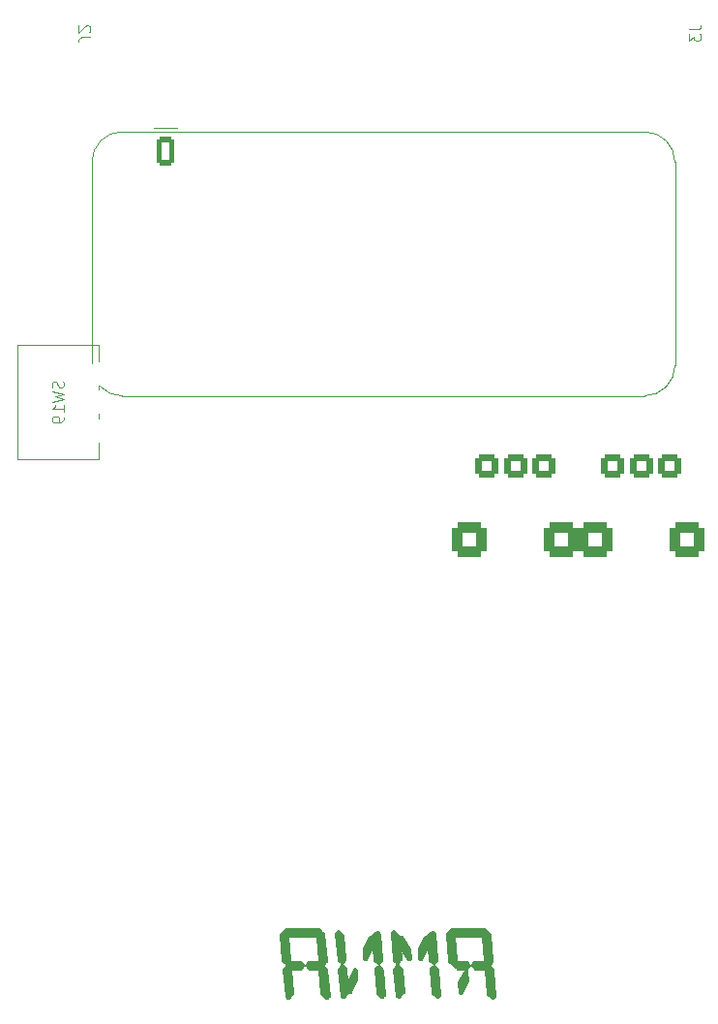
<source format=gbo>
G04 #@! TF.GenerationSoftware,KiCad,Pcbnew,9.0.0*
G04 #@! TF.CreationDate,2025-07-26T10:23:47-04:00*
G04 #@! TF.ProjectId,POVideo V2,504f5669-6465-46f2-9056-322e6b696361,rev?*
G04 #@! TF.SameCoordinates,Original*
G04 #@! TF.FileFunction,Legend,Bot*
G04 #@! TF.FilePolarity,Positive*
%FSLAX46Y46*%
G04 Gerber Fmt 4.6, Leading zero omitted, Abs format (unit mm)*
G04 Created by KiCad (PCBNEW 9.0.0) date 2025-07-26 10:23:47*
%MOMM*%
%LPD*%
G01*
G04 APERTURE LIST*
G04 Aperture macros list*
%AMRoundRect*
0 Rectangle with rounded corners*
0 $1 Rounding radius*
0 $2 $3 $4 $5 $6 $7 $8 $9 X,Y pos of 4 corners*
0 Add a 4 corners polygon primitive as box body*
4,1,4,$2,$3,$4,$5,$6,$7,$8,$9,$2,$3,0*
0 Add four circle primitives for the rounded corners*
1,1,$1+$1,$2,$3*
1,1,$1+$1,$4,$5*
1,1,$1+$1,$6,$7*
1,1,$1+$1,$8,$9*
0 Add four rect primitives between the rounded corners*
20,1,$1+$1,$2,$3,$4,$5,0*
20,1,$1+$1,$4,$5,$6,$7,0*
20,1,$1+$1,$6,$7,$8,$9,0*
20,1,$1+$1,$8,$9,$2,$3,0*%
G04 Aperture macros list end*
%ADD10C,0.145520*%
%ADD11C,0.100000*%
%ADD12C,0.120000*%
%ADD13RoundRect,0.250000X-0.550000X1.050000X-0.550000X-1.050000X0.550000X-1.050000X0.550000X1.050000X0*%
%ADD14O,1.600000X2.600000*%
%ADD15RoundRect,0.450000X1.050000X1.050000X-1.050000X1.050000X-1.050000X-1.050000X1.050000X-1.050000X0*%
%ADD16RoundRect,0.300000X0.700000X0.700000X-0.700000X0.700000X-0.700000X-0.700000X0.700000X-0.700000X0*%
%ADD17R,1.700000X1.700000*%
%ADD18O,1.700000X1.700000*%
%ADD19C,2.100000*%
G04 APERTURE END LIST*
D10*
X168800187Y-146279306D02*
X168805052Y-146279655D01*
X168809875Y-146280240D01*
X168814649Y-146281058D01*
X168819366Y-146282105D01*
X168824018Y-146283378D01*
X168828596Y-146284872D01*
X168833092Y-146286586D01*
X168837498Y-146288514D01*
X168841806Y-146290655D01*
X168846008Y-146293003D01*
X168850096Y-146295556D01*
X168854061Y-146298311D01*
X168857895Y-146301263D01*
X168861591Y-146304410D01*
X168865140Y-146307748D01*
X168868845Y-146311520D01*
X168983408Y-146436977D01*
X168986567Y-146440615D01*
X168989520Y-146444365D01*
X168992269Y-146448219D01*
X168994812Y-146452170D01*
X168997149Y-146456210D01*
X168999281Y-146460332D01*
X169001208Y-146464528D01*
X169002929Y-146468791D01*
X169004445Y-146473113D01*
X169005756Y-146477486D01*
X169006861Y-146481904D01*
X169007761Y-146486358D01*
X169008455Y-146490841D01*
X169008944Y-146495346D01*
X169009227Y-146499864D01*
X169009305Y-146504389D01*
X169009178Y-146508913D01*
X169008845Y-146513429D01*
X169008306Y-146517928D01*
X169007563Y-146522404D01*
X169006614Y-146526849D01*
X169005459Y-146531255D01*
X169004099Y-146535614D01*
X169002534Y-146539920D01*
X169000763Y-146544165D01*
X168998787Y-146548341D01*
X168996605Y-146552440D01*
X168994218Y-146556456D01*
X168991626Y-146560380D01*
X168988828Y-146564206D01*
X168985824Y-146567925D01*
X168982616Y-146571530D01*
X168643286Y-146935551D01*
X168639702Y-146939211D01*
X168635950Y-146942664D01*
X168632040Y-146945907D01*
X168627981Y-146948936D01*
X168623783Y-146951746D01*
X168619455Y-146954334D01*
X168615005Y-146956696D01*
X168610444Y-146958827D01*
X168605781Y-146960724D01*
X168601025Y-146962383D01*
X168596185Y-146963800D01*
X168591271Y-146964971D01*
X168586291Y-146965891D01*
X168581256Y-146966558D01*
X168576174Y-146966967D01*
X168571056Y-146967113D01*
X166212163Y-146973675D01*
X166207267Y-146973569D01*
X166202406Y-146973224D01*
X166197588Y-146972643D01*
X166192821Y-146971831D01*
X166188112Y-146970791D01*
X166183469Y-146969525D01*
X166178899Y-146968038D01*
X166174410Y-146966331D01*
X166170009Y-146964410D01*
X166165704Y-146962276D01*
X166161503Y-146959933D01*
X166157413Y-146957385D01*
X166153441Y-146954634D01*
X166149596Y-146951685D01*
X166145884Y-146948540D01*
X166142314Y-146945202D01*
X165776262Y-146585404D01*
X165773030Y-146582078D01*
X165769982Y-146578637D01*
X165767119Y-146575087D01*
X165764441Y-146571435D01*
X165761948Y-146567687D01*
X165759642Y-146563852D01*
X165757522Y-146559934D01*
X165755589Y-146555942D01*
X165753843Y-146551881D01*
X165752285Y-146547759D01*
X165750916Y-146543582D01*
X165749735Y-146539357D01*
X165748744Y-146535091D01*
X165747942Y-146530790D01*
X165747330Y-146526461D01*
X165746909Y-146522111D01*
X165746679Y-146517746D01*
X165746641Y-146513374D01*
X165746795Y-146509001D01*
X165747141Y-146504634D01*
X165747680Y-146500279D01*
X165748412Y-146495944D01*
X165749339Y-146491634D01*
X165750459Y-146487357D01*
X165751774Y-146483120D01*
X165753285Y-146478929D01*
X165754991Y-146474791D01*
X165756893Y-146470712D01*
X165758992Y-146466700D01*
X165761288Y-146462761D01*
X165763782Y-146458902D01*
X165766473Y-146455129D01*
X165863707Y-146325447D01*
X165867328Y-146320895D01*
X165871187Y-146316590D01*
X165875270Y-146312537D01*
X165879566Y-146308743D01*
X165884059Y-146305214D01*
X165888738Y-146301957D01*
X165893589Y-146298979D01*
X165898599Y-146296285D01*
X165903754Y-146293883D01*
X165909042Y-146291778D01*
X165914450Y-146289977D01*
X165919963Y-146288487D01*
X165925570Y-146287313D01*
X165931256Y-146286463D01*
X165937009Y-146285943D01*
X165942816Y-146285759D01*
X168795290Y-146279196D01*
X168800187Y-146279306D01*
G36*
X168800187Y-146279306D02*
G01*
X168805052Y-146279655D01*
X168809875Y-146280240D01*
X168814649Y-146281058D01*
X168819366Y-146282105D01*
X168824018Y-146283378D01*
X168828596Y-146284872D01*
X168833092Y-146286586D01*
X168837498Y-146288514D01*
X168841806Y-146290655D01*
X168846008Y-146293003D01*
X168850096Y-146295556D01*
X168854061Y-146298311D01*
X168857895Y-146301263D01*
X168861591Y-146304410D01*
X168865140Y-146307748D01*
X168868845Y-146311520D01*
X168983408Y-146436977D01*
X168986567Y-146440615D01*
X168989520Y-146444365D01*
X168992269Y-146448219D01*
X168994812Y-146452170D01*
X168997149Y-146456210D01*
X168999281Y-146460332D01*
X169001208Y-146464528D01*
X169002929Y-146468791D01*
X169004445Y-146473113D01*
X169005756Y-146477486D01*
X169006861Y-146481904D01*
X169007761Y-146486358D01*
X169008455Y-146490841D01*
X169008944Y-146495346D01*
X169009227Y-146499864D01*
X169009305Y-146504389D01*
X169009178Y-146508913D01*
X169008845Y-146513429D01*
X169008306Y-146517928D01*
X169007563Y-146522404D01*
X169006614Y-146526849D01*
X169005459Y-146531255D01*
X169004099Y-146535614D01*
X169002534Y-146539920D01*
X169000763Y-146544165D01*
X168998787Y-146548341D01*
X168996605Y-146552440D01*
X168994218Y-146556456D01*
X168991626Y-146560380D01*
X168988828Y-146564206D01*
X168985824Y-146567925D01*
X168982616Y-146571530D01*
X168643286Y-146935551D01*
X168639702Y-146939211D01*
X168635950Y-146942664D01*
X168632040Y-146945907D01*
X168627981Y-146948936D01*
X168623783Y-146951746D01*
X168619455Y-146954334D01*
X168615005Y-146956696D01*
X168610444Y-146958827D01*
X168605781Y-146960724D01*
X168601025Y-146962383D01*
X168596185Y-146963800D01*
X168591271Y-146964971D01*
X168586291Y-146965891D01*
X168581256Y-146966558D01*
X168576174Y-146966967D01*
X168571056Y-146967113D01*
X166212163Y-146973675D01*
X166207267Y-146973569D01*
X166202406Y-146973224D01*
X166197588Y-146972643D01*
X166192821Y-146971831D01*
X166188112Y-146970791D01*
X166183469Y-146969525D01*
X166178899Y-146968038D01*
X166174410Y-146966331D01*
X166170009Y-146964410D01*
X166165704Y-146962276D01*
X166161503Y-146959933D01*
X166157413Y-146957385D01*
X166153441Y-146954634D01*
X166149596Y-146951685D01*
X166145884Y-146948540D01*
X166142314Y-146945202D01*
X165776262Y-146585404D01*
X165773030Y-146582078D01*
X165769982Y-146578637D01*
X165767119Y-146575087D01*
X165764441Y-146571435D01*
X165761948Y-146567687D01*
X165759642Y-146563852D01*
X165757522Y-146559934D01*
X165755589Y-146555942D01*
X165753843Y-146551881D01*
X165752285Y-146547759D01*
X165750916Y-146543582D01*
X165749735Y-146539357D01*
X165748744Y-146535091D01*
X165747942Y-146530790D01*
X165747330Y-146526461D01*
X165746909Y-146522111D01*
X165746679Y-146517746D01*
X165746641Y-146513374D01*
X165746795Y-146509001D01*
X165747141Y-146504634D01*
X165747680Y-146500279D01*
X165748412Y-146495944D01*
X165749339Y-146491634D01*
X165750459Y-146487357D01*
X165751774Y-146483120D01*
X165753285Y-146478929D01*
X165754991Y-146474791D01*
X165756893Y-146470712D01*
X165758992Y-146466700D01*
X165761288Y-146462761D01*
X165763782Y-146458902D01*
X165766473Y-146455129D01*
X165863707Y-146325447D01*
X165867328Y-146320895D01*
X165871187Y-146316590D01*
X165875270Y-146312537D01*
X165879566Y-146308743D01*
X165884059Y-146305214D01*
X165888738Y-146301957D01*
X165893589Y-146298979D01*
X165898599Y-146296285D01*
X165903754Y-146293883D01*
X165909042Y-146291778D01*
X165914450Y-146289977D01*
X165919963Y-146288487D01*
X165925570Y-146287313D01*
X165931256Y-146286463D01*
X165937009Y-146285943D01*
X165942816Y-146285759D01*
X168795290Y-146279196D01*
X168800187Y-146279306D01*
G37*
X169096689Y-146595174D02*
X169101232Y-146595521D01*
X169105758Y-146596076D01*
X169110258Y-146596837D01*
X169114725Y-146597807D01*
X169119152Y-146598983D01*
X169123531Y-146600367D01*
X169127853Y-146601957D01*
X169132112Y-146603755D01*
X169136299Y-146605760D01*
X169140408Y-146607972D01*
X169144429Y-146610391D01*
X169148355Y-146613017D01*
X169152179Y-146615849D01*
X169155893Y-146618888D01*
X169159489Y-146622134D01*
X169163193Y-146625829D01*
X169270216Y-146738160D01*
X169272884Y-146741094D01*
X169275429Y-146744124D01*
X169277847Y-146747245D01*
X169280138Y-146750453D01*
X169282299Y-146753745D01*
X169284327Y-146757115D01*
X169286221Y-146760559D01*
X169287977Y-146764074D01*
X169289594Y-146767655D01*
X169291068Y-146771297D01*
X169292399Y-146774997D01*
X169293583Y-146778749D01*
X169294618Y-146782550D01*
X169295502Y-146786396D01*
X169296233Y-146790282D01*
X169296808Y-146794203D01*
X169297205Y-146798428D01*
X169487308Y-149099483D01*
X169487598Y-149104571D01*
X169487628Y-149109643D01*
X169487400Y-149114689D01*
X169486918Y-149119702D01*
X169486186Y-149124672D01*
X169485205Y-149129588D01*
X169483979Y-149134443D01*
X169482512Y-149139227D01*
X169480805Y-149143930D01*
X169478863Y-149148544D01*
X169476689Y-149153059D01*
X169474285Y-149157467D01*
X169471655Y-149161757D01*
X169468802Y-149165920D01*
X169465728Y-149169948D01*
X169462437Y-149173831D01*
X169262015Y-149397735D01*
X169258619Y-149401354D01*
X169255083Y-149404766D01*
X169251417Y-149407971D01*
X169247628Y-149410969D01*
X169243724Y-149413758D01*
X169239714Y-149416338D01*
X169235606Y-149418709D01*
X169231407Y-149420870D01*
X169227127Y-149422820D01*
X169222773Y-149424558D01*
X169218353Y-149426084D01*
X169213875Y-149427398D01*
X169209349Y-149428499D01*
X169204781Y-149429385D01*
X169200180Y-149430058D01*
X169195555Y-149430515D01*
X169190912Y-149430756D01*
X169186261Y-149430782D01*
X169181610Y-149430590D01*
X169176967Y-149430181D01*
X169172340Y-149429553D01*
X169167737Y-149428707D01*
X169163166Y-149427642D01*
X169158635Y-149426356D01*
X169154154Y-149424850D01*
X169149729Y-149423123D01*
X169145369Y-149421174D01*
X169141082Y-149419003D01*
X169136876Y-149416608D01*
X169132760Y-149413990D01*
X169128742Y-149411147D01*
X169124829Y-149408080D01*
X168848868Y-149180022D01*
X168845090Y-149176742D01*
X168841500Y-149173292D01*
X168838101Y-149169680D01*
X168834896Y-149165914D01*
X168831892Y-149162003D01*
X168829090Y-149157954D01*
X168826495Y-149153776D01*
X168824113Y-149149478D01*
X168821945Y-149145066D01*
X168819997Y-149140551D01*
X168818273Y-149135939D01*
X168816776Y-149131238D01*
X168815512Y-149126458D01*
X168814483Y-149121606D01*
X168813694Y-149116691D01*
X168813148Y-149111720D01*
X168643022Y-147057934D01*
X168642724Y-147052547D01*
X168642719Y-147047179D01*
X168643004Y-147041843D01*
X168643574Y-147036548D01*
X168644426Y-147031305D01*
X168645555Y-147026126D01*
X168646957Y-147021020D01*
X168648628Y-147016000D01*
X168650564Y-147011076D01*
X168652762Y-147006258D01*
X168655216Y-147001558D01*
X168657923Y-146996986D01*
X168660879Y-146992554D01*
X168664080Y-146988271D01*
X168667522Y-146984150D01*
X168671201Y-146980200D01*
X169020583Y-146624704D01*
X169024287Y-146621074D01*
X169027944Y-146617885D01*
X169031714Y-146614905D01*
X169035590Y-146612133D01*
X169039565Y-146609569D01*
X169043631Y-146607214D01*
X169047780Y-146605067D01*
X169052004Y-146603128D01*
X169056296Y-146601397D01*
X169060648Y-146599874D01*
X169065052Y-146598559D01*
X169069500Y-146597452D01*
X169073985Y-146596553D01*
X169078499Y-146595862D01*
X169083034Y-146595379D01*
X169087582Y-146595103D01*
X169092137Y-146595035D01*
X169096689Y-146595174D01*
G36*
X169096689Y-146595174D02*
G01*
X169101232Y-146595521D01*
X169105758Y-146596076D01*
X169110258Y-146596837D01*
X169114725Y-146597807D01*
X169119152Y-146598983D01*
X169123531Y-146600367D01*
X169127853Y-146601957D01*
X169132112Y-146603755D01*
X169136299Y-146605760D01*
X169140408Y-146607972D01*
X169144429Y-146610391D01*
X169148355Y-146613017D01*
X169152179Y-146615849D01*
X169155893Y-146618888D01*
X169159489Y-146622134D01*
X169163193Y-146625829D01*
X169270216Y-146738160D01*
X169272884Y-146741094D01*
X169275429Y-146744124D01*
X169277847Y-146747245D01*
X169280138Y-146750453D01*
X169282299Y-146753745D01*
X169284327Y-146757115D01*
X169286221Y-146760559D01*
X169287977Y-146764074D01*
X169289594Y-146767655D01*
X169291068Y-146771297D01*
X169292399Y-146774997D01*
X169293583Y-146778749D01*
X169294618Y-146782550D01*
X169295502Y-146786396D01*
X169296233Y-146790282D01*
X169296808Y-146794203D01*
X169297205Y-146798428D01*
X169487308Y-149099483D01*
X169487598Y-149104571D01*
X169487628Y-149109643D01*
X169487400Y-149114689D01*
X169486918Y-149119702D01*
X169486186Y-149124672D01*
X169485205Y-149129588D01*
X169483979Y-149134443D01*
X169482512Y-149139227D01*
X169480805Y-149143930D01*
X169478863Y-149148544D01*
X169476689Y-149153059D01*
X169474285Y-149157467D01*
X169471655Y-149161757D01*
X169468802Y-149165920D01*
X169465728Y-149169948D01*
X169462437Y-149173831D01*
X169262015Y-149397735D01*
X169258619Y-149401354D01*
X169255083Y-149404766D01*
X169251417Y-149407971D01*
X169247628Y-149410969D01*
X169243724Y-149413758D01*
X169239714Y-149416338D01*
X169235606Y-149418709D01*
X169231407Y-149420870D01*
X169227127Y-149422820D01*
X169222773Y-149424558D01*
X169218353Y-149426084D01*
X169213875Y-149427398D01*
X169209349Y-149428499D01*
X169204781Y-149429385D01*
X169200180Y-149430058D01*
X169195555Y-149430515D01*
X169190912Y-149430756D01*
X169186261Y-149430782D01*
X169181610Y-149430590D01*
X169176967Y-149430181D01*
X169172340Y-149429553D01*
X169167737Y-149428707D01*
X169163166Y-149427642D01*
X169158635Y-149426356D01*
X169154154Y-149424850D01*
X169149729Y-149423123D01*
X169145369Y-149421174D01*
X169141082Y-149419003D01*
X169136876Y-149416608D01*
X169132760Y-149413990D01*
X169128742Y-149411147D01*
X169124829Y-149408080D01*
X168848868Y-149180022D01*
X168845090Y-149176742D01*
X168841500Y-149173292D01*
X168838101Y-149169680D01*
X168834896Y-149165914D01*
X168831892Y-149162003D01*
X168829090Y-149157954D01*
X168826495Y-149153776D01*
X168824113Y-149149478D01*
X168821945Y-149145066D01*
X168819997Y-149140551D01*
X168818273Y-149135939D01*
X168816776Y-149131238D01*
X168815512Y-149126458D01*
X168814483Y-149121606D01*
X168813694Y-149116691D01*
X168813148Y-149111720D01*
X168643022Y-147057934D01*
X168642724Y-147052547D01*
X168642719Y-147047179D01*
X168643004Y-147041843D01*
X168643574Y-147036548D01*
X168644426Y-147031305D01*
X168645555Y-147026126D01*
X168646957Y-147021020D01*
X168648628Y-147016000D01*
X168650564Y-147011076D01*
X168652762Y-147006258D01*
X168655216Y-147001558D01*
X168657923Y-146996986D01*
X168660879Y-146992554D01*
X168664080Y-146988271D01*
X168667522Y-146984150D01*
X168671201Y-146980200D01*
X169020583Y-146624704D01*
X169024287Y-146621074D01*
X169027944Y-146617885D01*
X169031714Y-146614905D01*
X169035590Y-146612133D01*
X169039565Y-146609569D01*
X169043631Y-146607214D01*
X169047780Y-146605067D01*
X169052004Y-146603128D01*
X169056296Y-146601397D01*
X169060648Y-146599874D01*
X169065052Y-146598559D01*
X169069500Y-146597452D01*
X169073985Y-146596553D01*
X169078499Y-146595862D01*
X169083034Y-146595379D01*
X169087582Y-146595103D01*
X169092137Y-146595035D01*
X169096689Y-146595174D01*
G37*
X169211147Y-149584591D02*
X169215635Y-149584957D01*
X169220107Y-149585526D01*
X169224555Y-149586298D01*
X169228973Y-149587274D01*
X169233352Y-149588454D01*
X169237685Y-149589838D01*
X169241966Y-149591427D01*
X169246186Y-149593220D01*
X169250338Y-149595218D01*
X169254415Y-149597421D01*
X169258408Y-149599830D01*
X169262312Y-149602444D01*
X169266118Y-149605264D01*
X169269820Y-149608290D01*
X169273657Y-149611743D01*
X169518132Y-149844312D01*
X169521162Y-149847313D01*
X169524051Y-149850430D01*
X169526794Y-149853658D01*
X169529391Y-149856991D01*
X169531838Y-149860425D01*
X169534133Y-149863953D01*
X169536273Y-149867571D01*
X169538256Y-149871274D01*
X169540080Y-149875057D01*
X169541741Y-149878914D01*
X169543238Y-149882840D01*
X169544567Y-149886830D01*
X169545727Y-149890879D01*
X169546714Y-149894981D01*
X169547526Y-149899133D01*
X169548161Y-149903327D01*
X169548560Y-149907851D01*
X169738530Y-152154732D01*
X169738856Y-152160050D01*
X169738895Y-152165348D01*
X169738649Y-152170618D01*
X169738124Y-152175849D01*
X169737323Y-152181029D01*
X169736250Y-152186150D01*
X169734909Y-152191199D01*
X169733304Y-152196168D01*
X169731438Y-152201045D01*
X169729315Y-152205820D01*
X169726940Y-152210482D01*
X169724316Y-152215021D01*
X169721447Y-152219427D01*
X169718337Y-152223689D01*
X169714990Y-152227797D01*
X169711409Y-152231740D01*
X169585204Y-152363357D01*
X169581662Y-152366875D01*
X169577989Y-152370180D01*
X169574191Y-152373271D01*
X169570278Y-152376149D01*
X169566258Y-152378811D01*
X169562138Y-152381259D01*
X169557928Y-152383493D01*
X169553635Y-152385510D01*
X169549268Y-152387312D01*
X169544834Y-152388898D01*
X169540343Y-152390268D01*
X169535802Y-152391422D01*
X169531219Y-152392358D01*
X169526603Y-152393077D01*
X169521962Y-152393579D01*
X169517304Y-152393863D01*
X169512638Y-152393929D01*
X169507972Y-152393776D01*
X169503313Y-152393404D01*
X169498671Y-152392814D01*
X169494053Y-152392004D01*
X169489468Y-152390975D01*
X169484923Y-152389725D01*
X169480428Y-152388255D01*
X169475990Y-152386565D01*
X169471618Y-152384654D01*
X169467319Y-152382521D01*
X169463103Y-152380167D01*
X169458977Y-152377591D01*
X169454949Y-152374793D01*
X169451029Y-152371773D01*
X169447223Y-152368529D01*
X169083951Y-152042086D01*
X169080490Y-152038841D01*
X169077202Y-152035448D01*
X169074092Y-152031917D01*
X169071162Y-152028253D01*
X169068415Y-152024464D01*
X169065856Y-152020556D01*
X169063487Y-152016538D01*
X169061312Y-152012415D01*
X169059333Y-152008195D01*
X169057555Y-152003884D01*
X169055980Y-151999491D01*
X169054612Y-151995021D01*
X169053454Y-151990482D01*
X169052510Y-151985882D01*
X169051782Y-151981226D01*
X169051274Y-151976522D01*
X168881146Y-149934865D01*
X168880861Y-149929662D01*
X168880845Y-149924475D01*
X168881096Y-149919315D01*
X168881612Y-149914192D01*
X168882389Y-149909115D01*
X168883424Y-149904095D01*
X168884714Y-149899141D01*
X168886257Y-149894263D01*
X168888049Y-149889472D01*
X168890088Y-149884776D01*
X168892371Y-149880186D01*
X168894894Y-149875712D01*
X168897656Y-149871363D01*
X168900653Y-149867149D01*
X168903881Y-149863081D01*
X168907339Y-149859168D01*
X169132501Y-149616188D01*
X169136073Y-149612510D01*
X169139582Y-149609256D01*
X169143209Y-149606201D01*
X169146945Y-149603345D01*
X169150784Y-149600689D01*
X169154718Y-149598233D01*
X169158740Y-149595977D01*
X169162842Y-149593921D01*
X169167017Y-149592066D01*
X169171258Y-149590411D01*
X169175556Y-149588958D01*
X169179906Y-149587705D01*
X169184298Y-149586654D01*
X169188727Y-149585805D01*
X169193183Y-149585158D01*
X169197661Y-149584712D01*
X169202153Y-149584469D01*
X169206651Y-149584429D01*
X169211147Y-149584591D01*
G36*
X169211147Y-149584591D02*
G01*
X169215635Y-149584957D01*
X169220107Y-149585526D01*
X169224555Y-149586298D01*
X169228973Y-149587274D01*
X169233352Y-149588454D01*
X169237685Y-149589838D01*
X169241966Y-149591427D01*
X169246186Y-149593220D01*
X169250338Y-149595218D01*
X169254415Y-149597421D01*
X169258408Y-149599830D01*
X169262312Y-149602444D01*
X169266118Y-149605264D01*
X169269820Y-149608290D01*
X169273657Y-149611743D01*
X169518132Y-149844312D01*
X169521162Y-149847313D01*
X169524051Y-149850430D01*
X169526794Y-149853658D01*
X169529391Y-149856991D01*
X169531838Y-149860425D01*
X169534133Y-149863953D01*
X169536273Y-149867571D01*
X169538256Y-149871274D01*
X169540080Y-149875057D01*
X169541741Y-149878914D01*
X169543238Y-149882840D01*
X169544567Y-149886830D01*
X169545727Y-149890879D01*
X169546714Y-149894981D01*
X169547526Y-149899133D01*
X169548161Y-149903327D01*
X169548560Y-149907851D01*
X169738530Y-152154732D01*
X169738856Y-152160050D01*
X169738895Y-152165348D01*
X169738649Y-152170618D01*
X169738124Y-152175849D01*
X169737323Y-152181029D01*
X169736250Y-152186150D01*
X169734909Y-152191199D01*
X169733304Y-152196168D01*
X169731438Y-152201045D01*
X169729315Y-152205820D01*
X169726940Y-152210482D01*
X169724316Y-152215021D01*
X169721447Y-152219427D01*
X169718337Y-152223689D01*
X169714990Y-152227797D01*
X169711409Y-152231740D01*
X169585204Y-152363357D01*
X169581662Y-152366875D01*
X169577989Y-152370180D01*
X169574191Y-152373271D01*
X169570278Y-152376149D01*
X169566258Y-152378811D01*
X169562138Y-152381259D01*
X169557928Y-152383493D01*
X169553635Y-152385510D01*
X169549268Y-152387312D01*
X169544834Y-152388898D01*
X169540343Y-152390268D01*
X169535802Y-152391422D01*
X169531219Y-152392358D01*
X169526603Y-152393077D01*
X169521962Y-152393579D01*
X169517304Y-152393863D01*
X169512638Y-152393929D01*
X169507972Y-152393776D01*
X169503313Y-152393404D01*
X169498671Y-152392814D01*
X169494053Y-152392004D01*
X169489468Y-152390975D01*
X169484923Y-152389725D01*
X169480428Y-152388255D01*
X169475990Y-152386565D01*
X169471618Y-152384654D01*
X169467319Y-152382521D01*
X169463103Y-152380167D01*
X169458977Y-152377591D01*
X169454949Y-152374793D01*
X169451029Y-152371773D01*
X169447223Y-152368529D01*
X169083951Y-152042086D01*
X169080490Y-152038841D01*
X169077202Y-152035448D01*
X169074092Y-152031917D01*
X169071162Y-152028253D01*
X169068415Y-152024464D01*
X169065856Y-152020556D01*
X169063487Y-152016538D01*
X169061312Y-152012415D01*
X169059333Y-152008195D01*
X169057555Y-152003884D01*
X169055980Y-151999491D01*
X169054612Y-151995021D01*
X169053454Y-151990482D01*
X169052510Y-151985882D01*
X169051782Y-151981226D01*
X169051274Y-151976522D01*
X168881146Y-149934865D01*
X168880861Y-149929662D01*
X168880845Y-149924475D01*
X168881096Y-149919315D01*
X168881612Y-149914192D01*
X168882389Y-149909115D01*
X168883424Y-149904095D01*
X168884714Y-149899141D01*
X168886257Y-149894263D01*
X168888049Y-149889472D01*
X168890088Y-149884776D01*
X168892371Y-149880186D01*
X168894894Y-149875712D01*
X168897656Y-149871363D01*
X168900653Y-149867149D01*
X168903881Y-149863081D01*
X168907339Y-149859168D01*
X169132501Y-149616188D01*
X169136073Y-149612510D01*
X169139582Y-149609256D01*
X169143209Y-149606201D01*
X169146945Y-149603345D01*
X169150784Y-149600689D01*
X169154718Y-149598233D01*
X169158740Y-149595977D01*
X169162842Y-149593921D01*
X169167017Y-149592066D01*
X169171258Y-149590411D01*
X169175556Y-149588958D01*
X169179906Y-149587705D01*
X169184298Y-149586654D01*
X169188727Y-149585805D01*
X169193183Y-149585158D01*
X169197661Y-149584712D01*
X169202153Y-149584469D01*
X169206651Y-149584429D01*
X169211147Y-149584591D01*
G37*
X166041211Y-149551261D02*
X166045820Y-149551579D01*
X166050415Y-149552112D01*
X166054986Y-149552858D01*
X166059527Y-149553820D01*
X166064028Y-149554995D01*
X166068483Y-149556386D01*
X166072882Y-149557992D01*
X166077219Y-149559813D01*
X166081485Y-149561849D01*
X166085671Y-149564102D01*
X166089771Y-149566570D01*
X166093776Y-149569254D01*
X166097677Y-149572154D01*
X166101468Y-149575271D01*
X166105139Y-149578604D01*
X166369722Y-149831201D01*
X166372918Y-149834394D01*
X166375956Y-149837715D01*
X166378832Y-149841160D01*
X166381543Y-149844722D01*
X166384087Y-149848394D01*
X166386458Y-149852172D01*
X166388655Y-149856048D01*
X166390674Y-149860016D01*
X166392511Y-149864071D01*
X166394164Y-149868206D01*
X166395629Y-149872416D01*
X166396903Y-149876693D01*
X166397982Y-149881032D01*
X166398863Y-149885426D01*
X166399543Y-149889870D01*
X166400018Y-149894357D01*
X166576759Y-151923222D01*
X166577089Y-151928466D01*
X166577137Y-151933693D01*
X166576908Y-151938893D01*
X166576406Y-151944057D01*
X166575635Y-151949174D01*
X166574599Y-151954233D01*
X166573302Y-151959226D01*
X166571749Y-151964141D01*
X166569942Y-151968970D01*
X166567888Y-151973700D01*
X166565588Y-151978324D01*
X166563049Y-151982830D01*
X166560272Y-151987208D01*
X166557264Y-151991448D01*
X166554027Y-151995540D01*
X166550566Y-151999475D01*
X166212560Y-152362060D01*
X166209015Y-152365668D01*
X166205334Y-152369060D01*
X166201524Y-152372234D01*
X166197594Y-152375190D01*
X166193552Y-152377928D01*
X166189407Y-152380447D01*
X166185168Y-152382747D01*
X166180842Y-152384828D01*
X166176440Y-152386690D01*
X166171968Y-152388331D01*
X166167435Y-152389751D01*
X166162851Y-152390951D01*
X166158223Y-152391929D01*
X166153561Y-152392686D01*
X166148872Y-152393221D01*
X166144165Y-152393534D01*
X166139449Y-152393624D01*
X166134732Y-152393490D01*
X166130023Y-152393133D01*
X166125330Y-152392553D01*
X166120662Y-152391748D01*
X166116027Y-152390718D01*
X166111434Y-152389464D01*
X166106892Y-152387984D01*
X166102408Y-152386278D01*
X166097992Y-152384346D01*
X166093652Y-152382188D01*
X166089396Y-152379803D01*
X166085233Y-152377191D01*
X166081172Y-152374351D01*
X166077221Y-152371283D01*
X166073389Y-152367986D01*
X165961470Y-152266704D01*
X165958103Y-152263509D01*
X165954901Y-152260172D01*
X165951867Y-152256701D01*
X165949004Y-152253103D01*
X165946315Y-152249383D01*
X165943804Y-152245549D01*
X165941474Y-152241608D01*
X165939328Y-152237565D01*
X165937369Y-152233428D01*
X165935602Y-152229203D01*
X165934029Y-152224898D01*
X165932653Y-152220517D01*
X165931478Y-152216069D01*
X165930507Y-152211560D01*
X165929743Y-152206996D01*
X165929190Y-152202384D01*
X165713026Y-149896276D01*
X165712675Y-149890930D01*
X165712612Y-149885600D01*
X165712833Y-149880298D01*
X165713334Y-149875033D01*
X165714113Y-149869816D01*
X165715164Y-149864658D01*
X165716484Y-149859570D01*
X165718070Y-149854562D01*
X165719918Y-149849646D01*
X165722025Y-149844831D01*
X165724386Y-149840128D01*
X165726998Y-149835548D01*
X165729857Y-149831102D01*
X165732960Y-149826801D01*
X165736303Y-149822654D01*
X165739882Y-149818673D01*
X165964645Y-149582030D01*
X165968350Y-149578419D01*
X165971985Y-149575127D01*
X165975742Y-149572046D01*
X165979612Y-149569176D01*
X165983588Y-149566517D01*
X165987660Y-149564070D01*
X165991823Y-149561834D01*
X165996066Y-149559810D01*
X166000383Y-149557998D01*
X166004765Y-149556399D01*
X166009205Y-149555011D01*
X166013693Y-149553836D01*
X166018223Y-149552874D01*
X166022786Y-149552125D01*
X166027375Y-149551589D01*
X166031981Y-149551266D01*
X166036595Y-149551157D01*
X166041211Y-149551261D01*
G36*
X166041211Y-149551261D02*
G01*
X166045820Y-149551579D01*
X166050415Y-149552112D01*
X166054986Y-149552858D01*
X166059527Y-149553820D01*
X166064028Y-149554995D01*
X166068483Y-149556386D01*
X166072882Y-149557992D01*
X166077219Y-149559813D01*
X166081485Y-149561849D01*
X166085671Y-149564102D01*
X166089771Y-149566570D01*
X166093776Y-149569254D01*
X166097677Y-149572154D01*
X166101468Y-149575271D01*
X166105139Y-149578604D01*
X166369722Y-149831201D01*
X166372918Y-149834394D01*
X166375956Y-149837715D01*
X166378832Y-149841160D01*
X166381543Y-149844722D01*
X166384087Y-149848394D01*
X166386458Y-149852172D01*
X166388655Y-149856048D01*
X166390674Y-149860016D01*
X166392511Y-149864071D01*
X166394164Y-149868206D01*
X166395629Y-149872416D01*
X166396903Y-149876693D01*
X166397982Y-149881032D01*
X166398863Y-149885426D01*
X166399543Y-149889870D01*
X166400018Y-149894357D01*
X166576759Y-151923222D01*
X166577089Y-151928466D01*
X166577137Y-151933693D01*
X166576908Y-151938893D01*
X166576406Y-151944057D01*
X166575635Y-151949174D01*
X166574599Y-151954233D01*
X166573302Y-151959226D01*
X166571749Y-151964141D01*
X166569942Y-151968970D01*
X166567888Y-151973700D01*
X166565588Y-151978324D01*
X166563049Y-151982830D01*
X166560272Y-151987208D01*
X166557264Y-151991448D01*
X166554027Y-151995540D01*
X166550566Y-151999475D01*
X166212560Y-152362060D01*
X166209015Y-152365668D01*
X166205334Y-152369060D01*
X166201524Y-152372234D01*
X166197594Y-152375190D01*
X166193552Y-152377928D01*
X166189407Y-152380447D01*
X166185168Y-152382747D01*
X166180842Y-152384828D01*
X166176440Y-152386690D01*
X166171968Y-152388331D01*
X166167435Y-152389751D01*
X166162851Y-152390951D01*
X166158223Y-152391929D01*
X166153561Y-152392686D01*
X166148872Y-152393221D01*
X166144165Y-152393534D01*
X166139449Y-152393624D01*
X166134732Y-152393490D01*
X166130023Y-152393133D01*
X166125330Y-152392553D01*
X166120662Y-152391748D01*
X166116027Y-152390718D01*
X166111434Y-152389464D01*
X166106892Y-152387984D01*
X166102408Y-152386278D01*
X166097992Y-152384346D01*
X166093652Y-152382188D01*
X166089396Y-152379803D01*
X166085233Y-152377191D01*
X166081172Y-152374351D01*
X166077221Y-152371283D01*
X166073389Y-152367986D01*
X165961470Y-152266704D01*
X165958103Y-152263509D01*
X165954901Y-152260172D01*
X165951867Y-152256701D01*
X165949004Y-152253103D01*
X165946315Y-152249383D01*
X165943804Y-152245549D01*
X165941474Y-152241608D01*
X165939328Y-152237565D01*
X165937369Y-152233428D01*
X165935602Y-152229203D01*
X165934029Y-152224898D01*
X165932653Y-152220517D01*
X165931478Y-152216069D01*
X165930507Y-152211560D01*
X165929743Y-152206996D01*
X165929190Y-152202384D01*
X165713026Y-149896276D01*
X165712675Y-149890930D01*
X165712612Y-149885600D01*
X165712833Y-149880298D01*
X165713334Y-149875033D01*
X165714113Y-149869816D01*
X165715164Y-149864658D01*
X165716484Y-149859570D01*
X165718070Y-149854562D01*
X165719918Y-149849646D01*
X165722025Y-149844831D01*
X165724386Y-149840128D01*
X165726998Y-149835548D01*
X165729857Y-149831102D01*
X165732960Y-149826801D01*
X165736303Y-149822654D01*
X165739882Y-149818673D01*
X165964645Y-149582030D01*
X165968350Y-149578419D01*
X165971985Y-149575127D01*
X165975742Y-149572046D01*
X165979612Y-149569176D01*
X165983588Y-149566517D01*
X165987660Y-149564070D01*
X165991823Y-149561834D01*
X165996066Y-149559810D01*
X166000383Y-149557998D01*
X166004765Y-149556399D01*
X166009205Y-149555011D01*
X166013693Y-149553836D01*
X166018223Y-149552874D01*
X166022786Y-149552125D01*
X166027375Y-149551589D01*
X166031981Y-149551266D01*
X166036595Y-149551157D01*
X166041211Y-149551261D01*
G37*
X165693267Y-146562438D02*
X165698018Y-146562827D01*
X165702752Y-146563444D01*
X165707460Y-146564289D01*
X165712132Y-146565365D01*
X165716760Y-146566669D01*
X165721334Y-146568204D01*
X165725847Y-146569970D01*
X165730289Y-146571968D01*
X165734651Y-146574197D01*
X165738925Y-146576659D01*
X165743101Y-146579354D01*
X165747171Y-146582282D01*
X165751126Y-146585444D01*
X165755096Y-146588958D01*
X166124188Y-146933394D01*
X166127268Y-146936409D01*
X166130206Y-146939545D01*
X166132999Y-146942796D01*
X166135644Y-146946155D01*
X166138139Y-146949619D01*
X166140481Y-146953182D01*
X166142667Y-146956838D01*
X166144694Y-146960582D01*
X166146561Y-146964408D01*
X166148263Y-146968312D01*
X166149798Y-146972288D01*
X166151165Y-146976329D01*
X166152359Y-146980433D01*
X166153378Y-146984591D01*
X166154220Y-146988800D01*
X166154881Y-146993055D01*
X166155278Y-146997628D01*
X166325537Y-149027106D01*
X166325835Y-149032002D01*
X166325888Y-149036885D01*
X166325699Y-149041747D01*
X166325272Y-149046580D01*
X166324609Y-149051376D01*
X166323713Y-149056126D01*
X166322588Y-149060821D01*
X166321237Y-149065454D01*
X166319662Y-149070016D01*
X166317867Y-149074499D01*
X166315856Y-149078894D01*
X166313630Y-149083192D01*
X166311194Y-149087386D01*
X166308549Y-149091468D01*
X166305701Y-149095428D01*
X166302650Y-149099258D01*
X166082782Y-149360667D01*
X166079276Y-149364620D01*
X166075611Y-149368343D01*
X166071796Y-149371833D01*
X166067841Y-149375092D01*
X166063755Y-149378117D01*
X166059549Y-149380908D01*
X166055232Y-149383465D01*
X166050813Y-149385788D01*
X166046302Y-149387874D01*
X166041709Y-149389725D01*
X166037044Y-149391339D01*
X166032315Y-149392716D01*
X166027533Y-149393855D01*
X166022708Y-149394756D01*
X166017849Y-149395418D01*
X166012965Y-149395840D01*
X166008066Y-149396021D01*
X166003163Y-149395962D01*
X165998264Y-149395662D01*
X165993379Y-149395119D01*
X165988518Y-149394334D01*
X165983690Y-149393306D01*
X165978906Y-149392034D01*
X165974174Y-149390518D01*
X165969505Y-149388756D01*
X165964908Y-149386749D01*
X165960392Y-149384496D01*
X165955968Y-149381996D01*
X165951645Y-149379249D01*
X165947432Y-149376254D01*
X165943339Y-149373010D01*
X165939377Y-149369517D01*
X165689478Y-149137464D01*
X165686139Y-149134225D01*
X165682970Y-149130847D01*
X165679975Y-149127338D01*
X165677156Y-149123704D01*
X165674516Y-149119951D01*
X165672058Y-149116087D01*
X165669785Y-149112117D01*
X165667699Y-149108049D01*
X165665805Y-149103889D01*
X165664104Y-149099644D01*
X165662599Y-149095321D01*
X165661294Y-149090925D01*
X165660191Y-149086465D01*
X165659293Y-149081946D01*
X165658604Y-149077376D01*
X165658125Y-149072760D01*
X165474504Y-146805198D01*
X165474230Y-146800322D01*
X165474197Y-146795459D01*
X165474403Y-146790618D01*
X165474846Y-146785807D01*
X165475522Y-146781033D01*
X165476428Y-146776305D01*
X165477562Y-146771631D01*
X165478921Y-146767020D01*
X165480501Y-146762480D01*
X165482299Y-146758019D01*
X165484314Y-146753644D01*
X165486541Y-146749365D01*
X165488979Y-146745190D01*
X165491623Y-146741126D01*
X165494472Y-146737183D01*
X165497522Y-146733367D01*
X165611427Y-146597678D01*
X165614829Y-146593835D01*
X165618382Y-146590209D01*
X165622077Y-146586802D01*
X165625905Y-146583614D01*
X165629858Y-146580646D01*
X165633925Y-146577897D01*
X165638099Y-146575369D01*
X165642371Y-146573062D01*
X165646731Y-146570977D01*
X165651172Y-146569114D01*
X165655683Y-146567474D01*
X165660256Y-146566058D01*
X165664883Y-146564865D01*
X165669555Y-146563896D01*
X165674261Y-146563152D01*
X165678995Y-146562634D01*
X165683746Y-146562342D01*
X165688506Y-146562276D01*
X165693267Y-146562438D01*
G36*
X165693267Y-146562438D02*
G01*
X165698018Y-146562827D01*
X165702752Y-146563444D01*
X165707460Y-146564289D01*
X165712132Y-146565365D01*
X165716760Y-146566669D01*
X165721334Y-146568204D01*
X165725847Y-146569970D01*
X165730289Y-146571968D01*
X165734651Y-146574197D01*
X165738925Y-146576659D01*
X165743101Y-146579354D01*
X165747171Y-146582282D01*
X165751126Y-146585444D01*
X165755096Y-146588958D01*
X166124188Y-146933394D01*
X166127268Y-146936409D01*
X166130206Y-146939545D01*
X166132999Y-146942796D01*
X166135644Y-146946155D01*
X166138139Y-146949619D01*
X166140481Y-146953182D01*
X166142667Y-146956838D01*
X166144694Y-146960582D01*
X166146561Y-146964408D01*
X166148263Y-146968312D01*
X166149798Y-146972288D01*
X166151165Y-146976329D01*
X166152359Y-146980433D01*
X166153378Y-146984591D01*
X166154220Y-146988800D01*
X166154881Y-146993055D01*
X166155278Y-146997628D01*
X166325537Y-149027106D01*
X166325835Y-149032002D01*
X166325888Y-149036885D01*
X166325699Y-149041747D01*
X166325272Y-149046580D01*
X166324609Y-149051376D01*
X166323713Y-149056126D01*
X166322588Y-149060821D01*
X166321237Y-149065454D01*
X166319662Y-149070016D01*
X166317867Y-149074499D01*
X166315856Y-149078894D01*
X166313630Y-149083192D01*
X166311194Y-149087386D01*
X166308549Y-149091468D01*
X166305701Y-149095428D01*
X166302650Y-149099258D01*
X166082782Y-149360667D01*
X166079276Y-149364620D01*
X166075611Y-149368343D01*
X166071796Y-149371833D01*
X166067841Y-149375092D01*
X166063755Y-149378117D01*
X166059549Y-149380908D01*
X166055232Y-149383465D01*
X166050813Y-149385788D01*
X166046302Y-149387874D01*
X166041709Y-149389725D01*
X166037044Y-149391339D01*
X166032315Y-149392716D01*
X166027533Y-149393855D01*
X166022708Y-149394756D01*
X166017849Y-149395418D01*
X166012965Y-149395840D01*
X166008066Y-149396021D01*
X166003163Y-149395962D01*
X165998264Y-149395662D01*
X165993379Y-149395119D01*
X165988518Y-149394334D01*
X165983690Y-149393306D01*
X165978906Y-149392034D01*
X165974174Y-149390518D01*
X165969505Y-149388756D01*
X165964908Y-149386749D01*
X165960392Y-149384496D01*
X165955968Y-149381996D01*
X165951645Y-149379249D01*
X165947432Y-149376254D01*
X165943339Y-149373010D01*
X165939377Y-149369517D01*
X165689478Y-149137464D01*
X165686139Y-149134225D01*
X165682970Y-149130847D01*
X165679975Y-149127338D01*
X165677156Y-149123704D01*
X165674516Y-149119951D01*
X165672058Y-149116087D01*
X165669785Y-149112117D01*
X165667699Y-149108049D01*
X165665805Y-149103889D01*
X165664104Y-149099644D01*
X165662599Y-149095321D01*
X165661294Y-149090925D01*
X165660191Y-149086465D01*
X165659293Y-149081946D01*
X165658604Y-149077376D01*
X165658125Y-149072760D01*
X165474504Y-146805198D01*
X165474230Y-146800322D01*
X165474197Y-146795459D01*
X165474403Y-146790618D01*
X165474846Y-146785807D01*
X165475522Y-146781033D01*
X165476428Y-146776305D01*
X165477562Y-146771631D01*
X165478921Y-146767020D01*
X165480501Y-146762480D01*
X165482299Y-146758019D01*
X165484314Y-146753644D01*
X165486541Y-146749365D01*
X165488979Y-146745190D01*
X165491623Y-146741126D01*
X165494472Y-146737183D01*
X165497522Y-146733367D01*
X165611427Y-146597678D01*
X165614829Y-146593835D01*
X165618382Y-146590209D01*
X165622077Y-146586802D01*
X165625905Y-146583614D01*
X165629858Y-146580646D01*
X165633925Y-146577897D01*
X165638099Y-146575369D01*
X165642371Y-146573062D01*
X165646731Y-146570977D01*
X165651172Y-146569114D01*
X165655683Y-146567474D01*
X165660256Y-146566058D01*
X165664883Y-146564865D01*
X165669555Y-146563896D01*
X165674261Y-146563152D01*
X165678995Y-146562634D01*
X165683746Y-146562342D01*
X165688506Y-146562276D01*
X165693267Y-146562438D01*
G37*
X168781414Y-149176454D02*
X168785769Y-149176743D01*
X168790094Y-149177221D01*
X168794382Y-149177886D01*
X168798628Y-149178737D01*
X168802825Y-149179770D01*
X168806967Y-149180984D01*
X168811049Y-149182375D01*
X168815064Y-149183943D01*
X168819006Y-149185685D01*
X168822870Y-149187598D01*
X168826649Y-149189680D01*
X168830337Y-149191929D01*
X168833929Y-149194342D01*
X168837418Y-149196918D01*
X168840799Y-149199654D01*
X168844371Y-149202737D01*
X169082495Y-149423002D01*
X169086085Y-149426489D01*
X169089462Y-149430112D01*
X169092626Y-149433864D01*
X169095576Y-149437735D01*
X169098312Y-149441718D01*
X169100834Y-149445804D01*
X169103141Y-149449985D01*
X169105233Y-149454253D01*
X169107110Y-149458599D01*
X169108771Y-149463015D01*
X169110215Y-149467493D01*
X169111443Y-149472024D01*
X169112453Y-149476600D01*
X169113247Y-149481213D01*
X169113822Y-149485854D01*
X169114179Y-149490516D01*
X169114318Y-149495189D01*
X169114238Y-149499865D01*
X169113938Y-149504537D01*
X169113419Y-149509195D01*
X169112679Y-149513832D01*
X169111719Y-149518439D01*
X169110538Y-149523008D01*
X169109135Y-149527530D01*
X169107511Y-149531997D01*
X169105665Y-149536402D01*
X169103597Y-149540734D01*
X169101305Y-149544987D01*
X169098791Y-149549152D01*
X169096052Y-149553221D01*
X169093090Y-149557185D01*
X169089903Y-149561035D01*
X168889746Y-149790668D01*
X168886153Y-149794572D01*
X168882374Y-149798261D01*
X168878420Y-149801729D01*
X168874301Y-149804973D01*
X168870027Y-149807987D01*
X168865608Y-149810767D01*
X168861054Y-149813308D01*
X168856375Y-149815606D01*
X168851582Y-149817656D01*
X168846684Y-149819454D01*
X168841692Y-149820994D01*
X168836615Y-149822273D01*
X168831463Y-149823285D01*
X168826247Y-149824027D01*
X168820977Y-149824493D01*
X168815663Y-149824679D01*
X168019266Y-149831096D01*
X168013974Y-149830996D01*
X168008719Y-149830617D01*
X168003513Y-149829962D01*
X167998365Y-149829037D01*
X167993285Y-149827844D01*
X167988283Y-149826389D01*
X167983370Y-149824675D01*
X167978555Y-149822708D01*
X167973848Y-149820492D01*
X167969260Y-149818031D01*
X167964801Y-149815329D01*
X167960480Y-149812392D01*
X167956309Y-149809222D01*
X167952296Y-149805825D01*
X167948452Y-149802205D01*
X167944788Y-149798367D01*
X167723727Y-149553310D01*
X167720686Y-149549776D01*
X167717836Y-149546137D01*
X167715179Y-149542400D01*
X167712715Y-149538571D01*
X167710443Y-149534657D01*
X167708363Y-149530666D01*
X167706477Y-149526604D01*
X167704783Y-149522478D01*
X167703282Y-149518294D01*
X167701973Y-149514061D01*
X167700858Y-149509784D01*
X167699936Y-149505470D01*
X167699207Y-149501127D01*
X167698671Y-149496761D01*
X167698328Y-149492378D01*
X167698178Y-149487987D01*
X167698222Y-149483594D01*
X167698460Y-149479205D01*
X167698891Y-149474827D01*
X167699516Y-149470468D01*
X167700334Y-149466134D01*
X167701346Y-149461833D01*
X167702552Y-149457570D01*
X167703952Y-149453353D01*
X167705545Y-149449189D01*
X167707333Y-149445084D01*
X167709315Y-149441045D01*
X167711491Y-149437080D01*
X167713862Y-149433195D01*
X167716426Y-149429397D01*
X167719185Y-149425693D01*
X167722139Y-149422090D01*
X167904041Y-149210833D01*
X167907745Y-149206838D01*
X167911325Y-149203295D01*
X167915064Y-149199952D01*
X167918953Y-149196813D01*
X167922984Y-149193882D01*
X167927148Y-149191163D01*
X167931437Y-149188659D01*
X167935843Y-149186375D01*
X167940356Y-149184315D01*
X167944968Y-149182482D01*
X167949671Y-149180881D01*
X167954456Y-149179516D01*
X167959315Y-149178389D01*
X167964238Y-149177506D01*
X167969219Y-149176871D01*
X167974247Y-149176487D01*
X167979315Y-149176358D01*
X168777034Y-149176358D01*
X168781414Y-149176454D01*
G36*
X168781414Y-149176454D02*
G01*
X168785769Y-149176743D01*
X168790094Y-149177221D01*
X168794382Y-149177886D01*
X168798628Y-149178737D01*
X168802825Y-149179770D01*
X168806967Y-149180984D01*
X168811049Y-149182375D01*
X168815064Y-149183943D01*
X168819006Y-149185685D01*
X168822870Y-149187598D01*
X168826649Y-149189680D01*
X168830337Y-149191929D01*
X168833929Y-149194342D01*
X168837418Y-149196918D01*
X168840799Y-149199654D01*
X168844371Y-149202737D01*
X169082495Y-149423002D01*
X169086085Y-149426489D01*
X169089462Y-149430112D01*
X169092626Y-149433864D01*
X169095576Y-149437735D01*
X169098312Y-149441718D01*
X169100834Y-149445804D01*
X169103141Y-149449985D01*
X169105233Y-149454253D01*
X169107110Y-149458599D01*
X169108771Y-149463015D01*
X169110215Y-149467493D01*
X169111443Y-149472024D01*
X169112453Y-149476600D01*
X169113247Y-149481213D01*
X169113822Y-149485854D01*
X169114179Y-149490516D01*
X169114318Y-149495189D01*
X169114238Y-149499865D01*
X169113938Y-149504537D01*
X169113419Y-149509195D01*
X169112679Y-149513832D01*
X169111719Y-149518439D01*
X169110538Y-149523008D01*
X169109135Y-149527530D01*
X169107511Y-149531997D01*
X169105665Y-149536402D01*
X169103597Y-149540734D01*
X169101305Y-149544987D01*
X169098791Y-149549152D01*
X169096052Y-149553221D01*
X169093090Y-149557185D01*
X169089903Y-149561035D01*
X168889746Y-149790668D01*
X168886153Y-149794572D01*
X168882374Y-149798261D01*
X168878420Y-149801729D01*
X168874301Y-149804973D01*
X168870027Y-149807987D01*
X168865608Y-149810767D01*
X168861054Y-149813308D01*
X168856375Y-149815606D01*
X168851582Y-149817656D01*
X168846684Y-149819454D01*
X168841692Y-149820994D01*
X168836615Y-149822273D01*
X168831463Y-149823285D01*
X168826247Y-149824027D01*
X168820977Y-149824493D01*
X168815663Y-149824679D01*
X168019266Y-149831096D01*
X168013974Y-149830996D01*
X168008719Y-149830617D01*
X168003513Y-149829962D01*
X167998365Y-149829037D01*
X167993285Y-149827844D01*
X167988283Y-149826389D01*
X167983370Y-149824675D01*
X167978555Y-149822708D01*
X167973848Y-149820492D01*
X167969260Y-149818031D01*
X167964801Y-149815329D01*
X167960480Y-149812392D01*
X167956309Y-149809222D01*
X167952296Y-149805825D01*
X167948452Y-149802205D01*
X167944788Y-149798367D01*
X167723727Y-149553310D01*
X167720686Y-149549776D01*
X167717836Y-149546137D01*
X167715179Y-149542400D01*
X167712715Y-149538571D01*
X167710443Y-149534657D01*
X167708363Y-149530666D01*
X167706477Y-149526604D01*
X167704783Y-149522478D01*
X167703282Y-149518294D01*
X167701973Y-149514061D01*
X167700858Y-149509784D01*
X167699936Y-149505470D01*
X167699207Y-149501127D01*
X167698671Y-149496761D01*
X167698328Y-149492378D01*
X167698178Y-149487987D01*
X167698222Y-149483594D01*
X167698460Y-149479205D01*
X167698891Y-149474827D01*
X167699516Y-149470468D01*
X167700334Y-149466134D01*
X167701346Y-149461833D01*
X167702552Y-149457570D01*
X167703952Y-149453353D01*
X167705545Y-149449189D01*
X167707333Y-149445084D01*
X167709315Y-149441045D01*
X167711491Y-149437080D01*
X167713862Y-149433195D01*
X167716426Y-149429397D01*
X167719185Y-149425693D01*
X167722139Y-149422090D01*
X167904041Y-149210833D01*
X167907745Y-149206838D01*
X167911325Y-149203295D01*
X167915064Y-149199952D01*
X167918953Y-149196813D01*
X167922984Y-149193882D01*
X167927148Y-149191163D01*
X167931437Y-149188659D01*
X167935843Y-149186375D01*
X167940356Y-149184315D01*
X167944968Y-149182482D01*
X167949671Y-149180881D01*
X167954456Y-149179516D01*
X167959315Y-149178389D01*
X167964238Y-149177506D01*
X167969219Y-149176871D01*
X167974247Y-149176487D01*
X167979315Y-149176358D01*
X168777034Y-149176358D01*
X168781414Y-149176454D01*
G37*
X167192864Y-149169908D02*
X167197491Y-149170198D01*
X167202085Y-149170702D01*
X167206639Y-149171418D01*
X167211145Y-149172342D01*
X167215597Y-149173472D01*
X167219988Y-149174805D01*
X167224310Y-149176338D01*
X167228555Y-149178068D01*
X167232718Y-149179993D01*
X167236790Y-149182109D01*
X167240765Y-149184414D01*
X167244635Y-149186904D01*
X167248394Y-149189577D01*
X167252033Y-149192430D01*
X167255547Y-149195461D01*
X167259119Y-149198887D01*
X167479517Y-149419245D01*
X167482747Y-149422627D01*
X167485788Y-149426123D01*
X167488642Y-149429728D01*
X167491307Y-149433435D01*
X167493782Y-149437236D01*
X167496068Y-149441125D01*
X167498164Y-149445095D01*
X167500069Y-149449139D01*
X167501784Y-149453250D01*
X167503307Y-149457421D01*
X167504638Y-149461646D01*
X167505777Y-149465917D01*
X167506724Y-149470227D01*
X167507478Y-149474570D01*
X167508039Y-149478938D01*
X167508405Y-149483326D01*
X167508578Y-149487725D01*
X167508556Y-149492129D01*
X167508339Y-149496532D01*
X167507927Y-149500925D01*
X167507319Y-149505303D01*
X167506514Y-149509658D01*
X167505513Y-149513984D01*
X167504315Y-149518274D01*
X167502919Y-149522520D01*
X167501326Y-149526716D01*
X167499534Y-149530855D01*
X167497544Y-149534930D01*
X167495354Y-149538934D01*
X167492965Y-149542860D01*
X167490376Y-149546702D01*
X167487587Y-149550452D01*
X167298146Y-149793141D01*
X167294536Y-149797497D01*
X167290708Y-149801618D01*
X167286673Y-149805498D01*
X167282444Y-149809130D01*
X167278032Y-149812509D01*
X167273449Y-149815629D01*
X167268707Y-149818485D01*
X167263816Y-149821069D01*
X167258788Y-149823378D01*
X167253636Y-149825404D01*
X167248371Y-149827142D01*
X167243004Y-149828586D01*
X167237547Y-149829731D01*
X167232012Y-149830570D01*
X167226410Y-149831097D01*
X167220753Y-149831307D01*
X166489842Y-149837724D01*
X166485166Y-149837656D01*
X166480519Y-149837369D01*
X166475906Y-149836866D01*
X166471336Y-149836150D01*
X166466814Y-149835224D01*
X166462349Y-149834090D01*
X166457945Y-149832751D01*
X166453611Y-149831210D01*
X166449353Y-149829469D01*
X166445177Y-149827531D01*
X166441091Y-149825400D01*
X166437101Y-149823077D01*
X166433215Y-149820565D01*
X166429438Y-149817868D01*
X166425778Y-149814987D01*
X166422241Y-149811926D01*
X166155939Y-149569806D01*
X166152592Y-149566620D01*
X166149422Y-149563312D01*
X166146431Y-149559889D01*
X166143619Y-149556358D01*
X166140987Y-149552724D01*
X166138535Y-149548995D01*
X166136265Y-149545177D01*
X166134176Y-149541278D01*
X166132271Y-149537303D01*
X166130550Y-149533259D01*
X166129013Y-149529153D01*
X166127661Y-149524992D01*
X166125516Y-149516531D01*
X166124122Y-149507927D01*
X166123484Y-149499235D01*
X166123609Y-149490507D01*
X166123960Y-149486146D01*
X166124503Y-149481797D01*
X166125241Y-149477465D01*
X166126172Y-149473157D01*
X166127300Y-149468881D01*
X166128623Y-149464642D01*
X166130143Y-149460448D01*
X166131861Y-149456304D01*
X166133777Y-149452218D01*
X166135893Y-149448196D01*
X166138208Y-149444246D01*
X166140724Y-149440372D01*
X166291934Y-149219445D01*
X166295519Y-149214546D01*
X166299369Y-149209905D01*
X166303470Y-149205529D01*
X166307806Y-149201426D01*
X166312364Y-149197604D01*
X166317129Y-149194070D01*
X166322087Y-149190832D01*
X166327224Y-149187897D01*
X166332525Y-149185273D01*
X166337977Y-149182968D01*
X166343563Y-149180989D01*
X166349271Y-149179343D01*
X166355087Y-149178040D01*
X166360994Y-149177085D01*
X166366980Y-149176486D01*
X166373030Y-149176252D01*
X167188211Y-149169836D01*
X167192864Y-149169908D01*
G36*
X167192864Y-149169908D02*
G01*
X167197491Y-149170198D01*
X167202085Y-149170702D01*
X167206639Y-149171418D01*
X167211145Y-149172342D01*
X167215597Y-149173472D01*
X167219988Y-149174805D01*
X167224310Y-149176338D01*
X167228555Y-149178068D01*
X167232718Y-149179993D01*
X167236790Y-149182109D01*
X167240765Y-149184414D01*
X167244635Y-149186904D01*
X167248394Y-149189577D01*
X167252033Y-149192430D01*
X167255547Y-149195461D01*
X167259119Y-149198887D01*
X167479517Y-149419245D01*
X167482747Y-149422627D01*
X167485788Y-149426123D01*
X167488642Y-149429728D01*
X167491307Y-149433435D01*
X167493782Y-149437236D01*
X167496068Y-149441125D01*
X167498164Y-149445095D01*
X167500069Y-149449139D01*
X167501784Y-149453250D01*
X167503307Y-149457421D01*
X167504638Y-149461646D01*
X167505777Y-149465917D01*
X167506724Y-149470227D01*
X167507478Y-149474570D01*
X167508039Y-149478938D01*
X167508405Y-149483326D01*
X167508578Y-149487725D01*
X167508556Y-149492129D01*
X167508339Y-149496532D01*
X167507927Y-149500925D01*
X167507319Y-149505303D01*
X167506514Y-149509658D01*
X167505513Y-149513984D01*
X167504315Y-149518274D01*
X167502919Y-149522520D01*
X167501326Y-149526716D01*
X167499534Y-149530855D01*
X167497544Y-149534930D01*
X167495354Y-149538934D01*
X167492965Y-149542860D01*
X167490376Y-149546702D01*
X167487587Y-149550452D01*
X167298146Y-149793141D01*
X167294536Y-149797497D01*
X167290708Y-149801618D01*
X167286673Y-149805498D01*
X167282444Y-149809130D01*
X167278032Y-149812509D01*
X167273449Y-149815629D01*
X167268707Y-149818485D01*
X167263816Y-149821069D01*
X167258788Y-149823378D01*
X167253636Y-149825404D01*
X167248371Y-149827142D01*
X167243004Y-149828586D01*
X167237547Y-149829731D01*
X167232012Y-149830570D01*
X167226410Y-149831097D01*
X167220753Y-149831307D01*
X166489842Y-149837724D01*
X166485166Y-149837656D01*
X166480519Y-149837369D01*
X166475906Y-149836866D01*
X166471336Y-149836150D01*
X166466814Y-149835224D01*
X166462349Y-149834090D01*
X166457945Y-149832751D01*
X166453611Y-149831210D01*
X166449353Y-149829469D01*
X166445177Y-149827531D01*
X166441091Y-149825400D01*
X166437101Y-149823077D01*
X166433215Y-149820565D01*
X166429438Y-149817868D01*
X166425778Y-149814987D01*
X166422241Y-149811926D01*
X166155939Y-149569806D01*
X166152592Y-149566620D01*
X166149422Y-149563312D01*
X166146431Y-149559889D01*
X166143619Y-149556358D01*
X166140987Y-149552724D01*
X166138535Y-149548995D01*
X166136265Y-149545177D01*
X166134176Y-149541278D01*
X166132271Y-149537303D01*
X166130550Y-149533259D01*
X166129013Y-149529153D01*
X166127661Y-149524992D01*
X166125516Y-149516531D01*
X166124122Y-149507927D01*
X166123484Y-149499235D01*
X166123609Y-149490507D01*
X166123960Y-149486146D01*
X166124503Y-149481797D01*
X166125241Y-149477465D01*
X166126172Y-149473157D01*
X166127300Y-149468881D01*
X166128623Y-149464642D01*
X166130143Y-149460448D01*
X166131861Y-149456304D01*
X166133777Y-149452218D01*
X166135893Y-149448196D01*
X166138208Y-149444246D01*
X166140724Y-149440372D01*
X166291934Y-149219445D01*
X166295519Y-149214546D01*
X166299369Y-149209905D01*
X166303470Y-149205529D01*
X166307806Y-149201426D01*
X166312364Y-149197604D01*
X166317129Y-149194070D01*
X166322087Y-149190832D01*
X166327224Y-149187897D01*
X166332525Y-149185273D01*
X166337977Y-149182968D01*
X166343563Y-149180989D01*
X166349271Y-149179343D01*
X166355087Y-149178040D01*
X166360994Y-149177085D01*
X166366980Y-149176486D01*
X166373030Y-149176252D01*
X167188211Y-149169836D01*
X167192864Y-149169908D01*
G37*
X173938530Y-146522414D02*
X173943072Y-146522761D01*
X173947598Y-146523315D01*
X173952099Y-146524077D01*
X173956567Y-146525046D01*
X173960995Y-146526223D01*
X173965374Y-146527606D01*
X173969698Y-146529197D01*
X173973958Y-146530995D01*
X173978147Y-146533000D01*
X173982257Y-146535212D01*
X173986280Y-146537630D01*
X173990209Y-146540256D01*
X173994035Y-146543089D01*
X173997752Y-146546128D01*
X174001350Y-146549374D01*
X174005042Y-146553068D01*
X174112038Y-146665400D01*
X174114724Y-146668334D01*
X174117281Y-146671363D01*
X174119709Y-146674484D01*
X174122005Y-146677693D01*
X174124168Y-146680984D01*
X174126196Y-146684354D01*
X174128087Y-146687799D01*
X174129839Y-146691314D01*
X174131450Y-146694894D01*
X174132918Y-146698537D01*
X174134242Y-146702236D01*
X174135420Y-146705989D01*
X174136449Y-146709790D01*
X174137328Y-146713635D01*
X174138056Y-146717521D01*
X174138629Y-146721443D01*
X174139066Y-146725668D01*
X174329182Y-149026723D01*
X174329472Y-149031810D01*
X174329502Y-149036882D01*
X174329274Y-149041929D01*
X174328791Y-149046942D01*
X174328056Y-149051911D01*
X174327073Y-149056828D01*
X174325845Y-149061683D01*
X174324374Y-149066466D01*
X174322663Y-149071170D01*
X174320716Y-149075784D01*
X174318537Y-149080299D01*
X174316127Y-149084706D01*
X174313489Y-149088996D01*
X174310628Y-149093160D01*
X174307546Y-149097188D01*
X174304246Y-149101071D01*
X174103902Y-149324974D01*
X174100500Y-149328593D01*
X174096960Y-149332005D01*
X174093289Y-149335211D01*
X174089496Y-149338208D01*
X174085589Y-149340998D01*
X174081576Y-149343578D01*
X174077465Y-149345949D01*
X174073265Y-149348109D01*
X174068983Y-149350059D01*
X174064628Y-149351797D01*
X174060208Y-149353324D01*
X174055731Y-149354638D01*
X174051205Y-149355738D01*
X174046638Y-149356625D01*
X174042038Y-149357297D01*
X174037415Y-149357754D01*
X174032775Y-149357996D01*
X174028127Y-149358021D01*
X174023479Y-149357829D01*
X174018839Y-149357420D01*
X174014216Y-149356793D01*
X174009617Y-149355947D01*
X174005051Y-149354881D01*
X174000525Y-149353596D01*
X173996049Y-149352090D01*
X173991629Y-149350362D01*
X173987275Y-149348413D01*
X173982995Y-149346242D01*
X173978796Y-149343847D01*
X173974686Y-149341229D01*
X173970675Y-149338387D01*
X173966769Y-149335319D01*
X173690703Y-149107262D01*
X173686930Y-149103982D01*
X173683342Y-149100531D01*
X173679945Y-149096919D01*
X173676741Y-149093154D01*
X173673737Y-149089242D01*
X173670935Y-149085194D01*
X173668340Y-149081016D01*
X173665956Y-149076717D01*
X173663788Y-149072306D01*
X173661840Y-149067790D01*
X173660117Y-149063178D01*
X173658621Y-149058478D01*
X173657359Y-149053698D01*
X173656333Y-149048846D01*
X173655549Y-149043930D01*
X173655010Y-149038960D01*
X173484962Y-146985174D01*
X173484663Y-146979787D01*
X173484657Y-146974419D01*
X173484938Y-146969082D01*
X173485504Y-146963787D01*
X173486351Y-146958545D01*
X173487474Y-146953365D01*
X173488870Y-146948260D01*
X173490536Y-146943240D01*
X173492466Y-146938315D01*
X173494657Y-146933498D01*
X173497106Y-146928798D01*
X173499808Y-146924226D01*
X173502760Y-146919793D01*
X173505958Y-146915511D01*
X173509397Y-146911389D01*
X173513074Y-146907439D01*
X173862431Y-146551944D01*
X173866188Y-146548314D01*
X173869837Y-146545125D01*
X173873601Y-146542144D01*
X173877471Y-146539372D01*
X173881441Y-146536809D01*
X173885501Y-146534453D01*
X173889645Y-146532306D01*
X173893865Y-146530367D01*
X173898153Y-146528636D01*
X173902502Y-146527114D01*
X173906902Y-146525799D01*
X173911348Y-146524692D01*
X173915831Y-146523793D01*
X173920343Y-146523102D01*
X173924877Y-146522618D01*
X173929424Y-146522342D01*
X173933978Y-146522274D01*
X173938530Y-146522414D01*
G36*
X173938530Y-146522414D02*
G01*
X173943072Y-146522761D01*
X173947598Y-146523315D01*
X173952099Y-146524077D01*
X173956567Y-146525046D01*
X173960995Y-146526223D01*
X173965374Y-146527606D01*
X173969698Y-146529197D01*
X173973958Y-146530995D01*
X173978147Y-146533000D01*
X173982257Y-146535212D01*
X173986280Y-146537630D01*
X173990209Y-146540256D01*
X173994035Y-146543089D01*
X173997752Y-146546128D01*
X174001350Y-146549374D01*
X174005042Y-146553068D01*
X174112038Y-146665400D01*
X174114724Y-146668334D01*
X174117281Y-146671363D01*
X174119709Y-146674484D01*
X174122005Y-146677693D01*
X174124168Y-146680984D01*
X174126196Y-146684354D01*
X174128087Y-146687799D01*
X174129839Y-146691314D01*
X174131450Y-146694894D01*
X174132918Y-146698537D01*
X174134242Y-146702236D01*
X174135420Y-146705989D01*
X174136449Y-146709790D01*
X174137328Y-146713635D01*
X174138056Y-146717521D01*
X174138629Y-146721443D01*
X174139066Y-146725668D01*
X174329182Y-149026723D01*
X174329472Y-149031810D01*
X174329502Y-149036882D01*
X174329274Y-149041929D01*
X174328791Y-149046942D01*
X174328056Y-149051911D01*
X174327073Y-149056828D01*
X174325845Y-149061683D01*
X174324374Y-149066466D01*
X174322663Y-149071170D01*
X174320716Y-149075784D01*
X174318537Y-149080299D01*
X174316127Y-149084706D01*
X174313489Y-149088996D01*
X174310628Y-149093160D01*
X174307546Y-149097188D01*
X174304246Y-149101071D01*
X174103902Y-149324974D01*
X174100500Y-149328593D01*
X174096960Y-149332005D01*
X174093289Y-149335211D01*
X174089496Y-149338208D01*
X174085589Y-149340998D01*
X174081576Y-149343578D01*
X174077465Y-149345949D01*
X174073265Y-149348109D01*
X174068983Y-149350059D01*
X174064628Y-149351797D01*
X174060208Y-149353324D01*
X174055731Y-149354638D01*
X174051205Y-149355738D01*
X174046638Y-149356625D01*
X174042038Y-149357297D01*
X174037415Y-149357754D01*
X174032775Y-149357996D01*
X174028127Y-149358021D01*
X174023479Y-149357829D01*
X174018839Y-149357420D01*
X174014216Y-149356793D01*
X174009617Y-149355947D01*
X174005051Y-149354881D01*
X174000525Y-149353596D01*
X173996049Y-149352090D01*
X173991629Y-149350362D01*
X173987275Y-149348413D01*
X173982995Y-149346242D01*
X173978796Y-149343847D01*
X173974686Y-149341229D01*
X173970675Y-149338387D01*
X173966769Y-149335319D01*
X173690703Y-149107262D01*
X173686930Y-149103982D01*
X173683342Y-149100531D01*
X173679945Y-149096919D01*
X173676741Y-149093154D01*
X173673737Y-149089242D01*
X173670935Y-149085194D01*
X173668340Y-149081016D01*
X173665956Y-149076717D01*
X173663788Y-149072306D01*
X173661840Y-149067790D01*
X173660117Y-149063178D01*
X173658621Y-149058478D01*
X173657359Y-149053698D01*
X173656333Y-149048846D01*
X173655549Y-149043930D01*
X173655010Y-149038960D01*
X173484962Y-146985174D01*
X173484663Y-146979787D01*
X173484657Y-146974419D01*
X173484938Y-146969082D01*
X173485504Y-146963787D01*
X173486351Y-146958545D01*
X173487474Y-146953365D01*
X173488870Y-146948260D01*
X173490536Y-146943240D01*
X173492466Y-146938315D01*
X173494657Y-146933498D01*
X173497106Y-146928798D01*
X173499808Y-146924226D01*
X173502760Y-146919793D01*
X173505958Y-146915511D01*
X173509397Y-146911389D01*
X173513074Y-146907439D01*
X173862431Y-146551944D01*
X173866188Y-146548314D01*
X173869837Y-146545125D01*
X173873601Y-146542144D01*
X173877471Y-146539372D01*
X173881441Y-146536809D01*
X173885501Y-146534453D01*
X173889645Y-146532306D01*
X173893865Y-146530367D01*
X173898153Y-146528636D01*
X173902502Y-146527114D01*
X173906902Y-146525799D01*
X173911348Y-146524692D01*
X173915831Y-146523793D01*
X173920343Y-146523102D01*
X173924877Y-146522618D01*
X173929424Y-146522342D01*
X173933978Y-146522274D01*
X173938530Y-146522414D01*
G37*
X174053010Y-149511831D02*
X174057499Y-149512196D01*
X174061972Y-149512765D01*
X174066421Y-149513537D01*
X174070840Y-149514513D01*
X174075220Y-149515693D01*
X174079555Y-149517078D01*
X174083836Y-149518666D01*
X174088057Y-149520459D01*
X174092210Y-149522458D01*
X174096288Y-149524661D01*
X174100282Y-149527069D01*
X174104187Y-149529684D01*
X174107993Y-149532503D01*
X174111694Y-149535529D01*
X174115517Y-149538983D01*
X174360006Y-149771551D01*
X174363029Y-149774553D01*
X174365911Y-149777670D01*
X174368648Y-149780898D01*
X174371239Y-149784231D01*
X174373681Y-149787664D01*
X174375971Y-149791193D01*
X174378108Y-149794811D01*
X174380088Y-149798514D01*
X174381910Y-149802296D01*
X174383570Y-149806153D01*
X174385067Y-149810079D01*
X174386397Y-149814070D01*
X174387559Y-149818118D01*
X174388550Y-149822221D01*
X174389368Y-149826372D01*
X174390010Y-149830567D01*
X174390499Y-149835091D01*
X174580457Y-152081972D01*
X174580765Y-152087289D01*
X174580787Y-152092588D01*
X174580528Y-152097858D01*
X174579991Y-152103088D01*
X174579180Y-152108269D01*
X174578098Y-152113389D01*
X174576750Y-152118439D01*
X174575139Y-152123408D01*
X174573269Y-152128284D01*
X174571143Y-152133059D01*
X174568766Y-152137721D01*
X174566140Y-152142261D01*
X174563270Y-152146667D01*
X174560160Y-152150929D01*
X174556812Y-152155036D01*
X174553232Y-152158979D01*
X174427091Y-152290596D01*
X174423548Y-152294115D01*
X174419873Y-152297420D01*
X174416074Y-152300511D01*
X174412159Y-152303388D01*
X174408137Y-152306051D01*
X174404015Y-152308499D01*
X174399802Y-152310732D01*
X174395507Y-152312750D01*
X174391138Y-152314552D01*
X174386702Y-152316138D01*
X174382208Y-152317508D01*
X174377665Y-152318661D01*
X174373081Y-152319598D01*
X174368464Y-152320317D01*
X174363821Y-152320818D01*
X174359163Y-152321102D01*
X174354496Y-152321168D01*
X174349830Y-152321015D01*
X174345172Y-152320644D01*
X174340531Y-152320054D01*
X174335914Y-152319244D01*
X174331331Y-152318214D01*
X174326789Y-152316965D01*
X174322298Y-152315495D01*
X174317864Y-152313804D01*
X174313497Y-152311893D01*
X174309204Y-152309761D01*
X174304994Y-152307406D01*
X174300876Y-152304831D01*
X174296857Y-152302032D01*
X174292945Y-152299012D01*
X174289150Y-152295769D01*
X173925758Y-151969326D01*
X173922316Y-151966080D01*
X173919044Y-151962688D01*
X173915947Y-151959157D01*
X173913029Y-151955493D01*
X173910292Y-151951704D01*
X173907741Y-151947796D01*
X173905378Y-151943777D01*
X173903208Y-151939654D01*
X173901233Y-151935434D01*
X173899458Y-151931124D01*
X173897886Y-151926730D01*
X173896519Y-151922261D01*
X173895363Y-151917722D01*
X173894420Y-151913121D01*
X173893694Y-151908466D01*
X173893188Y-151903762D01*
X173723048Y-149862105D01*
X173722752Y-149856901D01*
X173722728Y-149851714D01*
X173722974Y-149846554D01*
X173723486Y-149841431D01*
X173724260Y-149836354D01*
X173725294Y-149831334D01*
X173726584Y-149826380D01*
X173728127Y-149821503D01*
X173729918Y-149816711D01*
X173731955Y-149812015D01*
X173734235Y-149807425D01*
X173736754Y-149802951D01*
X173739508Y-149798602D01*
X173742494Y-149794389D01*
X173745709Y-149790321D01*
X173749149Y-149786408D01*
X173974363Y-149543427D01*
X173977962Y-149539750D01*
X173981466Y-149536496D01*
X173985088Y-149533441D01*
X173988821Y-149530585D01*
X173992657Y-149527929D01*
X173996588Y-149525473D01*
X174000607Y-149523217D01*
X174004708Y-149521161D01*
X174008881Y-149519306D01*
X174013120Y-149517651D01*
X174017418Y-149516197D01*
X174021767Y-149514945D01*
X174026159Y-149513894D01*
X174030587Y-149513045D01*
X174035044Y-149512397D01*
X174039523Y-149511952D01*
X174044015Y-149511709D01*
X174048513Y-149511668D01*
X174053010Y-149511831D01*
G36*
X174053010Y-149511831D02*
G01*
X174057499Y-149512196D01*
X174061972Y-149512765D01*
X174066421Y-149513537D01*
X174070840Y-149514513D01*
X174075220Y-149515693D01*
X174079555Y-149517078D01*
X174083836Y-149518666D01*
X174088057Y-149520459D01*
X174092210Y-149522458D01*
X174096288Y-149524661D01*
X174100282Y-149527069D01*
X174104187Y-149529684D01*
X174107993Y-149532503D01*
X174111694Y-149535529D01*
X174115517Y-149538983D01*
X174360006Y-149771551D01*
X174363029Y-149774553D01*
X174365911Y-149777670D01*
X174368648Y-149780898D01*
X174371239Y-149784231D01*
X174373681Y-149787664D01*
X174375971Y-149791193D01*
X174378108Y-149794811D01*
X174380088Y-149798514D01*
X174381910Y-149802296D01*
X174383570Y-149806153D01*
X174385067Y-149810079D01*
X174386397Y-149814070D01*
X174387559Y-149818118D01*
X174388550Y-149822221D01*
X174389368Y-149826372D01*
X174390010Y-149830567D01*
X174390499Y-149835091D01*
X174580457Y-152081972D01*
X174580765Y-152087289D01*
X174580787Y-152092588D01*
X174580528Y-152097858D01*
X174579991Y-152103088D01*
X174579180Y-152108269D01*
X174578098Y-152113389D01*
X174576750Y-152118439D01*
X174575139Y-152123408D01*
X174573269Y-152128284D01*
X174571143Y-152133059D01*
X174568766Y-152137721D01*
X174566140Y-152142261D01*
X174563270Y-152146667D01*
X174560160Y-152150929D01*
X174556812Y-152155036D01*
X174553232Y-152158979D01*
X174427091Y-152290596D01*
X174423548Y-152294115D01*
X174419873Y-152297420D01*
X174416074Y-152300511D01*
X174412159Y-152303388D01*
X174408137Y-152306051D01*
X174404015Y-152308499D01*
X174399802Y-152310732D01*
X174395507Y-152312750D01*
X174391138Y-152314552D01*
X174386702Y-152316138D01*
X174382208Y-152317508D01*
X174377665Y-152318661D01*
X174373081Y-152319598D01*
X174368464Y-152320317D01*
X174363821Y-152320818D01*
X174359163Y-152321102D01*
X174354496Y-152321168D01*
X174349830Y-152321015D01*
X174345172Y-152320644D01*
X174340531Y-152320054D01*
X174335914Y-152319244D01*
X174331331Y-152318214D01*
X174326789Y-152316965D01*
X174322298Y-152315495D01*
X174317864Y-152313804D01*
X174313497Y-152311893D01*
X174309204Y-152309761D01*
X174304994Y-152307406D01*
X174300876Y-152304831D01*
X174296857Y-152302032D01*
X174292945Y-152299012D01*
X174289150Y-152295769D01*
X173925758Y-151969326D01*
X173922316Y-151966080D01*
X173919044Y-151962688D01*
X173915947Y-151959157D01*
X173913029Y-151955493D01*
X173910292Y-151951704D01*
X173907741Y-151947796D01*
X173905378Y-151943777D01*
X173903208Y-151939654D01*
X173901233Y-151935434D01*
X173899458Y-151931124D01*
X173897886Y-151926730D01*
X173896519Y-151922261D01*
X173895363Y-151917722D01*
X173894420Y-151913121D01*
X173893694Y-151908466D01*
X173893188Y-151903762D01*
X173723048Y-149862105D01*
X173722752Y-149856901D01*
X173722728Y-149851714D01*
X173722974Y-149846554D01*
X173723486Y-149841431D01*
X173724260Y-149836354D01*
X173725294Y-149831334D01*
X173726584Y-149826380D01*
X173728127Y-149821503D01*
X173729918Y-149816711D01*
X173731955Y-149812015D01*
X173734235Y-149807425D01*
X173736754Y-149802951D01*
X173739508Y-149798602D01*
X173742494Y-149794389D01*
X173745709Y-149790321D01*
X173749149Y-149786408D01*
X173974363Y-149543427D01*
X173977962Y-149539750D01*
X173981466Y-149536496D01*
X173985088Y-149533441D01*
X173988821Y-149530585D01*
X173992657Y-149527929D01*
X173996588Y-149525473D01*
X174000607Y-149523217D01*
X174004708Y-149521161D01*
X174008881Y-149519306D01*
X174013120Y-149517651D01*
X174017418Y-149516197D01*
X174021767Y-149514945D01*
X174026159Y-149513894D01*
X174030587Y-149513045D01*
X174035044Y-149512397D01*
X174039523Y-149511952D01*
X174044015Y-149511709D01*
X174048513Y-149511668D01*
X174053010Y-149511831D01*
G37*
X170883086Y-149478501D02*
X170887696Y-149478819D01*
X170892290Y-149479351D01*
X170896861Y-149480098D01*
X170901402Y-149481059D01*
X170905903Y-149482235D01*
X170910358Y-149483626D01*
X170914758Y-149485232D01*
X170919094Y-149487053D01*
X170923360Y-149489089D01*
X170927547Y-149491341D01*
X170931646Y-149493809D01*
X170935651Y-149496493D01*
X170939552Y-149499394D01*
X170943343Y-149502510D01*
X170947014Y-149505844D01*
X171211624Y-149758441D01*
X171214817Y-149761633D01*
X171217851Y-149764955D01*
X171220724Y-149768399D01*
X171223431Y-149771961D01*
X171225970Y-149775634D01*
X171228339Y-149779411D01*
X171230533Y-149783287D01*
X171232550Y-149787256D01*
X171234388Y-149791311D01*
X171236042Y-149795446D01*
X171237511Y-149799655D01*
X171238790Y-149803932D01*
X171239877Y-149808271D01*
X171240770Y-149812666D01*
X171241464Y-149817110D01*
X171241957Y-149821597D01*
X171418660Y-151850462D01*
X171418979Y-151855705D01*
X171419019Y-151860933D01*
X171418786Y-151866133D01*
X171418281Y-151871297D01*
X171417509Y-151876413D01*
X171416474Y-151881473D01*
X171415178Y-151886466D01*
X171413625Y-151891381D01*
X171411819Y-151896209D01*
X171409764Y-151900940D01*
X171407462Y-151905563D01*
X171404918Y-151910069D01*
X171402135Y-151914447D01*
X171399117Y-151918688D01*
X171395866Y-151922780D01*
X171392387Y-151926714D01*
X171054434Y-152289300D01*
X171050890Y-152292908D01*
X171047209Y-152296300D01*
X171043399Y-152299473D01*
X171039469Y-152302430D01*
X171035427Y-152305167D01*
X171031283Y-152307687D01*
X171027043Y-152309987D01*
X171022718Y-152312068D01*
X171018315Y-152313929D01*
X171013843Y-152315570D01*
X171009311Y-152316991D01*
X171004726Y-152318191D01*
X171000099Y-152319169D01*
X170995436Y-152319926D01*
X170990747Y-152320461D01*
X170986040Y-152320773D01*
X170981324Y-152320863D01*
X170976607Y-152320730D01*
X170971898Y-152320373D01*
X170967205Y-152319792D01*
X170962537Y-152318987D01*
X170957902Y-152317958D01*
X170953309Y-152316703D01*
X170948767Y-152315223D01*
X170944283Y-152313518D01*
X170939867Y-152311586D01*
X170935527Y-152309428D01*
X170931271Y-152307043D01*
X170927108Y-152304430D01*
X170923047Y-152301590D01*
X170919096Y-152298522D01*
X170915263Y-152295226D01*
X170803345Y-152193944D01*
X170799978Y-152190748D01*
X170796776Y-152187412D01*
X170793742Y-152183941D01*
X170790878Y-152180342D01*
X170788190Y-152176623D01*
X170785678Y-152172789D01*
X170783348Y-152168847D01*
X170781202Y-152164805D01*
X170779244Y-152160668D01*
X170777477Y-152156443D01*
X170775903Y-152152137D01*
X170774528Y-152147757D01*
X170773352Y-152143309D01*
X170772381Y-152138799D01*
X170771618Y-152134235D01*
X170771065Y-152129624D01*
X170554901Y-149823515D01*
X170554550Y-149818170D01*
X170554487Y-149812840D01*
X170554708Y-149807537D01*
X170555209Y-149802272D01*
X170555987Y-149797056D01*
X170557038Y-149791898D01*
X170558359Y-149786810D01*
X170559945Y-149781802D01*
X170561793Y-149776885D01*
X170563900Y-149772070D01*
X170566261Y-149767367D01*
X170568873Y-149762788D01*
X170571732Y-149758342D01*
X170574835Y-149754040D01*
X170578178Y-149749894D01*
X170581757Y-149745913D01*
X170806520Y-149509269D01*
X170810223Y-149505658D01*
X170813859Y-149502366D01*
X170817616Y-149499286D01*
X170821486Y-149496416D01*
X170825461Y-149493757D01*
X170829534Y-149491310D01*
X170833697Y-149489074D01*
X170837940Y-149487050D01*
X170842257Y-149485238D01*
X170846640Y-149483638D01*
X170851079Y-149482251D01*
X170855568Y-149481076D01*
X170860098Y-149480114D01*
X170864661Y-149479364D01*
X170869250Y-149478828D01*
X170873856Y-149478505D01*
X170878470Y-149478396D01*
X170883086Y-149478501D01*
G36*
X170883086Y-149478501D02*
G01*
X170887696Y-149478819D01*
X170892290Y-149479351D01*
X170896861Y-149480098D01*
X170901402Y-149481059D01*
X170905903Y-149482235D01*
X170910358Y-149483626D01*
X170914758Y-149485232D01*
X170919094Y-149487053D01*
X170923360Y-149489089D01*
X170927547Y-149491341D01*
X170931646Y-149493809D01*
X170935651Y-149496493D01*
X170939552Y-149499394D01*
X170943343Y-149502510D01*
X170947014Y-149505844D01*
X171211624Y-149758441D01*
X171214817Y-149761633D01*
X171217851Y-149764955D01*
X171220724Y-149768399D01*
X171223431Y-149771961D01*
X171225970Y-149775634D01*
X171228339Y-149779411D01*
X171230533Y-149783287D01*
X171232550Y-149787256D01*
X171234388Y-149791311D01*
X171236042Y-149795446D01*
X171237511Y-149799655D01*
X171238790Y-149803932D01*
X171239877Y-149808271D01*
X171240770Y-149812666D01*
X171241464Y-149817110D01*
X171241957Y-149821597D01*
X171418660Y-151850462D01*
X171418979Y-151855705D01*
X171419019Y-151860933D01*
X171418786Y-151866133D01*
X171418281Y-151871297D01*
X171417509Y-151876413D01*
X171416474Y-151881473D01*
X171415178Y-151886466D01*
X171413625Y-151891381D01*
X171411819Y-151896209D01*
X171409764Y-151900940D01*
X171407462Y-151905563D01*
X171404918Y-151910069D01*
X171402135Y-151914447D01*
X171399117Y-151918688D01*
X171395866Y-151922780D01*
X171392387Y-151926714D01*
X171054434Y-152289300D01*
X171050890Y-152292908D01*
X171047209Y-152296300D01*
X171043399Y-152299473D01*
X171039469Y-152302430D01*
X171035427Y-152305167D01*
X171031283Y-152307687D01*
X171027043Y-152309987D01*
X171022718Y-152312068D01*
X171018315Y-152313929D01*
X171013843Y-152315570D01*
X171009311Y-152316991D01*
X171004726Y-152318191D01*
X171000099Y-152319169D01*
X170995436Y-152319926D01*
X170990747Y-152320461D01*
X170986040Y-152320773D01*
X170981324Y-152320863D01*
X170976607Y-152320730D01*
X170971898Y-152320373D01*
X170967205Y-152319792D01*
X170962537Y-152318987D01*
X170957902Y-152317958D01*
X170953309Y-152316703D01*
X170948767Y-152315223D01*
X170944283Y-152313518D01*
X170939867Y-152311586D01*
X170935527Y-152309428D01*
X170931271Y-152307043D01*
X170927108Y-152304430D01*
X170923047Y-152301590D01*
X170919096Y-152298522D01*
X170915263Y-152295226D01*
X170803345Y-152193944D01*
X170799978Y-152190748D01*
X170796776Y-152187412D01*
X170793742Y-152183941D01*
X170790878Y-152180342D01*
X170788190Y-152176623D01*
X170785678Y-152172789D01*
X170783348Y-152168847D01*
X170781202Y-152164805D01*
X170779244Y-152160668D01*
X170777477Y-152156443D01*
X170775903Y-152152137D01*
X170774528Y-152147757D01*
X170773352Y-152143309D01*
X170772381Y-152138799D01*
X170771618Y-152134235D01*
X170771065Y-152129624D01*
X170554901Y-149823515D01*
X170554550Y-149818170D01*
X170554487Y-149812840D01*
X170554708Y-149807537D01*
X170555209Y-149802272D01*
X170555987Y-149797056D01*
X170557038Y-149791898D01*
X170558359Y-149786810D01*
X170559945Y-149781802D01*
X170561793Y-149776885D01*
X170563900Y-149772070D01*
X170566261Y-149767367D01*
X170568873Y-149762788D01*
X170571732Y-149758342D01*
X170574835Y-149754040D01*
X170578178Y-149749894D01*
X170581757Y-149745913D01*
X170806520Y-149509269D01*
X170810223Y-149505658D01*
X170813859Y-149502366D01*
X170817616Y-149499286D01*
X170821486Y-149496416D01*
X170825461Y-149493757D01*
X170829534Y-149491310D01*
X170833697Y-149489074D01*
X170837940Y-149487050D01*
X170842257Y-149485238D01*
X170846640Y-149483638D01*
X170851079Y-149482251D01*
X170855568Y-149481076D01*
X170860098Y-149480114D01*
X170864661Y-149479364D01*
X170869250Y-149478828D01*
X170873856Y-149478505D01*
X170878470Y-149478396D01*
X170883086Y-149478501D01*
G37*
X170535141Y-146489677D02*
X170539893Y-146490066D01*
X170544627Y-146490683D01*
X170549334Y-146491529D01*
X170554006Y-146492604D01*
X170558634Y-146493909D01*
X170563209Y-146495444D01*
X170567722Y-146497210D01*
X170572164Y-146499207D01*
X170576526Y-146501437D01*
X170580800Y-146503898D01*
X170584976Y-146506593D01*
X170589046Y-146509521D01*
X170593001Y-146512684D01*
X170596971Y-146516197D01*
X170966064Y-146860633D01*
X170969144Y-146863649D01*
X170972082Y-146866785D01*
X170974875Y-146870035D01*
X170977520Y-146873395D01*
X170980014Y-146876859D01*
X170982356Y-146880422D01*
X170984542Y-146884078D01*
X170986569Y-146887822D01*
X170988435Y-146891648D01*
X170990138Y-146895552D01*
X170991673Y-146899527D01*
X170993039Y-146903569D01*
X170994233Y-146907672D01*
X170995253Y-146911831D01*
X170996094Y-146916040D01*
X170996756Y-146920294D01*
X170997153Y-146924868D01*
X171167438Y-148954346D01*
X171167728Y-148959241D01*
X171167775Y-148964125D01*
X171167584Y-148968987D01*
X171167156Y-148973820D01*
X171166493Y-148978616D01*
X171165600Y-148983365D01*
X171164477Y-148988061D01*
X171163128Y-148992694D01*
X171161556Y-148997256D01*
X171159763Y-149001738D01*
X171157752Y-149006133D01*
X171155525Y-149010432D01*
X171153085Y-149014626D01*
X171150434Y-149018707D01*
X171147576Y-149022667D01*
X171144513Y-149026498D01*
X170924657Y-149287906D01*
X170921151Y-149291860D01*
X170917485Y-149295582D01*
X170913670Y-149299073D01*
X170909715Y-149302331D01*
X170905630Y-149305356D01*
X170901424Y-149308148D01*
X170897106Y-149310705D01*
X170892687Y-149313027D01*
X170888177Y-149315114D01*
X170883584Y-149316965D01*
X170878918Y-149318579D01*
X170874190Y-149319956D01*
X170869408Y-149321095D01*
X170864583Y-149321996D01*
X170859723Y-149322657D01*
X170854840Y-149323079D01*
X170849941Y-149323261D01*
X170845037Y-149323202D01*
X170840138Y-149322902D01*
X170835254Y-149322359D01*
X170830393Y-149321574D01*
X170825565Y-149320546D01*
X170820781Y-149319274D01*
X170816049Y-149317757D01*
X170811380Y-149315996D01*
X170806782Y-149313989D01*
X170802267Y-149311736D01*
X170797843Y-149309236D01*
X170793519Y-149306488D01*
X170789307Y-149303493D01*
X170785214Y-149300249D01*
X170781252Y-149296756D01*
X170531352Y-149064704D01*
X170528014Y-149061465D01*
X170524845Y-149058087D01*
X170521850Y-149054578D01*
X170519031Y-149050944D01*
X170516391Y-149047191D01*
X170513933Y-149043326D01*
X170511660Y-149039357D01*
X170509575Y-149035288D01*
X170507680Y-149031129D01*
X170505979Y-149026884D01*
X170504474Y-149022560D01*
X170503169Y-149018165D01*
X170502066Y-149013705D01*
X170501168Y-149009186D01*
X170500479Y-149004615D01*
X170500000Y-149000000D01*
X170316379Y-146732437D01*
X170316104Y-146727562D01*
X170316072Y-146722699D01*
X170316278Y-146717858D01*
X170316721Y-146713046D01*
X170317397Y-146708272D01*
X170318303Y-146703545D01*
X170319437Y-146698871D01*
X170320795Y-146694260D01*
X170322375Y-146689720D01*
X170324174Y-146685258D01*
X170326189Y-146680884D01*
X170328417Y-146676605D01*
X170330854Y-146672429D01*
X170333499Y-146668366D01*
X170336348Y-146664422D01*
X170339398Y-146660607D01*
X170453302Y-146524918D01*
X170456704Y-146521075D01*
X170460257Y-146517449D01*
X170463952Y-146514042D01*
X170467780Y-146510854D01*
X170471732Y-146507885D01*
X170475800Y-146505137D01*
X170479974Y-146502609D01*
X170484246Y-146500302D01*
X170488606Y-146498217D01*
X170493046Y-146496354D01*
X170497558Y-146494714D01*
X170502131Y-146493297D01*
X170506758Y-146492104D01*
X170511429Y-146491136D01*
X170516136Y-146490392D01*
X170520869Y-146489874D01*
X170525621Y-146489581D01*
X170530381Y-146489516D01*
X170535141Y-146489677D01*
G36*
X170535141Y-146489677D02*
G01*
X170539893Y-146490066D01*
X170544627Y-146490683D01*
X170549334Y-146491529D01*
X170554006Y-146492604D01*
X170558634Y-146493909D01*
X170563209Y-146495444D01*
X170567722Y-146497210D01*
X170572164Y-146499207D01*
X170576526Y-146501437D01*
X170580800Y-146503898D01*
X170584976Y-146506593D01*
X170589046Y-146509521D01*
X170593001Y-146512684D01*
X170596971Y-146516197D01*
X170966064Y-146860633D01*
X170969144Y-146863649D01*
X170972082Y-146866785D01*
X170974875Y-146870035D01*
X170977520Y-146873395D01*
X170980014Y-146876859D01*
X170982356Y-146880422D01*
X170984542Y-146884078D01*
X170986569Y-146887822D01*
X170988435Y-146891648D01*
X170990138Y-146895552D01*
X170991673Y-146899527D01*
X170993039Y-146903569D01*
X170994233Y-146907672D01*
X170995253Y-146911831D01*
X170996094Y-146916040D01*
X170996756Y-146920294D01*
X170997153Y-146924868D01*
X171167438Y-148954346D01*
X171167728Y-148959241D01*
X171167775Y-148964125D01*
X171167584Y-148968987D01*
X171167156Y-148973820D01*
X171166493Y-148978616D01*
X171165600Y-148983365D01*
X171164477Y-148988061D01*
X171163128Y-148992694D01*
X171161556Y-148997256D01*
X171159763Y-149001738D01*
X171157752Y-149006133D01*
X171155525Y-149010432D01*
X171153085Y-149014626D01*
X171150434Y-149018707D01*
X171147576Y-149022667D01*
X171144513Y-149026498D01*
X170924657Y-149287906D01*
X170921151Y-149291860D01*
X170917485Y-149295582D01*
X170913670Y-149299073D01*
X170909715Y-149302331D01*
X170905630Y-149305356D01*
X170901424Y-149308148D01*
X170897106Y-149310705D01*
X170892687Y-149313027D01*
X170888177Y-149315114D01*
X170883584Y-149316965D01*
X170878918Y-149318579D01*
X170874190Y-149319956D01*
X170869408Y-149321095D01*
X170864583Y-149321996D01*
X170859723Y-149322657D01*
X170854840Y-149323079D01*
X170849941Y-149323261D01*
X170845037Y-149323202D01*
X170840138Y-149322902D01*
X170835254Y-149322359D01*
X170830393Y-149321574D01*
X170825565Y-149320546D01*
X170820781Y-149319274D01*
X170816049Y-149317757D01*
X170811380Y-149315996D01*
X170806782Y-149313989D01*
X170802267Y-149311736D01*
X170797843Y-149309236D01*
X170793519Y-149306488D01*
X170789307Y-149303493D01*
X170785214Y-149300249D01*
X170781252Y-149296756D01*
X170531352Y-149064704D01*
X170528014Y-149061465D01*
X170524845Y-149058087D01*
X170521850Y-149054578D01*
X170519031Y-149050944D01*
X170516391Y-149047191D01*
X170513933Y-149043326D01*
X170511660Y-149039357D01*
X170509575Y-149035288D01*
X170507680Y-149031129D01*
X170505979Y-149026884D01*
X170504474Y-149022560D01*
X170503169Y-149018165D01*
X170502066Y-149013705D01*
X170501168Y-149009186D01*
X170500479Y-149004615D01*
X170500000Y-149000000D01*
X170316379Y-146732437D01*
X170316104Y-146727562D01*
X170316072Y-146722699D01*
X170316278Y-146717858D01*
X170316721Y-146713046D01*
X170317397Y-146708272D01*
X170318303Y-146703545D01*
X170319437Y-146698871D01*
X170320795Y-146694260D01*
X170322375Y-146689720D01*
X170324174Y-146685258D01*
X170326189Y-146680884D01*
X170328417Y-146676605D01*
X170330854Y-146672429D01*
X170333499Y-146668366D01*
X170336348Y-146664422D01*
X170339398Y-146660607D01*
X170453302Y-146524918D01*
X170456704Y-146521075D01*
X170460257Y-146517449D01*
X170463952Y-146514042D01*
X170467780Y-146510854D01*
X170471732Y-146507885D01*
X170475800Y-146505137D01*
X170479974Y-146502609D01*
X170484246Y-146500302D01*
X170488606Y-146498217D01*
X170493046Y-146496354D01*
X170497558Y-146494714D01*
X170502131Y-146493297D01*
X170506758Y-146492104D01*
X170511429Y-146491136D01*
X170516136Y-146490392D01*
X170520869Y-146489874D01*
X170525621Y-146489581D01*
X170530381Y-146489516D01*
X170535141Y-146489677D01*
G37*
X173364408Y-146945012D02*
X173369666Y-146945488D01*
X173374904Y-146946244D01*
X173380111Y-146947283D01*
X173385273Y-146948607D01*
X173390379Y-146950216D01*
X173395417Y-146952114D01*
X173400375Y-146954301D01*
X173405240Y-146956780D01*
X173410002Y-146959552D01*
X173414647Y-146962619D01*
X173419164Y-146965983D01*
X173423540Y-146969646D01*
X173428038Y-146973883D01*
X173455238Y-147001077D01*
X173458206Y-147004177D01*
X173461028Y-147007391D01*
X173463701Y-147010713D01*
X173466223Y-147014138D01*
X173468590Y-147017661D01*
X173470802Y-147021276D01*
X173472855Y-147024979D01*
X173474747Y-147028763D01*
X173476476Y-147032623D01*
X173478039Y-147036554D01*
X173479433Y-147040551D01*
X173480657Y-147044608D01*
X173481708Y-147048720D01*
X173482584Y-147052882D01*
X173483281Y-147057087D01*
X173483799Y-147061332D01*
X173484143Y-147065905D01*
X173529519Y-147908475D01*
X173529642Y-147911790D01*
X173529654Y-147915100D01*
X173529555Y-147918403D01*
X173529347Y-147921697D01*
X173529029Y-147924978D01*
X173528604Y-147928244D01*
X173528070Y-147931493D01*
X173527429Y-147934721D01*
X173526681Y-147937926D01*
X173525827Y-147941106D01*
X173524868Y-147944258D01*
X173523804Y-147947378D01*
X173522636Y-147950465D01*
X173521364Y-147953516D01*
X173519989Y-147956529D01*
X173518512Y-147959499D01*
X172988657Y-148980897D01*
X172985711Y-148986187D01*
X172982506Y-148991217D01*
X172979055Y-148995983D01*
X172975372Y-149000484D01*
X172971470Y-149004716D01*
X172967364Y-149008678D01*
X172963068Y-149012367D01*
X172958594Y-149015780D01*
X172953957Y-149018915D01*
X172949170Y-149021770D01*
X172944248Y-149024342D01*
X172939203Y-149026628D01*
X172934051Y-149028627D01*
X172928803Y-149030335D01*
X172923475Y-149031751D01*
X172918080Y-149032871D01*
X172912632Y-149033693D01*
X172907144Y-149034216D01*
X172901630Y-149034435D01*
X172896104Y-149034350D01*
X172890579Y-149033956D01*
X172885070Y-149033253D01*
X172879590Y-149032237D01*
X172874153Y-149030907D01*
X172868773Y-149029259D01*
X172863463Y-149027290D01*
X172858237Y-149025000D01*
X172853109Y-149022385D01*
X172848092Y-149019442D01*
X172843201Y-149016169D01*
X172838449Y-149012565D01*
X172833850Y-149008625D01*
X172794387Y-148972734D01*
X172790932Y-148969441D01*
X172787652Y-148966000D01*
X172784551Y-148962418D01*
X172781633Y-148958703D01*
X172778901Y-148954861D01*
X172776359Y-148950901D01*
X172774010Y-148946829D01*
X172771858Y-148942653D01*
X172769906Y-148938380D01*
X172768158Y-148934016D01*
X172766617Y-148929570D01*
X172765288Y-148925048D01*
X172764172Y-148920458D01*
X172763275Y-148915807D01*
X172762599Y-148911102D01*
X172762148Y-148906350D01*
X172703913Y-148084515D01*
X172703725Y-148081006D01*
X172703662Y-148077500D01*
X172703723Y-148074000D01*
X172703908Y-148070510D01*
X172704215Y-148067033D01*
X172704644Y-148063572D01*
X172705194Y-148060130D01*
X172705864Y-148056711D01*
X172706654Y-148053317D01*
X172707564Y-148049952D01*
X172708591Y-148046620D01*
X172709736Y-148043323D01*
X172710998Y-148040065D01*
X172712375Y-148036848D01*
X172713868Y-148033677D01*
X172715475Y-148030553D01*
X173270465Y-146997099D01*
X173273548Y-146991750D01*
X173276682Y-146986981D01*
X173280037Y-146982457D01*
X173283600Y-146978180D01*
X173287359Y-146974152D01*
X173291303Y-146970375D01*
X173295419Y-146966851D01*
X173299696Y-146963580D01*
X173304121Y-146960566D01*
X173308682Y-146957810D01*
X173313367Y-146955313D01*
X173318164Y-146953077D01*
X173323062Y-146951105D01*
X173328048Y-146949398D01*
X173333110Y-146947957D01*
X173338236Y-146946785D01*
X173343414Y-146945883D01*
X173348633Y-146945252D01*
X173353879Y-146944896D01*
X173359141Y-146944815D01*
X173364408Y-146945012D01*
G36*
X173364408Y-146945012D02*
G01*
X173369666Y-146945488D01*
X173374904Y-146946244D01*
X173380111Y-146947283D01*
X173385273Y-146948607D01*
X173390379Y-146950216D01*
X173395417Y-146952114D01*
X173400375Y-146954301D01*
X173405240Y-146956780D01*
X173410002Y-146959552D01*
X173414647Y-146962619D01*
X173419164Y-146965983D01*
X173423540Y-146969646D01*
X173428038Y-146973883D01*
X173455238Y-147001077D01*
X173458206Y-147004177D01*
X173461028Y-147007391D01*
X173463701Y-147010713D01*
X173466223Y-147014138D01*
X173468590Y-147017661D01*
X173470802Y-147021276D01*
X173472855Y-147024979D01*
X173474747Y-147028763D01*
X173476476Y-147032623D01*
X173478039Y-147036554D01*
X173479433Y-147040551D01*
X173480657Y-147044608D01*
X173481708Y-147048720D01*
X173482584Y-147052882D01*
X173483281Y-147057087D01*
X173483799Y-147061332D01*
X173484143Y-147065905D01*
X173529519Y-147908475D01*
X173529642Y-147911790D01*
X173529654Y-147915100D01*
X173529555Y-147918403D01*
X173529347Y-147921697D01*
X173529029Y-147924978D01*
X173528604Y-147928244D01*
X173528070Y-147931493D01*
X173527429Y-147934721D01*
X173526681Y-147937926D01*
X173525827Y-147941106D01*
X173524868Y-147944258D01*
X173523804Y-147947378D01*
X173522636Y-147950465D01*
X173521364Y-147953516D01*
X173519989Y-147956529D01*
X173518512Y-147959499D01*
X172988657Y-148980897D01*
X172985711Y-148986187D01*
X172982506Y-148991217D01*
X172979055Y-148995983D01*
X172975372Y-149000484D01*
X172971470Y-149004716D01*
X172967364Y-149008678D01*
X172963068Y-149012367D01*
X172958594Y-149015780D01*
X172953957Y-149018915D01*
X172949170Y-149021770D01*
X172944248Y-149024342D01*
X172939203Y-149026628D01*
X172934051Y-149028627D01*
X172928803Y-149030335D01*
X172923475Y-149031751D01*
X172918080Y-149032871D01*
X172912632Y-149033693D01*
X172907144Y-149034216D01*
X172901630Y-149034435D01*
X172896104Y-149034350D01*
X172890579Y-149033956D01*
X172885070Y-149033253D01*
X172879590Y-149032237D01*
X172874153Y-149030907D01*
X172868773Y-149029259D01*
X172863463Y-149027290D01*
X172858237Y-149025000D01*
X172853109Y-149022385D01*
X172848092Y-149019442D01*
X172843201Y-149016169D01*
X172838449Y-149012565D01*
X172833850Y-149008625D01*
X172794387Y-148972734D01*
X172790932Y-148969441D01*
X172787652Y-148966000D01*
X172784551Y-148962418D01*
X172781633Y-148958703D01*
X172778901Y-148954861D01*
X172776359Y-148950901D01*
X172774010Y-148946829D01*
X172771858Y-148942653D01*
X172769906Y-148938380D01*
X172768158Y-148934016D01*
X172766617Y-148929570D01*
X172765288Y-148925048D01*
X172764172Y-148920458D01*
X172763275Y-148915807D01*
X172762599Y-148911102D01*
X172762148Y-148906350D01*
X172703913Y-148084515D01*
X172703725Y-148081006D01*
X172703662Y-148077500D01*
X172703723Y-148074000D01*
X172703908Y-148070510D01*
X172704215Y-148067033D01*
X172704644Y-148063572D01*
X172705194Y-148060130D01*
X172705864Y-148056711D01*
X172706654Y-148053317D01*
X172707564Y-148049952D01*
X172708591Y-148046620D01*
X172709736Y-148043323D01*
X172710998Y-148040065D01*
X172712375Y-148036848D01*
X172713868Y-148033677D01*
X172715475Y-148030553D01*
X173270465Y-146997099D01*
X173273548Y-146991750D01*
X173276682Y-146986981D01*
X173280037Y-146982457D01*
X173283600Y-146978180D01*
X173287359Y-146974152D01*
X173291303Y-146970375D01*
X173295419Y-146966851D01*
X173299696Y-146963580D01*
X173304121Y-146960566D01*
X173308682Y-146957810D01*
X173313367Y-146955313D01*
X173318164Y-146953077D01*
X173323062Y-146951105D01*
X173328048Y-146949398D01*
X173333110Y-146947957D01*
X173338236Y-146946785D01*
X173343414Y-146945883D01*
X173348633Y-146945252D01*
X173353879Y-146944896D01*
X173359141Y-146944815D01*
X173364408Y-146945012D01*
G37*
X171993939Y-149794779D02*
X171999495Y-149795126D01*
X172005039Y-149795787D01*
X172010556Y-149796763D01*
X172016032Y-149798058D01*
X172021454Y-149799675D01*
X172026807Y-149801615D01*
X172032077Y-149803882D01*
X172037251Y-149806479D01*
X172042315Y-149809407D01*
X172047254Y-149812669D01*
X172052055Y-149816269D01*
X172056703Y-149820208D01*
X172089061Y-149849339D01*
X172092347Y-149852436D01*
X172095478Y-149855666D01*
X172098449Y-149859022D01*
X172101258Y-149862500D01*
X172103902Y-149866092D01*
X172106377Y-149869792D01*
X172108681Y-149873595D01*
X172110812Y-149877494D01*
X172112765Y-149881483D01*
X172114537Y-149885556D01*
X172116127Y-149889708D01*
X172117530Y-149893931D01*
X172118744Y-149898220D01*
X172119766Y-149902570D01*
X172120593Y-149906972D01*
X172121221Y-149911423D01*
X172121671Y-149916239D01*
X172179958Y-150758275D01*
X172180132Y-150761574D01*
X172180195Y-150764870D01*
X172180149Y-150768161D01*
X172179994Y-150771445D01*
X172179731Y-150774719D01*
X172179360Y-150777979D01*
X172178882Y-150781224D01*
X172178297Y-150784450D01*
X172177606Y-150787656D01*
X172176809Y-150790838D01*
X172175907Y-150793994D01*
X172174901Y-150797121D01*
X172173790Y-150800216D01*
X172172576Y-150803278D01*
X172171258Y-150806302D01*
X172169839Y-150809287D01*
X171670477Y-151814425D01*
X171667865Y-151819340D01*
X171665024Y-151824044D01*
X171661964Y-151828534D01*
X171658696Y-151832807D01*
X171655232Y-151836861D01*
X171651582Y-151840692D01*
X171647756Y-151844298D01*
X171643765Y-151847676D01*
X171639621Y-151850823D01*
X171635334Y-151853736D01*
X171630914Y-151856413D01*
X171626373Y-151858849D01*
X171621721Y-151861043D01*
X171616969Y-151862992D01*
X171612127Y-151864692D01*
X171607207Y-151866141D01*
X171602219Y-151867337D01*
X171597175Y-151868275D01*
X171592084Y-151868954D01*
X171586957Y-151869370D01*
X171581806Y-151869520D01*
X171576640Y-151869402D01*
X171571472Y-151869013D01*
X171566311Y-151868350D01*
X171561168Y-151867409D01*
X171556054Y-151866189D01*
X171550980Y-151864686D01*
X171545957Y-151862898D01*
X171540995Y-151860821D01*
X171536105Y-151858452D01*
X171531297Y-151855790D01*
X171526584Y-151852830D01*
X171482887Y-151823699D01*
X171478253Y-151820414D01*
X171473838Y-151816890D01*
X171469651Y-151813140D01*
X171465698Y-151809175D01*
X171461986Y-151805006D01*
X171458522Y-151800645D01*
X171455312Y-151796104D01*
X171452364Y-151791394D01*
X171449684Y-151786526D01*
X171447279Y-151781512D01*
X171445156Y-151776363D01*
X171443321Y-151771092D01*
X171441782Y-151765709D01*
X171440545Y-151760227D01*
X171439618Y-151754655D01*
X171439006Y-151749007D01*
X171374475Y-150935705D01*
X171374265Y-150932329D01*
X171374170Y-150928954D01*
X171374189Y-150925584D01*
X171374322Y-150922222D01*
X171374569Y-150918869D01*
X171374929Y-150915530D01*
X171375402Y-150912207D01*
X171375986Y-150908902D01*
X171376681Y-150905620D01*
X171377488Y-150902361D01*
X171378404Y-150899131D01*
X171379430Y-150895930D01*
X171380566Y-150892763D01*
X171381809Y-150889632D01*
X171383161Y-150886540D01*
X171384621Y-150883489D01*
X171901578Y-149849590D01*
X171904464Y-149844223D01*
X171907616Y-149839116D01*
X171911020Y-149834273D01*
X171914662Y-149829696D01*
X171918528Y-149825387D01*
X171922604Y-149821350D01*
X171926877Y-149817586D01*
X171931332Y-149814099D01*
X171935955Y-149810891D01*
X171940733Y-149807965D01*
X171945651Y-149805323D01*
X171950696Y-149802968D01*
X171955854Y-149800903D01*
X171961110Y-149799130D01*
X171966451Y-149797652D01*
X171971863Y-149796472D01*
X171977331Y-149795592D01*
X171982843Y-149795014D01*
X171988383Y-149794743D01*
X171993939Y-149794779D01*
G36*
X171993939Y-149794779D02*
G01*
X171999495Y-149795126D01*
X172005039Y-149795787D01*
X172010556Y-149796763D01*
X172016032Y-149798058D01*
X172021454Y-149799675D01*
X172026807Y-149801615D01*
X172032077Y-149803882D01*
X172037251Y-149806479D01*
X172042315Y-149809407D01*
X172047254Y-149812669D01*
X172052055Y-149816269D01*
X172056703Y-149820208D01*
X172089061Y-149849339D01*
X172092347Y-149852436D01*
X172095478Y-149855666D01*
X172098449Y-149859022D01*
X172101258Y-149862500D01*
X172103902Y-149866092D01*
X172106377Y-149869792D01*
X172108681Y-149873595D01*
X172110812Y-149877494D01*
X172112765Y-149881483D01*
X172114537Y-149885556D01*
X172116127Y-149889708D01*
X172117530Y-149893931D01*
X172118744Y-149898220D01*
X172119766Y-149902570D01*
X172120593Y-149906972D01*
X172121221Y-149911423D01*
X172121671Y-149916239D01*
X172179958Y-150758275D01*
X172180132Y-150761574D01*
X172180195Y-150764870D01*
X172180149Y-150768161D01*
X172179994Y-150771445D01*
X172179731Y-150774719D01*
X172179360Y-150777979D01*
X172178882Y-150781224D01*
X172178297Y-150784450D01*
X172177606Y-150787656D01*
X172176809Y-150790838D01*
X172175907Y-150793994D01*
X172174901Y-150797121D01*
X172173790Y-150800216D01*
X172172576Y-150803278D01*
X172171258Y-150806302D01*
X172169839Y-150809287D01*
X171670477Y-151814425D01*
X171667865Y-151819340D01*
X171665024Y-151824044D01*
X171661964Y-151828534D01*
X171658696Y-151832807D01*
X171655232Y-151836861D01*
X171651582Y-151840692D01*
X171647756Y-151844298D01*
X171643765Y-151847676D01*
X171639621Y-151850823D01*
X171635334Y-151853736D01*
X171630914Y-151856413D01*
X171626373Y-151858849D01*
X171621721Y-151861043D01*
X171616969Y-151862992D01*
X171612127Y-151864692D01*
X171607207Y-151866141D01*
X171602219Y-151867337D01*
X171597175Y-151868275D01*
X171592084Y-151868954D01*
X171586957Y-151869370D01*
X171581806Y-151869520D01*
X171576640Y-151869402D01*
X171571472Y-151869013D01*
X171566311Y-151868350D01*
X171561168Y-151867409D01*
X171556054Y-151866189D01*
X171550980Y-151864686D01*
X171545957Y-151862898D01*
X171540995Y-151860821D01*
X171536105Y-151858452D01*
X171531297Y-151855790D01*
X171526584Y-151852830D01*
X171482887Y-151823699D01*
X171478253Y-151820414D01*
X171473838Y-151816890D01*
X171469651Y-151813140D01*
X171465698Y-151809175D01*
X171461986Y-151805006D01*
X171458522Y-151800645D01*
X171455312Y-151796104D01*
X171452364Y-151791394D01*
X171449684Y-151786526D01*
X171447279Y-151781512D01*
X171445156Y-151776363D01*
X171443321Y-151771092D01*
X171441782Y-151765709D01*
X171440545Y-151760227D01*
X171439618Y-151754655D01*
X171439006Y-151749007D01*
X171374475Y-150935705D01*
X171374265Y-150932329D01*
X171374170Y-150928954D01*
X171374189Y-150925584D01*
X171374322Y-150922222D01*
X171374569Y-150918869D01*
X171374929Y-150915530D01*
X171375402Y-150912207D01*
X171375986Y-150908902D01*
X171376681Y-150905620D01*
X171377488Y-150902361D01*
X171378404Y-150899131D01*
X171379430Y-150895930D01*
X171380566Y-150892763D01*
X171381809Y-150889632D01*
X171383161Y-150886540D01*
X171384621Y-150883489D01*
X171901578Y-149849590D01*
X171904464Y-149844223D01*
X171907616Y-149839116D01*
X171911020Y-149834273D01*
X171914662Y-149829696D01*
X171918528Y-149825387D01*
X171922604Y-149821350D01*
X171926877Y-149817586D01*
X171931332Y-149814099D01*
X171935955Y-149810891D01*
X171940733Y-149807965D01*
X171945651Y-149805323D01*
X171950696Y-149802968D01*
X171955854Y-149800903D01*
X171961110Y-149799130D01*
X171966451Y-149797652D01*
X171971863Y-149796472D01*
X171977331Y-149795592D01*
X171982843Y-149795014D01*
X171988383Y-149794743D01*
X171993939Y-149794779D01*
G37*
X178780404Y-146522414D02*
X178784947Y-146522761D01*
X178789472Y-146523315D01*
X178793973Y-146524077D01*
X178798441Y-146525046D01*
X178802869Y-146526223D01*
X178807249Y-146527606D01*
X178811573Y-146529197D01*
X178815833Y-146530995D01*
X178820022Y-146533000D01*
X178824132Y-146535212D01*
X178828155Y-146537630D01*
X178832084Y-146540256D01*
X178835910Y-146543089D01*
X178839626Y-146546128D01*
X178843225Y-146549374D01*
X178846916Y-146553068D01*
X178953913Y-146665400D01*
X178956599Y-146668334D01*
X178959156Y-146671363D01*
X178961584Y-146674484D01*
X178963880Y-146677693D01*
X178966043Y-146680984D01*
X178968071Y-146684354D01*
X178969962Y-146687799D01*
X178971713Y-146691314D01*
X178973324Y-146694894D01*
X178974793Y-146698537D01*
X178976117Y-146702236D01*
X178977294Y-146705989D01*
X178978324Y-146709790D01*
X178979203Y-146713635D01*
X178979931Y-146717521D01*
X178980504Y-146721443D01*
X178980941Y-146725668D01*
X179171057Y-149026723D01*
X179171347Y-149031810D01*
X179171377Y-149036882D01*
X179171148Y-149041929D01*
X179170666Y-149046942D01*
X179169931Y-149051911D01*
X179168948Y-149056828D01*
X179167719Y-149061683D01*
X179166248Y-149066466D01*
X179164538Y-149071170D01*
X179162591Y-149075784D01*
X179160411Y-149080299D01*
X179158001Y-149084706D01*
X179155364Y-149088996D01*
X179152503Y-149093160D01*
X179149420Y-149097188D01*
X179146120Y-149101071D01*
X178945778Y-149324974D01*
X178942376Y-149328593D01*
X178938835Y-149332005D01*
X178935164Y-149335211D01*
X178931371Y-149338208D01*
X178927464Y-149340998D01*
X178923451Y-149343578D01*
X178919340Y-149345949D01*
X178915140Y-149348109D01*
X178910858Y-149350059D01*
X178906503Y-149351797D01*
X178902083Y-149353324D01*
X178897606Y-149354638D01*
X178893079Y-149355738D01*
X178888513Y-149356625D01*
X178883913Y-149357297D01*
X178879290Y-149357754D01*
X178874650Y-149357996D01*
X178870001Y-149358021D01*
X178865354Y-149357829D01*
X178860714Y-149357420D01*
X178856090Y-149356793D01*
X178851491Y-149355947D01*
X178846925Y-149354881D01*
X178842400Y-149353596D01*
X178837923Y-149352090D01*
X178833504Y-149350362D01*
X178829150Y-149348413D01*
X178824869Y-149346242D01*
X178820670Y-149343847D01*
X178816561Y-149341229D01*
X178812550Y-149338387D01*
X178808644Y-149335319D01*
X178532578Y-149107262D01*
X178528805Y-149103982D01*
X178525217Y-149100531D01*
X178521820Y-149096919D01*
X178518616Y-149093154D01*
X178515611Y-149089242D01*
X178512809Y-149085194D01*
X178510215Y-149081016D01*
X178507831Y-149076717D01*
X178505663Y-149072306D01*
X178503715Y-149067790D01*
X178501991Y-149063178D01*
X178500496Y-149058478D01*
X178499234Y-149053698D01*
X178498208Y-149048846D01*
X178497424Y-149043930D01*
X178496886Y-149038960D01*
X178326838Y-146985174D01*
X178326539Y-146979787D01*
X178326532Y-146974419D01*
X178326814Y-146969082D01*
X178327380Y-146963787D01*
X178328226Y-146958545D01*
X178329349Y-146953365D01*
X178330746Y-146948260D01*
X178332411Y-146943240D01*
X178334341Y-146938315D01*
X178336532Y-146933498D01*
X178338981Y-146928798D01*
X178341684Y-146924226D01*
X178344635Y-146919793D01*
X178347833Y-146915511D01*
X178351273Y-146911389D01*
X178354950Y-146907439D01*
X178704306Y-146551944D01*
X178708062Y-146548314D01*
X178711711Y-146545125D01*
X178715475Y-146542144D01*
X178719345Y-146539372D01*
X178723315Y-146536809D01*
X178727375Y-146534453D01*
X178731520Y-146532306D01*
X178735739Y-146530367D01*
X178740027Y-146528636D01*
X178744376Y-146527114D01*
X178748777Y-146525799D01*
X178753222Y-146524692D01*
X178757705Y-146523793D01*
X178762217Y-146523102D01*
X178766751Y-146522618D01*
X178771298Y-146522342D01*
X178775852Y-146522274D01*
X178780404Y-146522414D01*
G36*
X178780404Y-146522414D02*
G01*
X178784947Y-146522761D01*
X178789472Y-146523315D01*
X178793973Y-146524077D01*
X178798441Y-146525046D01*
X178802869Y-146526223D01*
X178807249Y-146527606D01*
X178811573Y-146529197D01*
X178815833Y-146530995D01*
X178820022Y-146533000D01*
X178824132Y-146535212D01*
X178828155Y-146537630D01*
X178832084Y-146540256D01*
X178835910Y-146543089D01*
X178839626Y-146546128D01*
X178843225Y-146549374D01*
X178846916Y-146553068D01*
X178953913Y-146665400D01*
X178956599Y-146668334D01*
X178959156Y-146671363D01*
X178961584Y-146674484D01*
X178963880Y-146677693D01*
X178966043Y-146680984D01*
X178968071Y-146684354D01*
X178969962Y-146687799D01*
X178971713Y-146691314D01*
X178973324Y-146694894D01*
X178974793Y-146698537D01*
X178976117Y-146702236D01*
X178977294Y-146705989D01*
X178978324Y-146709790D01*
X178979203Y-146713635D01*
X178979931Y-146717521D01*
X178980504Y-146721443D01*
X178980941Y-146725668D01*
X179171057Y-149026723D01*
X179171347Y-149031810D01*
X179171377Y-149036882D01*
X179171148Y-149041929D01*
X179170666Y-149046942D01*
X179169931Y-149051911D01*
X179168948Y-149056828D01*
X179167719Y-149061683D01*
X179166248Y-149066466D01*
X179164538Y-149071170D01*
X179162591Y-149075784D01*
X179160411Y-149080299D01*
X179158001Y-149084706D01*
X179155364Y-149088996D01*
X179152503Y-149093160D01*
X179149420Y-149097188D01*
X179146120Y-149101071D01*
X178945778Y-149324974D01*
X178942376Y-149328593D01*
X178938835Y-149332005D01*
X178935164Y-149335211D01*
X178931371Y-149338208D01*
X178927464Y-149340998D01*
X178923451Y-149343578D01*
X178919340Y-149345949D01*
X178915140Y-149348109D01*
X178910858Y-149350059D01*
X178906503Y-149351797D01*
X178902083Y-149353324D01*
X178897606Y-149354638D01*
X178893079Y-149355738D01*
X178888513Y-149356625D01*
X178883913Y-149357297D01*
X178879290Y-149357754D01*
X178874650Y-149357996D01*
X178870001Y-149358021D01*
X178865354Y-149357829D01*
X178860714Y-149357420D01*
X178856090Y-149356793D01*
X178851491Y-149355947D01*
X178846925Y-149354881D01*
X178842400Y-149353596D01*
X178837923Y-149352090D01*
X178833504Y-149350362D01*
X178829150Y-149348413D01*
X178824869Y-149346242D01*
X178820670Y-149343847D01*
X178816561Y-149341229D01*
X178812550Y-149338387D01*
X178808644Y-149335319D01*
X178532578Y-149107262D01*
X178528805Y-149103982D01*
X178525217Y-149100531D01*
X178521820Y-149096919D01*
X178518616Y-149093154D01*
X178515611Y-149089242D01*
X178512809Y-149085194D01*
X178510215Y-149081016D01*
X178507831Y-149076717D01*
X178505663Y-149072306D01*
X178503715Y-149067790D01*
X178501991Y-149063178D01*
X178500496Y-149058478D01*
X178499234Y-149053698D01*
X178498208Y-149048846D01*
X178497424Y-149043930D01*
X178496886Y-149038960D01*
X178326838Y-146985174D01*
X178326539Y-146979787D01*
X178326532Y-146974419D01*
X178326814Y-146969082D01*
X178327380Y-146963787D01*
X178328226Y-146958545D01*
X178329349Y-146953365D01*
X178330746Y-146948260D01*
X178332411Y-146943240D01*
X178334341Y-146938315D01*
X178336532Y-146933498D01*
X178338981Y-146928798D01*
X178341684Y-146924226D01*
X178344635Y-146919793D01*
X178347833Y-146915511D01*
X178351273Y-146911389D01*
X178354950Y-146907439D01*
X178704306Y-146551944D01*
X178708062Y-146548314D01*
X178711711Y-146545125D01*
X178715475Y-146542144D01*
X178719345Y-146539372D01*
X178723315Y-146536809D01*
X178727375Y-146534453D01*
X178731520Y-146532306D01*
X178735739Y-146530367D01*
X178740027Y-146528636D01*
X178744376Y-146527114D01*
X178748777Y-146525799D01*
X178753222Y-146524692D01*
X178757705Y-146523793D01*
X178762217Y-146523102D01*
X178766751Y-146522618D01*
X178771298Y-146522342D01*
X178775852Y-146522274D01*
X178780404Y-146522414D01*
G37*
X178894885Y-149511831D02*
X178899374Y-149512196D01*
X178903847Y-149512765D01*
X178908296Y-149513537D01*
X178912715Y-149514513D01*
X178917095Y-149515693D01*
X178921430Y-149517078D01*
X178925711Y-149518666D01*
X178929932Y-149520459D01*
X178934085Y-149522458D01*
X178938163Y-149524661D01*
X178942157Y-149527069D01*
X178946062Y-149529684D01*
X178949868Y-149532503D01*
X178953569Y-149535529D01*
X178957393Y-149538983D01*
X179201881Y-149771551D01*
X179204904Y-149774553D01*
X179207786Y-149777670D01*
X179210523Y-149780898D01*
X179213114Y-149784231D01*
X179215556Y-149787664D01*
X179217846Y-149791193D01*
X179219983Y-149794811D01*
X179221963Y-149798514D01*
X179223784Y-149802296D01*
X179225445Y-149806153D01*
X179226941Y-149810079D01*
X179228272Y-149814070D01*
X179229434Y-149818118D01*
X179230425Y-149822221D01*
X179231243Y-149826372D01*
X179231885Y-149830567D01*
X179232375Y-149835091D01*
X179422332Y-152081972D01*
X179422639Y-152087289D01*
X179422662Y-152092588D01*
X179422402Y-152097858D01*
X179421865Y-152103088D01*
X179421054Y-152108269D01*
X179419973Y-152113389D01*
X179418625Y-152118439D01*
X179417014Y-152123408D01*
X179415144Y-152128284D01*
X179413018Y-152133059D01*
X179410640Y-152137721D01*
X179408015Y-152142261D01*
X179405145Y-152146667D01*
X179402034Y-152150929D01*
X179398687Y-152155036D01*
X179395107Y-152158979D01*
X179268966Y-152290596D01*
X179265423Y-152294115D01*
X179261748Y-152297420D01*
X179257949Y-152300511D01*
X179254034Y-152303388D01*
X179250012Y-152306051D01*
X179245890Y-152308499D01*
X179241677Y-152310732D01*
X179237382Y-152312750D01*
X179233012Y-152314552D01*
X179228577Y-152316138D01*
X179224083Y-152317508D01*
X179219540Y-152318661D01*
X179214956Y-152319598D01*
X179210338Y-152320317D01*
X179205696Y-152320818D01*
X179201038Y-152321102D01*
X179196371Y-152321168D01*
X179191705Y-152321015D01*
X179187047Y-152320644D01*
X179182405Y-152320054D01*
X179177789Y-152319244D01*
X179173206Y-152318214D01*
X179168664Y-152316965D01*
X179164172Y-152315495D01*
X179159739Y-152313804D01*
X179155372Y-152311893D01*
X179151079Y-152309761D01*
X179146869Y-152307406D01*
X179142751Y-152304831D01*
X179138732Y-152302032D01*
X179134821Y-152299012D01*
X179131026Y-152295769D01*
X178767634Y-151969326D01*
X178764191Y-151966080D01*
X178760920Y-151962688D01*
X178757823Y-151959157D01*
X178754904Y-151955493D01*
X178752168Y-151951704D01*
X178749616Y-151947796D01*
X178747253Y-151943777D01*
X178745083Y-151939654D01*
X178743108Y-151935434D01*
X178741333Y-151931124D01*
X178739761Y-151926730D01*
X178738395Y-151922261D01*
X178737238Y-151917722D01*
X178736295Y-151913121D01*
X178735569Y-151908466D01*
X178735064Y-151903762D01*
X178564923Y-149862105D01*
X178564627Y-149856901D01*
X178564603Y-149851714D01*
X178564849Y-149846554D01*
X178565361Y-149841431D01*
X178566135Y-149836354D01*
X178567169Y-149831334D01*
X178568459Y-149826380D01*
X178570002Y-149821503D01*
X178571793Y-149816711D01*
X178573830Y-149812015D01*
X178576110Y-149807425D01*
X178578628Y-149802951D01*
X178581383Y-149798602D01*
X178584369Y-149794389D01*
X178587584Y-149790321D01*
X178591024Y-149786408D01*
X178816238Y-149543427D01*
X178819836Y-149539750D01*
X178823340Y-149536496D01*
X178826962Y-149533441D01*
X178830695Y-149530585D01*
X178834531Y-149527929D01*
X178838462Y-149525473D01*
X178842482Y-149523217D01*
X178846582Y-149521161D01*
X178850755Y-149519306D01*
X178854995Y-149517651D01*
X178859292Y-149516197D01*
X178863641Y-149514945D01*
X178868033Y-149513894D01*
X178872462Y-149513045D01*
X178876919Y-149512397D01*
X178881397Y-149511952D01*
X178885889Y-149511709D01*
X178890388Y-149511668D01*
X178894885Y-149511831D01*
G36*
X178894885Y-149511831D02*
G01*
X178899374Y-149512196D01*
X178903847Y-149512765D01*
X178908296Y-149513537D01*
X178912715Y-149514513D01*
X178917095Y-149515693D01*
X178921430Y-149517078D01*
X178925711Y-149518666D01*
X178929932Y-149520459D01*
X178934085Y-149522458D01*
X178938163Y-149524661D01*
X178942157Y-149527069D01*
X178946062Y-149529684D01*
X178949868Y-149532503D01*
X178953569Y-149535529D01*
X178957393Y-149538983D01*
X179201881Y-149771551D01*
X179204904Y-149774553D01*
X179207786Y-149777670D01*
X179210523Y-149780898D01*
X179213114Y-149784231D01*
X179215556Y-149787664D01*
X179217846Y-149791193D01*
X179219983Y-149794811D01*
X179221963Y-149798514D01*
X179223784Y-149802296D01*
X179225445Y-149806153D01*
X179226941Y-149810079D01*
X179228272Y-149814070D01*
X179229434Y-149818118D01*
X179230425Y-149822221D01*
X179231243Y-149826372D01*
X179231885Y-149830567D01*
X179232375Y-149835091D01*
X179422332Y-152081972D01*
X179422639Y-152087289D01*
X179422662Y-152092588D01*
X179422402Y-152097858D01*
X179421865Y-152103088D01*
X179421054Y-152108269D01*
X179419973Y-152113389D01*
X179418625Y-152118439D01*
X179417014Y-152123408D01*
X179415144Y-152128284D01*
X179413018Y-152133059D01*
X179410640Y-152137721D01*
X179408015Y-152142261D01*
X179405145Y-152146667D01*
X179402034Y-152150929D01*
X179398687Y-152155036D01*
X179395107Y-152158979D01*
X179268966Y-152290596D01*
X179265423Y-152294115D01*
X179261748Y-152297420D01*
X179257949Y-152300511D01*
X179254034Y-152303388D01*
X179250012Y-152306051D01*
X179245890Y-152308499D01*
X179241677Y-152310732D01*
X179237382Y-152312750D01*
X179233012Y-152314552D01*
X179228577Y-152316138D01*
X179224083Y-152317508D01*
X179219540Y-152318661D01*
X179214956Y-152319598D01*
X179210338Y-152320317D01*
X179205696Y-152320818D01*
X179201038Y-152321102D01*
X179196371Y-152321168D01*
X179191705Y-152321015D01*
X179187047Y-152320644D01*
X179182405Y-152320054D01*
X179177789Y-152319244D01*
X179173206Y-152318214D01*
X179168664Y-152316965D01*
X179164172Y-152315495D01*
X179159739Y-152313804D01*
X179155372Y-152311893D01*
X179151079Y-152309761D01*
X179146869Y-152307406D01*
X179142751Y-152304831D01*
X179138732Y-152302032D01*
X179134821Y-152299012D01*
X179131026Y-152295769D01*
X178767634Y-151969326D01*
X178764191Y-151966080D01*
X178760920Y-151962688D01*
X178757823Y-151959157D01*
X178754904Y-151955493D01*
X178752168Y-151951704D01*
X178749616Y-151947796D01*
X178747253Y-151943777D01*
X178745083Y-151939654D01*
X178743108Y-151935434D01*
X178741333Y-151931124D01*
X178739761Y-151926730D01*
X178738395Y-151922261D01*
X178737238Y-151917722D01*
X178736295Y-151913121D01*
X178735569Y-151908466D01*
X178735064Y-151903762D01*
X178564923Y-149862105D01*
X178564627Y-149856901D01*
X178564603Y-149851714D01*
X178564849Y-149846554D01*
X178565361Y-149841431D01*
X178566135Y-149836354D01*
X178567169Y-149831334D01*
X178568459Y-149826380D01*
X178570002Y-149821503D01*
X178571793Y-149816711D01*
X178573830Y-149812015D01*
X178576110Y-149807425D01*
X178578628Y-149802951D01*
X178581383Y-149798602D01*
X178584369Y-149794389D01*
X178587584Y-149790321D01*
X178591024Y-149786408D01*
X178816238Y-149543427D01*
X178819836Y-149539750D01*
X178823340Y-149536496D01*
X178826962Y-149533441D01*
X178830695Y-149530585D01*
X178834531Y-149527929D01*
X178838462Y-149525473D01*
X178842482Y-149523217D01*
X178846582Y-149521161D01*
X178850755Y-149519306D01*
X178854995Y-149517651D01*
X178859292Y-149516197D01*
X178863641Y-149514945D01*
X178868033Y-149513894D01*
X178872462Y-149513045D01*
X178876919Y-149512397D01*
X178881397Y-149511952D01*
X178885889Y-149511709D01*
X178890388Y-149511668D01*
X178894885Y-149511831D01*
G37*
X175724932Y-149478501D02*
X175729544Y-149478819D01*
X175734141Y-149479351D01*
X175738714Y-149480098D01*
X175743256Y-149481059D01*
X175747760Y-149482235D01*
X175752216Y-149483626D01*
X175756616Y-149485232D01*
X175760953Y-149487053D01*
X175765219Y-149489089D01*
X175769405Y-149491341D01*
X175773504Y-149493809D01*
X175777507Y-149496493D01*
X175781406Y-149499394D01*
X175785194Y-149502510D01*
X175788862Y-149505844D01*
X176053498Y-149758441D01*
X176056691Y-149761633D01*
X176059726Y-149764955D01*
X176062598Y-149768399D01*
X176065305Y-149771961D01*
X176067845Y-149775634D01*
X176070213Y-149779411D01*
X176072408Y-149783287D01*
X176074425Y-149787256D01*
X176076263Y-149791311D01*
X176077917Y-149795446D01*
X176079386Y-149799655D01*
X176080665Y-149803932D01*
X176081752Y-149808271D01*
X176082645Y-149812666D01*
X176083339Y-149817110D01*
X176083833Y-149821597D01*
X176260535Y-151850462D01*
X176260853Y-151855705D01*
X176260894Y-151860933D01*
X176260660Y-151866133D01*
X176260156Y-151871297D01*
X176259384Y-151876413D01*
X176258348Y-151881473D01*
X176257052Y-151886466D01*
X176255499Y-151891381D01*
X176253694Y-151896209D01*
X176251638Y-151900940D01*
X176249337Y-151905563D01*
X176246793Y-151910069D01*
X176244010Y-151914447D01*
X176240991Y-151918688D01*
X176237741Y-151922780D01*
X176234262Y-151926714D01*
X175896257Y-152289300D01*
X175892720Y-152292908D01*
X175889045Y-152296300D01*
X175885240Y-152299473D01*
X175881315Y-152302430D01*
X175877278Y-152305167D01*
X175873137Y-152307687D01*
X175868900Y-152309987D01*
X175864578Y-152312068D01*
X175860177Y-152313929D01*
X175855707Y-152315570D01*
X175851175Y-152316991D01*
X175846592Y-152318191D01*
X175841965Y-152319169D01*
X175837302Y-152319926D01*
X175832613Y-152320461D01*
X175827906Y-152320773D01*
X175823190Y-152320863D01*
X175818472Y-152320730D01*
X175813763Y-152320373D01*
X175809069Y-152319792D01*
X175804400Y-152318987D01*
X175799764Y-152317958D01*
X175795171Y-152316703D01*
X175790628Y-152315223D01*
X175786143Y-152313518D01*
X175781727Y-152311586D01*
X175777386Y-152309428D01*
X175773130Y-152307043D01*
X175768968Y-152304430D01*
X175764907Y-152301590D01*
X175760957Y-152298522D01*
X175757125Y-152295226D01*
X175645181Y-152193944D01*
X175641809Y-152190748D01*
X175638603Y-152187412D01*
X175635566Y-152183941D01*
X175632701Y-152180342D01*
X175630012Y-152176623D01*
X175627501Y-152172789D01*
X175625173Y-152168847D01*
X175623029Y-152164805D01*
X175621075Y-152160668D01*
X175619312Y-152156443D01*
X175617745Y-152152137D01*
X175616376Y-152147757D01*
X175615209Y-152143309D01*
X175614248Y-152138799D01*
X175613495Y-152134235D01*
X175612954Y-152129624D01*
X175396749Y-149823515D01*
X175396394Y-149818170D01*
X175396327Y-149812840D01*
X175396545Y-149807537D01*
X175397044Y-149802272D01*
X175397821Y-149797056D01*
X175398872Y-149791898D01*
X175400193Y-149786810D01*
X175401780Y-149781802D01*
X175403629Y-149776885D01*
X175405738Y-149772070D01*
X175408102Y-149767367D01*
X175410717Y-149762788D01*
X175413580Y-149758342D01*
X175416686Y-149754040D01*
X175420034Y-149749894D01*
X175423618Y-149745913D01*
X175648421Y-149509269D01*
X175652033Y-149505658D01*
X175655669Y-149502366D01*
X175659426Y-149499286D01*
X175663297Y-149496416D01*
X175667274Y-149493757D01*
X175671348Y-149491310D01*
X175675513Y-149489074D01*
X175679758Y-149487050D01*
X175684078Y-149485238D01*
X175688463Y-149483638D01*
X175692905Y-149482251D01*
X175697396Y-149481076D01*
X175701929Y-149480114D01*
X175706496Y-149479364D01*
X175711087Y-149478828D01*
X175715696Y-149478505D01*
X175720313Y-149478396D01*
X175724932Y-149478501D01*
G36*
X175724932Y-149478501D02*
G01*
X175729544Y-149478819D01*
X175734141Y-149479351D01*
X175738714Y-149480098D01*
X175743256Y-149481059D01*
X175747760Y-149482235D01*
X175752216Y-149483626D01*
X175756616Y-149485232D01*
X175760953Y-149487053D01*
X175765219Y-149489089D01*
X175769405Y-149491341D01*
X175773504Y-149493809D01*
X175777507Y-149496493D01*
X175781406Y-149499394D01*
X175785194Y-149502510D01*
X175788862Y-149505844D01*
X176053498Y-149758441D01*
X176056691Y-149761633D01*
X176059726Y-149764955D01*
X176062598Y-149768399D01*
X176065305Y-149771961D01*
X176067845Y-149775634D01*
X176070213Y-149779411D01*
X176072408Y-149783287D01*
X176074425Y-149787256D01*
X176076263Y-149791311D01*
X176077917Y-149795446D01*
X176079386Y-149799655D01*
X176080665Y-149803932D01*
X176081752Y-149808271D01*
X176082645Y-149812666D01*
X176083339Y-149817110D01*
X176083833Y-149821597D01*
X176260535Y-151850462D01*
X176260853Y-151855705D01*
X176260894Y-151860933D01*
X176260660Y-151866133D01*
X176260156Y-151871297D01*
X176259384Y-151876413D01*
X176258348Y-151881473D01*
X176257052Y-151886466D01*
X176255499Y-151891381D01*
X176253694Y-151896209D01*
X176251638Y-151900940D01*
X176249337Y-151905563D01*
X176246793Y-151910069D01*
X176244010Y-151914447D01*
X176240991Y-151918688D01*
X176237741Y-151922780D01*
X176234262Y-151926714D01*
X175896257Y-152289300D01*
X175892720Y-152292908D01*
X175889045Y-152296300D01*
X175885240Y-152299473D01*
X175881315Y-152302430D01*
X175877278Y-152305167D01*
X175873137Y-152307687D01*
X175868900Y-152309987D01*
X175864578Y-152312068D01*
X175860177Y-152313929D01*
X175855707Y-152315570D01*
X175851175Y-152316991D01*
X175846592Y-152318191D01*
X175841965Y-152319169D01*
X175837302Y-152319926D01*
X175832613Y-152320461D01*
X175827906Y-152320773D01*
X175823190Y-152320863D01*
X175818472Y-152320730D01*
X175813763Y-152320373D01*
X175809069Y-152319792D01*
X175804400Y-152318987D01*
X175799764Y-152317958D01*
X175795171Y-152316703D01*
X175790628Y-152315223D01*
X175786143Y-152313518D01*
X175781727Y-152311586D01*
X175777386Y-152309428D01*
X175773130Y-152307043D01*
X175768968Y-152304430D01*
X175764907Y-152301590D01*
X175760957Y-152298522D01*
X175757125Y-152295226D01*
X175645181Y-152193944D01*
X175641809Y-152190748D01*
X175638603Y-152187412D01*
X175635566Y-152183941D01*
X175632701Y-152180342D01*
X175630012Y-152176623D01*
X175627501Y-152172789D01*
X175625173Y-152168847D01*
X175623029Y-152164805D01*
X175621075Y-152160668D01*
X175619312Y-152156443D01*
X175617745Y-152152137D01*
X175616376Y-152147757D01*
X175615209Y-152143309D01*
X175614248Y-152138799D01*
X175613495Y-152134235D01*
X175612954Y-152129624D01*
X175396749Y-149823515D01*
X175396394Y-149818170D01*
X175396327Y-149812840D01*
X175396545Y-149807537D01*
X175397044Y-149802272D01*
X175397821Y-149797056D01*
X175398872Y-149791898D01*
X175400193Y-149786810D01*
X175401780Y-149781802D01*
X175403629Y-149776885D01*
X175405738Y-149772070D01*
X175408102Y-149767367D01*
X175410717Y-149762788D01*
X175413580Y-149758342D01*
X175416686Y-149754040D01*
X175420034Y-149749894D01*
X175423618Y-149745913D01*
X175648421Y-149509269D01*
X175652033Y-149505658D01*
X175655669Y-149502366D01*
X175659426Y-149499286D01*
X175663297Y-149496416D01*
X175667274Y-149493757D01*
X175671348Y-149491310D01*
X175675513Y-149489074D01*
X175679758Y-149487050D01*
X175684078Y-149485238D01*
X175688463Y-149483638D01*
X175692905Y-149482251D01*
X175697396Y-149481076D01*
X175701929Y-149480114D01*
X175706496Y-149479364D01*
X175711087Y-149478828D01*
X175715696Y-149478505D01*
X175720313Y-149478396D01*
X175724932Y-149478501D01*
G37*
X175377008Y-146489677D02*
X175381760Y-146490066D01*
X175386495Y-146490683D01*
X175391205Y-146491529D01*
X175395879Y-146492604D01*
X175400510Y-146493909D01*
X175405089Y-146495444D01*
X175409606Y-146497210D01*
X175414053Y-146499207D01*
X175418421Y-146501437D01*
X175422702Y-146503898D01*
X175426886Y-146506593D01*
X175430965Y-146509521D01*
X175434929Y-146512684D01*
X175438885Y-146516197D01*
X175807912Y-146860633D01*
X175811005Y-146863649D01*
X175813954Y-146866785D01*
X175816756Y-146870035D01*
X175819408Y-146873395D01*
X175821908Y-146876859D01*
X175824253Y-146880422D01*
X175826440Y-146884078D01*
X175828467Y-146887822D01*
X175830331Y-146891648D01*
X175832030Y-146895552D01*
X175833561Y-146899527D01*
X175834921Y-146903569D01*
X175836108Y-146907672D01*
X175837119Y-146911831D01*
X175837952Y-146916040D01*
X175838604Y-146920294D01*
X175839093Y-146924868D01*
X176009312Y-148954346D01*
X176009602Y-148959241D01*
X176009650Y-148964125D01*
X176009459Y-148968987D01*
X176009031Y-148973820D01*
X176008369Y-148978616D01*
X176007475Y-148983365D01*
X176006352Y-148988061D01*
X176005004Y-148992694D01*
X176003431Y-148997256D01*
X176001638Y-149001738D01*
X175999627Y-149006133D01*
X175997399Y-149010432D01*
X175994959Y-149014626D01*
X175992309Y-149018707D01*
X175989450Y-149022667D01*
X175986387Y-149026498D01*
X175766558Y-149287906D01*
X175763052Y-149291860D01*
X175759386Y-149295582D01*
X175755571Y-149299073D01*
X175751615Y-149302331D01*
X175747529Y-149305356D01*
X175743321Y-149308148D01*
X175739003Y-149310705D01*
X175734582Y-149313027D01*
X175730070Y-149315114D01*
X175725476Y-149316965D01*
X175720808Y-149318579D01*
X175716078Y-149319956D01*
X175711294Y-149321095D01*
X175706467Y-149321996D01*
X175701605Y-149322657D01*
X175696720Y-149323079D01*
X175691819Y-149323261D01*
X175686913Y-149323202D01*
X175682012Y-149322902D01*
X175677125Y-149322359D01*
X175672262Y-149321574D01*
X175667432Y-149320546D01*
X175662645Y-149319274D01*
X175657912Y-149317757D01*
X175653240Y-149315996D01*
X175648641Y-149313989D01*
X175644124Y-149311736D01*
X175639698Y-149309236D01*
X175635373Y-149306488D01*
X175631159Y-149303493D01*
X175627065Y-149300249D01*
X175623101Y-149296756D01*
X175373189Y-149064704D01*
X175369863Y-149061465D01*
X175366704Y-149058087D01*
X175363714Y-149054578D01*
X175360898Y-149050944D01*
X175358259Y-149047191D01*
X175355799Y-149043326D01*
X175353522Y-149039357D01*
X175351432Y-149035288D01*
X175349531Y-149031129D01*
X175347823Y-149026884D01*
X175346311Y-149022560D01*
X175344999Y-149018165D01*
X175343889Y-149013705D01*
X175342985Y-149009186D01*
X175342291Y-149004615D01*
X175341809Y-149000000D01*
X175158307Y-146732437D01*
X175158033Y-146727562D01*
X175157999Y-146722699D01*
X175158203Y-146717858D01*
X175158641Y-146713046D01*
X175159311Y-146708272D01*
X175160210Y-146703545D01*
X175161336Y-146698871D01*
X175162686Y-146694260D01*
X175164257Y-146689720D01*
X175166047Y-146685258D01*
X175168053Y-146680884D01*
X175170273Y-146676605D01*
X175172703Y-146672429D01*
X175175342Y-146668366D01*
X175178186Y-146664422D01*
X175181233Y-146660607D01*
X175295229Y-146524918D01*
X175298626Y-146521075D01*
X175302175Y-146517449D01*
X175305865Y-146514042D01*
X175309688Y-146510854D01*
X175313635Y-146507885D01*
X175317698Y-146505137D01*
X175321868Y-146502609D01*
X175326136Y-146500302D01*
X175330492Y-146498217D01*
X175334929Y-146496354D01*
X175339437Y-146494714D01*
X175344007Y-146493297D01*
X175348631Y-146492104D01*
X175353300Y-146491136D01*
X175358005Y-146490392D01*
X175362737Y-146489874D01*
X175367488Y-146489581D01*
X175372248Y-146489516D01*
X175377008Y-146489677D01*
G36*
X175377008Y-146489677D02*
G01*
X175381760Y-146490066D01*
X175386495Y-146490683D01*
X175391205Y-146491529D01*
X175395879Y-146492604D01*
X175400510Y-146493909D01*
X175405089Y-146495444D01*
X175409606Y-146497210D01*
X175414053Y-146499207D01*
X175418421Y-146501437D01*
X175422702Y-146503898D01*
X175426886Y-146506593D01*
X175430965Y-146509521D01*
X175434929Y-146512684D01*
X175438885Y-146516197D01*
X175807912Y-146860633D01*
X175811005Y-146863649D01*
X175813954Y-146866785D01*
X175816756Y-146870035D01*
X175819408Y-146873395D01*
X175821908Y-146876859D01*
X175824253Y-146880422D01*
X175826440Y-146884078D01*
X175828467Y-146887822D01*
X175830331Y-146891648D01*
X175832030Y-146895552D01*
X175833561Y-146899527D01*
X175834921Y-146903569D01*
X175836108Y-146907672D01*
X175837119Y-146911831D01*
X175837952Y-146916040D01*
X175838604Y-146920294D01*
X175839093Y-146924868D01*
X176009312Y-148954346D01*
X176009602Y-148959241D01*
X176009650Y-148964125D01*
X176009459Y-148968987D01*
X176009031Y-148973820D01*
X176008369Y-148978616D01*
X176007475Y-148983365D01*
X176006352Y-148988061D01*
X176005004Y-148992694D01*
X176003431Y-148997256D01*
X176001638Y-149001738D01*
X175999627Y-149006133D01*
X175997399Y-149010432D01*
X175994959Y-149014626D01*
X175992309Y-149018707D01*
X175989450Y-149022667D01*
X175986387Y-149026498D01*
X175766558Y-149287906D01*
X175763052Y-149291860D01*
X175759386Y-149295582D01*
X175755571Y-149299073D01*
X175751615Y-149302331D01*
X175747529Y-149305356D01*
X175743321Y-149308148D01*
X175739003Y-149310705D01*
X175734582Y-149313027D01*
X175730070Y-149315114D01*
X175725476Y-149316965D01*
X175720808Y-149318579D01*
X175716078Y-149319956D01*
X175711294Y-149321095D01*
X175706467Y-149321996D01*
X175701605Y-149322657D01*
X175696720Y-149323079D01*
X175691819Y-149323261D01*
X175686913Y-149323202D01*
X175682012Y-149322902D01*
X175677125Y-149322359D01*
X175672262Y-149321574D01*
X175667432Y-149320546D01*
X175662645Y-149319274D01*
X175657912Y-149317757D01*
X175653240Y-149315996D01*
X175648641Y-149313989D01*
X175644124Y-149311736D01*
X175639698Y-149309236D01*
X175635373Y-149306488D01*
X175631159Y-149303493D01*
X175627065Y-149300249D01*
X175623101Y-149296756D01*
X175373189Y-149064704D01*
X175369863Y-149061465D01*
X175366704Y-149058087D01*
X175363714Y-149054578D01*
X175360898Y-149050944D01*
X175358259Y-149047191D01*
X175355799Y-149043326D01*
X175353522Y-149039357D01*
X175351432Y-149035288D01*
X175349531Y-149031129D01*
X175347823Y-149026884D01*
X175346311Y-149022560D01*
X175344999Y-149018165D01*
X175343889Y-149013705D01*
X175342985Y-149009186D01*
X175342291Y-149004615D01*
X175341809Y-149000000D01*
X175158307Y-146732437D01*
X175158033Y-146727562D01*
X175157999Y-146722699D01*
X175158203Y-146717858D01*
X175158641Y-146713046D01*
X175159311Y-146708272D01*
X175160210Y-146703545D01*
X175161336Y-146698871D01*
X175162686Y-146694260D01*
X175164257Y-146689720D01*
X175166047Y-146685258D01*
X175168053Y-146680884D01*
X175170273Y-146676605D01*
X175172703Y-146672429D01*
X175175342Y-146668366D01*
X175178186Y-146664422D01*
X175181233Y-146660607D01*
X175295229Y-146524918D01*
X175298626Y-146521075D01*
X175302175Y-146517449D01*
X175305865Y-146514042D01*
X175309688Y-146510854D01*
X175313635Y-146507885D01*
X175317698Y-146505137D01*
X175321868Y-146502609D01*
X175326136Y-146500302D01*
X175330492Y-146498217D01*
X175334929Y-146496354D01*
X175339437Y-146494714D01*
X175344007Y-146493297D01*
X175348631Y-146492104D01*
X175353300Y-146491136D01*
X175358005Y-146490392D01*
X175362737Y-146489874D01*
X175367488Y-146489581D01*
X175372248Y-146489516D01*
X175377008Y-146489677D01*
G37*
X178206283Y-146945012D02*
X178211541Y-146945488D01*
X178216779Y-146946244D01*
X178221986Y-146947283D01*
X178227148Y-146948607D01*
X178232254Y-146950216D01*
X178237292Y-146952114D01*
X178242250Y-146954301D01*
X178247115Y-146956780D01*
X178251876Y-146959552D01*
X178256521Y-146962619D01*
X178261038Y-146965983D01*
X178265415Y-146969646D01*
X178269913Y-146973883D01*
X178297112Y-147001077D01*
X178300080Y-147004177D01*
X178302902Y-147007391D01*
X178305575Y-147010713D01*
X178308097Y-147014138D01*
X178310465Y-147017661D01*
X178312677Y-147021276D01*
X178314730Y-147024979D01*
X178316622Y-147028763D01*
X178318350Y-147032623D01*
X178319913Y-147036554D01*
X178321308Y-147040551D01*
X178322532Y-147044608D01*
X178323583Y-147048720D01*
X178324458Y-147052882D01*
X178325156Y-147057087D01*
X178325674Y-147061332D01*
X178326017Y-147065905D01*
X178371394Y-147908475D01*
X178371517Y-147911790D01*
X178371529Y-147915100D01*
X178371430Y-147918403D01*
X178371222Y-147921697D01*
X178370904Y-147924978D01*
X178370478Y-147928244D01*
X178369945Y-147931493D01*
X178369304Y-147934721D01*
X178368556Y-147937926D01*
X178367702Y-147941106D01*
X178366743Y-147944258D01*
X178365679Y-147947378D01*
X178364511Y-147950465D01*
X178363239Y-147953516D01*
X178361864Y-147956529D01*
X178360387Y-147959499D01*
X177830533Y-148980897D01*
X177827587Y-148986187D01*
X177824381Y-148991217D01*
X177820930Y-148995983D01*
X177817247Y-149000484D01*
X177813346Y-149004716D01*
X177809240Y-149008678D01*
X177804943Y-149012367D01*
X177800469Y-149015780D01*
X177795832Y-149018915D01*
X177791045Y-149021770D01*
X177786123Y-149024342D01*
X177781078Y-149026628D01*
X177775926Y-149028627D01*
X177770678Y-149030335D01*
X177765350Y-149031751D01*
X177759955Y-149032871D01*
X177754506Y-149033693D01*
X177749018Y-149034216D01*
X177743504Y-149034435D01*
X177737978Y-149034350D01*
X177732454Y-149033956D01*
X177726945Y-149033253D01*
X177721465Y-149032237D01*
X177716028Y-149030907D01*
X177710647Y-149029259D01*
X177705337Y-149027290D01*
X177700111Y-149025000D01*
X177694983Y-149022385D01*
X177689967Y-149019442D01*
X177685076Y-149016169D01*
X177680324Y-149012565D01*
X177675725Y-149008625D01*
X177636263Y-148972734D01*
X177632807Y-148969441D01*
X177629527Y-148966000D01*
X177626426Y-148962418D01*
X177623508Y-148958703D01*
X177620776Y-148954861D01*
X177618234Y-148950901D01*
X177615885Y-148946829D01*
X177613733Y-148942653D01*
X177611781Y-148938380D01*
X177610033Y-148934016D01*
X177608492Y-148929570D01*
X177607163Y-148925048D01*
X177606047Y-148920458D01*
X177605150Y-148915807D01*
X177604474Y-148911102D01*
X177604023Y-148906350D01*
X177545788Y-148084515D01*
X177545600Y-148081006D01*
X177545537Y-148077500D01*
X177545598Y-148074000D01*
X177545782Y-148070510D01*
X177546089Y-148067033D01*
X177546518Y-148063572D01*
X177547068Y-148060130D01*
X177547739Y-148056711D01*
X177548529Y-148053317D01*
X177549438Y-148049952D01*
X177550466Y-148046620D01*
X177551611Y-148043323D01*
X177552872Y-148040065D01*
X177554250Y-148036848D01*
X177555743Y-148033677D01*
X177557350Y-148030553D01*
X178112340Y-146997099D01*
X178115423Y-146991750D01*
X178118557Y-146986981D01*
X178121912Y-146982457D01*
X178125475Y-146978180D01*
X178129234Y-146974152D01*
X178133178Y-146970375D01*
X178137294Y-146966851D01*
X178141571Y-146963580D01*
X178145995Y-146960566D01*
X178150556Y-146957810D01*
X178155242Y-146955313D01*
X178160039Y-146953077D01*
X178164937Y-146951105D01*
X178169923Y-146949398D01*
X178174985Y-146947957D01*
X178180111Y-146946785D01*
X178185289Y-146945883D01*
X178190507Y-146945252D01*
X178195754Y-146944896D01*
X178201016Y-146944815D01*
X178206283Y-146945012D01*
G36*
X178206283Y-146945012D02*
G01*
X178211541Y-146945488D01*
X178216779Y-146946244D01*
X178221986Y-146947283D01*
X178227148Y-146948607D01*
X178232254Y-146950216D01*
X178237292Y-146952114D01*
X178242250Y-146954301D01*
X178247115Y-146956780D01*
X178251876Y-146959552D01*
X178256521Y-146962619D01*
X178261038Y-146965983D01*
X178265415Y-146969646D01*
X178269913Y-146973883D01*
X178297112Y-147001077D01*
X178300080Y-147004177D01*
X178302902Y-147007391D01*
X178305575Y-147010713D01*
X178308097Y-147014138D01*
X178310465Y-147017661D01*
X178312677Y-147021276D01*
X178314730Y-147024979D01*
X178316622Y-147028763D01*
X178318350Y-147032623D01*
X178319913Y-147036554D01*
X178321308Y-147040551D01*
X178322532Y-147044608D01*
X178323583Y-147048720D01*
X178324458Y-147052882D01*
X178325156Y-147057087D01*
X178325674Y-147061332D01*
X178326017Y-147065905D01*
X178371394Y-147908475D01*
X178371517Y-147911790D01*
X178371529Y-147915100D01*
X178371430Y-147918403D01*
X178371222Y-147921697D01*
X178370904Y-147924978D01*
X178370478Y-147928244D01*
X178369945Y-147931493D01*
X178369304Y-147934721D01*
X178368556Y-147937926D01*
X178367702Y-147941106D01*
X178366743Y-147944258D01*
X178365679Y-147947378D01*
X178364511Y-147950465D01*
X178363239Y-147953516D01*
X178361864Y-147956529D01*
X178360387Y-147959499D01*
X177830533Y-148980897D01*
X177827587Y-148986187D01*
X177824381Y-148991217D01*
X177820930Y-148995983D01*
X177817247Y-149000484D01*
X177813346Y-149004716D01*
X177809240Y-149008678D01*
X177804943Y-149012367D01*
X177800469Y-149015780D01*
X177795832Y-149018915D01*
X177791045Y-149021770D01*
X177786123Y-149024342D01*
X177781078Y-149026628D01*
X177775926Y-149028627D01*
X177770678Y-149030335D01*
X177765350Y-149031751D01*
X177759955Y-149032871D01*
X177754506Y-149033693D01*
X177749018Y-149034216D01*
X177743504Y-149034435D01*
X177737978Y-149034350D01*
X177732454Y-149033956D01*
X177726945Y-149033253D01*
X177721465Y-149032237D01*
X177716028Y-149030907D01*
X177710647Y-149029259D01*
X177705337Y-149027290D01*
X177700111Y-149025000D01*
X177694983Y-149022385D01*
X177689967Y-149019442D01*
X177685076Y-149016169D01*
X177680324Y-149012565D01*
X177675725Y-149008625D01*
X177636263Y-148972734D01*
X177632807Y-148969441D01*
X177629527Y-148966000D01*
X177626426Y-148962418D01*
X177623508Y-148958703D01*
X177620776Y-148954861D01*
X177618234Y-148950901D01*
X177615885Y-148946829D01*
X177613733Y-148942653D01*
X177611781Y-148938380D01*
X177610033Y-148934016D01*
X177608492Y-148929570D01*
X177607163Y-148925048D01*
X177606047Y-148920458D01*
X177605150Y-148915807D01*
X177604474Y-148911102D01*
X177604023Y-148906350D01*
X177545788Y-148084515D01*
X177545600Y-148081006D01*
X177545537Y-148077500D01*
X177545598Y-148074000D01*
X177545782Y-148070510D01*
X177546089Y-148067033D01*
X177546518Y-148063572D01*
X177547068Y-148060130D01*
X177547739Y-148056711D01*
X177548529Y-148053317D01*
X177549438Y-148049952D01*
X177550466Y-148046620D01*
X177551611Y-148043323D01*
X177552872Y-148040065D01*
X177554250Y-148036848D01*
X177555743Y-148033677D01*
X177557350Y-148030553D01*
X178112340Y-146997099D01*
X178115423Y-146991750D01*
X178118557Y-146986981D01*
X178121912Y-146982457D01*
X178125475Y-146978180D01*
X178129234Y-146974152D01*
X178133178Y-146970375D01*
X178137294Y-146966851D01*
X178141571Y-146963580D01*
X178145995Y-146960566D01*
X178150556Y-146957810D01*
X178155242Y-146955313D01*
X178160039Y-146953077D01*
X178164937Y-146951105D01*
X178169923Y-146949398D01*
X178174985Y-146947957D01*
X178180111Y-146946785D01*
X178185289Y-146945883D01*
X178190507Y-146945252D01*
X178195754Y-146944896D01*
X178201016Y-146944815D01*
X178206283Y-146945012D01*
G37*
X176007697Y-146937724D02*
X176012828Y-146938209D01*
X176017929Y-146938958D01*
X176022989Y-146939968D01*
X176027997Y-146941241D01*
X176032941Y-146942774D01*
X176037810Y-146944567D01*
X176042592Y-146946620D01*
X176047277Y-146948931D01*
X176051852Y-146951500D01*
X176056307Y-146954326D01*
X176060630Y-146957408D01*
X176064809Y-146960746D01*
X176068833Y-146964338D01*
X176072692Y-146968184D01*
X176076372Y-146972283D01*
X176079864Y-146976635D01*
X176083382Y-146981557D01*
X176794939Y-148045687D01*
X176796375Y-148047900D01*
X176797750Y-148050147D01*
X176799063Y-148052426D01*
X176800314Y-148054737D01*
X176801503Y-148057078D01*
X176802629Y-148059448D01*
X176803691Y-148061846D01*
X176804690Y-148064269D01*
X176805624Y-148066718D01*
X176806492Y-148069191D01*
X176807296Y-148071685D01*
X176808033Y-148074201D01*
X176808704Y-148076737D01*
X176809308Y-148079291D01*
X176809844Y-148081862D01*
X176810313Y-148084449D01*
X176811119Y-148090415D01*
X176895098Y-148884959D01*
X176895530Y-148890539D01*
X176895646Y-148896102D01*
X176895451Y-148901638D01*
X176894950Y-148907134D01*
X176894147Y-148912577D01*
X176893046Y-148917956D01*
X176891651Y-148923259D01*
X176889967Y-148928473D01*
X176887998Y-148933586D01*
X176885748Y-148938586D01*
X176883221Y-148943462D01*
X176880422Y-148948200D01*
X176877355Y-148952788D01*
X176874024Y-148957216D01*
X176870434Y-148961470D01*
X176866589Y-148965538D01*
X176818369Y-149013758D01*
X176818356Y-149013758D01*
X176814193Y-149017693D01*
X176809874Y-149021338D01*
X176805411Y-149024693D01*
X176800816Y-149027760D01*
X176796100Y-149030540D01*
X176791276Y-149033034D01*
X176786356Y-149035242D01*
X176781351Y-149037167D01*
X176776274Y-149038808D01*
X176771137Y-149040168D01*
X176765951Y-149041246D01*
X176760729Y-149042045D01*
X176755483Y-149042564D01*
X176750224Y-149042806D01*
X176744965Y-149042770D01*
X176739717Y-149042459D01*
X176734493Y-149041872D01*
X176729304Y-149041012D01*
X176724164Y-149039880D01*
X176719082Y-149038475D01*
X176714073Y-149036799D01*
X176709147Y-149034854D01*
X176704316Y-149032640D01*
X176699593Y-149030159D01*
X176694989Y-149027411D01*
X176690517Y-149024397D01*
X176686189Y-149021119D01*
X176682016Y-149017577D01*
X176678011Y-149013772D01*
X176674185Y-149009706D01*
X176670550Y-149005380D01*
X176667120Y-149000794D01*
X175961846Y-148000576D01*
X175959953Y-147997791D01*
X175958159Y-147994948D01*
X175956465Y-147992051D01*
X175954872Y-147989103D01*
X175953381Y-147986106D01*
X175951993Y-147983062D01*
X175950709Y-147979975D01*
X175949530Y-147976848D01*
X175948457Y-147973682D01*
X175947491Y-147970481D01*
X175946633Y-147967248D01*
X175945884Y-147963985D01*
X175945246Y-147960694D01*
X175944718Y-147957380D01*
X175944303Y-147954044D01*
X175944000Y-147950689D01*
X175879205Y-147069575D01*
X175878962Y-147064565D01*
X175878973Y-147059572D01*
X175879233Y-147054605D01*
X175879740Y-147049672D01*
X175880491Y-147044782D01*
X175881483Y-147039945D01*
X175882713Y-147035168D01*
X175884178Y-147030461D01*
X175885875Y-147025833D01*
X175887800Y-147021292D01*
X175889952Y-147016847D01*
X175892327Y-147012507D01*
X175894921Y-147008281D01*
X175897733Y-147004178D01*
X175900759Y-147000206D01*
X175903996Y-146996375D01*
X175926736Y-146970795D01*
X175930877Y-146966402D01*
X175934932Y-146962569D01*
X175939140Y-146959011D01*
X175943489Y-146955729D01*
X175947967Y-146952721D01*
X175952565Y-146949986D01*
X175957269Y-146947524D01*
X175962069Y-146945334D01*
X175966953Y-146943414D01*
X175971911Y-146941765D01*
X175976930Y-146940386D01*
X175981999Y-146939275D01*
X175987106Y-146938432D01*
X175992241Y-146937856D01*
X175997392Y-146937547D01*
X176002548Y-146937503D01*
X176007697Y-146937724D01*
G36*
X176007697Y-146937724D02*
G01*
X176012828Y-146938209D01*
X176017929Y-146938958D01*
X176022989Y-146939968D01*
X176027997Y-146941241D01*
X176032941Y-146942774D01*
X176037810Y-146944567D01*
X176042592Y-146946620D01*
X176047277Y-146948931D01*
X176051852Y-146951500D01*
X176056307Y-146954326D01*
X176060630Y-146957408D01*
X176064809Y-146960746D01*
X176068833Y-146964338D01*
X176072692Y-146968184D01*
X176076372Y-146972283D01*
X176079864Y-146976635D01*
X176083382Y-146981557D01*
X176794939Y-148045687D01*
X176796375Y-148047900D01*
X176797750Y-148050147D01*
X176799063Y-148052426D01*
X176800314Y-148054737D01*
X176801503Y-148057078D01*
X176802629Y-148059448D01*
X176803691Y-148061846D01*
X176804690Y-148064269D01*
X176805624Y-148066718D01*
X176806492Y-148069191D01*
X176807296Y-148071685D01*
X176808033Y-148074201D01*
X176808704Y-148076737D01*
X176809308Y-148079291D01*
X176809844Y-148081862D01*
X176810313Y-148084449D01*
X176811119Y-148090415D01*
X176895098Y-148884959D01*
X176895530Y-148890539D01*
X176895646Y-148896102D01*
X176895451Y-148901638D01*
X176894950Y-148907134D01*
X176894147Y-148912577D01*
X176893046Y-148917956D01*
X176891651Y-148923259D01*
X176889967Y-148928473D01*
X176887998Y-148933586D01*
X176885748Y-148938586D01*
X176883221Y-148943462D01*
X176880422Y-148948200D01*
X176877355Y-148952788D01*
X176874024Y-148957216D01*
X176870434Y-148961470D01*
X176866589Y-148965538D01*
X176818369Y-149013758D01*
X176818356Y-149013758D01*
X176814193Y-149017693D01*
X176809874Y-149021338D01*
X176805411Y-149024693D01*
X176800816Y-149027760D01*
X176796100Y-149030540D01*
X176791276Y-149033034D01*
X176786356Y-149035242D01*
X176781351Y-149037167D01*
X176776274Y-149038808D01*
X176771137Y-149040168D01*
X176765951Y-149041246D01*
X176760729Y-149042045D01*
X176755483Y-149042564D01*
X176750224Y-149042806D01*
X176744965Y-149042770D01*
X176739717Y-149042459D01*
X176734493Y-149041872D01*
X176729304Y-149041012D01*
X176724164Y-149039880D01*
X176719082Y-149038475D01*
X176714073Y-149036799D01*
X176709147Y-149034854D01*
X176704316Y-149032640D01*
X176699593Y-149030159D01*
X176694989Y-149027411D01*
X176690517Y-149024397D01*
X176686189Y-149021119D01*
X176682016Y-149017577D01*
X176678011Y-149013772D01*
X176674185Y-149009706D01*
X176670550Y-149005380D01*
X176667120Y-149000794D01*
X175961846Y-148000576D01*
X175959953Y-147997791D01*
X175958159Y-147994948D01*
X175956465Y-147992051D01*
X175954872Y-147989103D01*
X175953381Y-147986106D01*
X175951993Y-147983062D01*
X175950709Y-147979975D01*
X175949530Y-147976848D01*
X175948457Y-147973682D01*
X175947491Y-147970481D01*
X175946633Y-147967248D01*
X175945884Y-147963985D01*
X175945246Y-147960694D01*
X175944718Y-147957380D01*
X175944303Y-147954044D01*
X175944000Y-147950689D01*
X175879205Y-147069575D01*
X175878962Y-147064565D01*
X175878973Y-147059572D01*
X175879233Y-147054605D01*
X175879740Y-147049672D01*
X175880491Y-147044782D01*
X175881483Y-147039945D01*
X175882713Y-147035168D01*
X175884178Y-147030461D01*
X175885875Y-147025833D01*
X175887800Y-147021292D01*
X175889952Y-147016847D01*
X175892327Y-147012507D01*
X175894921Y-147008281D01*
X175897733Y-147004178D01*
X175900759Y-147000206D01*
X175903996Y-146996375D01*
X175926736Y-146970795D01*
X175930877Y-146966402D01*
X175934932Y-146962569D01*
X175939140Y-146959011D01*
X175943489Y-146955729D01*
X175947967Y-146952721D01*
X175952565Y-146949986D01*
X175957269Y-146947524D01*
X175962069Y-146945334D01*
X175966953Y-146943414D01*
X175971911Y-146941765D01*
X175976930Y-146940386D01*
X175981999Y-146939275D01*
X175987106Y-146938432D01*
X175992241Y-146937856D01*
X175997392Y-146937547D01*
X176002548Y-146937503D01*
X176007697Y-146937724D01*
G37*
X183325848Y-146279306D02*
X183330714Y-146279655D01*
X183335539Y-146280240D01*
X183340314Y-146281058D01*
X183345031Y-146282105D01*
X183349682Y-146283378D01*
X183354259Y-146284872D01*
X183358754Y-146286586D01*
X183363160Y-146288514D01*
X183367469Y-146290655D01*
X183371672Y-146293003D01*
X183375762Y-146295556D01*
X183379730Y-146298311D01*
X183383569Y-146301263D01*
X183387271Y-146304410D01*
X183390828Y-146307748D01*
X183394445Y-146311520D01*
X183508998Y-146436977D01*
X183512164Y-146440615D01*
X183515123Y-146444365D01*
X183517876Y-146448219D01*
X183520424Y-146452170D01*
X183522765Y-146456210D01*
X183524900Y-146460332D01*
X183526830Y-146464528D01*
X183528554Y-146468791D01*
X183530072Y-146473113D01*
X183531385Y-146477486D01*
X183532492Y-146481904D01*
X183533393Y-146486358D01*
X183534089Y-146490841D01*
X183534579Y-146495346D01*
X183534864Y-146499864D01*
X183534943Y-146504389D01*
X183534816Y-146508913D01*
X183534485Y-146513429D01*
X183533948Y-146517928D01*
X183533206Y-146522404D01*
X183532258Y-146526849D01*
X183531105Y-146531255D01*
X183529747Y-146535614D01*
X183528184Y-146539920D01*
X183526416Y-146544165D01*
X183524443Y-146548341D01*
X183522265Y-146552440D01*
X183519882Y-146556456D01*
X183517294Y-146560380D01*
X183514501Y-146564206D01*
X183511503Y-146567925D01*
X183508300Y-146571530D01*
X183168968Y-146935551D01*
X183165375Y-146939211D01*
X183161616Y-146942664D01*
X183157700Y-146945907D01*
X183153637Y-146948936D01*
X183149434Y-146951746D01*
X183145102Y-146954334D01*
X183140649Y-146956696D01*
X183136085Y-146958827D01*
X183131419Y-146960724D01*
X183126659Y-146962383D01*
X183121816Y-146963800D01*
X183116898Y-146964971D01*
X183111914Y-146965891D01*
X183106873Y-146966558D01*
X183101785Y-146966967D01*
X183096659Y-146967113D01*
X180737748Y-146973675D01*
X180732864Y-146973569D01*
X180728013Y-146973224D01*
X180723202Y-146972643D01*
X180718438Y-146971831D01*
X180713731Y-146970791D01*
X180709087Y-146969525D01*
X180704515Y-146968038D01*
X180700023Y-146966331D01*
X180695619Y-146964410D01*
X180691311Y-146962276D01*
X180687106Y-146959933D01*
X180683014Y-146957385D01*
X180679042Y-146954634D01*
X180675197Y-146951685D01*
X180671488Y-146948540D01*
X180667924Y-146945202D01*
X180301913Y-146585404D01*
X180298682Y-146582078D01*
X180295634Y-146578637D01*
X180292771Y-146575087D01*
X180290092Y-146571435D01*
X180287599Y-146567687D01*
X180285291Y-146563852D01*
X180283169Y-146559934D01*
X180281234Y-146555942D01*
X180279486Y-146551881D01*
X180277925Y-146547759D01*
X180276553Y-146543582D01*
X180275369Y-146539357D01*
X180274375Y-146535091D01*
X180273570Y-146530790D01*
X180272955Y-146526461D01*
X180272531Y-146522111D01*
X180272298Y-146517746D01*
X180272256Y-146513374D01*
X180272407Y-146509001D01*
X180272751Y-146504634D01*
X180273287Y-146500279D01*
X180274018Y-146495944D01*
X180274942Y-146491634D01*
X180276061Y-146487357D01*
X180277376Y-146483120D01*
X180278886Y-146478929D01*
X180280592Y-146474791D01*
X180282495Y-146470712D01*
X180284595Y-146466700D01*
X180286893Y-146462761D01*
X180289389Y-146458902D01*
X180292083Y-146455129D01*
X180389358Y-146325447D01*
X180392985Y-146320895D01*
X180396848Y-146316590D01*
X180400933Y-146312537D01*
X180405229Y-146308743D01*
X180409723Y-146305214D01*
X180414400Y-146301957D01*
X180419250Y-146298979D01*
X180424258Y-146296285D01*
X180429412Y-146293883D01*
X180434698Y-146291778D01*
X180440106Y-146289977D01*
X180445620Y-146288486D01*
X180451229Y-146287313D01*
X180456920Y-146286463D01*
X180462679Y-146285943D01*
X180468494Y-146285759D01*
X183320947Y-146279196D01*
X183325848Y-146279306D01*
G36*
X183325848Y-146279306D02*
G01*
X183330714Y-146279655D01*
X183335539Y-146280240D01*
X183340314Y-146281058D01*
X183345031Y-146282105D01*
X183349682Y-146283378D01*
X183354259Y-146284872D01*
X183358754Y-146286586D01*
X183363160Y-146288514D01*
X183367469Y-146290655D01*
X183371672Y-146293003D01*
X183375762Y-146295556D01*
X183379730Y-146298311D01*
X183383569Y-146301263D01*
X183387271Y-146304410D01*
X183390828Y-146307748D01*
X183394445Y-146311520D01*
X183508998Y-146436977D01*
X183512164Y-146440615D01*
X183515123Y-146444365D01*
X183517876Y-146448219D01*
X183520424Y-146452170D01*
X183522765Y-146456210D01*
X183524900Y-146460332D01*
X183526830Y-146464528D01*
X183528554Y-146468791D01*
X183530072Y-146473113D01*
X183531385Y-146477486D01*
X183532492Y-146481904D01*
X183533393Y-146486358D01*
X183534089Y-146490841D01*
X183534579Y-146495346D01*
X183534864Y-146499864D01*
X183534943Y-146504389D01*
X183534816Y-146508913D01*
X183534485Y-146513429D01*
X183533948Y-146517928D01*
X183533206Y-146522404D01*
X183532258Y-146526849D01*
X183531105Y-146531255D01*
X183529747Y-146535614D01*
X183528184Y-146539920D01*
X183526416Y-146544165D01*
X183524443Y-146548341D01*
X183522265Y-146552440D01*
X183519882Y-146556456D01*
X183517294Y-146560380D01*
X183514501Y-146564206D01*
X183511503Y-146567925D01*
X183508300Y-146571530D01*
X183168968Y-146935551D01*
X183165375Y-146939211D01*
X183161616Y-146942664D01*
X183157700Y-146945907D01*
X183153637Y-146948936D01*
X183149434Y-146951746D01*
X183145102Y-146954334D01*
X183140649Y-146956696D01*
X183136085Y-146958827D01*
X183131419Y-146960724D01*
X183126659Y-146962383D01*
X183121816Y-146963800D01*
X183116898Y-146964971D01*
X183111914Y-146965891D01*
X183106873Y-146966558D01*
X183101785Y-146966967D01*
X183096659Y-146967113D01*
X180737748Y-146973675D01*
X180732864Y-146973569D01*
X180728013Y-146973224D01*
X180723202Y-146972643D01*
X180718438Y-146971831D01*
X180713731Y-146970791D01*
X180709087Y-146969525D01*
X180704515Y-146968038D01*
X180700023Y-146966331D01*
X180695619Y-146964410D01*
X180691311Y-146962276D01*
X180687106Y-146959933D01*
X180683014Y-146957385D01*
X180679042Y-146954634D01*
X180675197Y-146951685D01*
X180671488Y-146948540D01*
X180667924Y-146945202D01*
X180301913Y-146585404D01*
X180298682Y-146582078D01*
X180295634Y-146578637D01*
X180292771Y-146575087D01*
X180290092Y-146571435D01*
X180287599Y-146567687D01*
X180285291Y-146563852D01*
X180283169Y-146559934D01*
X180281234Y-146555942D01*
X180279486Y-146551881D01*
X180277925Y-146547759D01*
X180276553Y-146543582D01*
X180275369Y-146539357D01*
X180274375Y-146535091D01*
X180273570Y-146530790D01*
X180272955Y-146526461D01*
X180272531Y-146522111D01*
X180272298Y-146517746D01*
X180272256Y-146513374D01*
X180272407Y-146509001D01*
X180272751Y-146504634D01*
X180273287Y-146500279D01*
X180274018Y-146495944D01*
X180274942Y-146491634D01*
X180276061Y-146487357D01*
X180277376Y-146483120D01*
X180278886Y-146478929D01*
X180280592Y-146474791D01*
X180282495Y-146470712D01*
X180284595Y-146466700D01*
X180286893Y-146462761D01*
X180289389Y-146458902D01*
X180292083Y-146455129D01*
X180389358Y-146325447D01*
X180392985Y-146320895D01*
X180396848Y-146316590D01*
X180400933Y-146312537D01*
X180405229Y-146308743D01*
X180409723Y-146305214D01*
X180414400Y-146301957D01*
X180419250Y-146298979D01*
X180424258Y-146296285D01*
X180429412Y-146293883D01*
X180434698Y-146291778D01*
X180440106Y-146289977D01*
X180445620Y-146288486D01*
X180451229Y-146287313D01*
X180456920Y-146286463D01*
X180462679Y-146285943D01*
X180468494Y-146285759D01*
X183320947Y-146279196D01*
X183325848Y-146279306D01*
G37*
X183622279Y-146595174D02*
X183626822Y-146595521D01*
X183631347Y-146596076D01*
X183635847Y-146596837D01*
X183640315Y-146597807D01*
X183644742Y-146598983D01*
X183649122Y-146600367D01*
X183653446Y-146601957D01*
X183657706Y-146603755D01*
X183661895Y-146605760D01*
X183666005Y-146607972D01*
X183670028Y-146610391D01*
X183673956Y-146613017D01*
X183677783Y-146615849D01*
X183681500Y-146618888D01*
X183685099Y-146622134D01*
X183688793Y-146625829D01*
X183795790Y-146738160D01*
X183798473Y-146741094D01*
X183801030Y-146744124D01*
X183803457Y-146747245D01*
X183805753Y-146750453D01*
X183807916Y-146753745D01*
X183809943Y-146757115D01*
X183811834Y-146760559D01*
X183813586Y-146764074D01*
X183815197Y-146767655D01*
X183816666Y-146771297D01*
X183817990Y-146774997D01*
X183819168Y-146778749D01*
X183820198Y-146782550D01*
X183821077Y-146786396D01*
X183821804Y-146790282D01*
X183822378Y-146794203D01*
X183822817Y-146798428D01*
X184012934Y-149099483D01*
X184013224Y-149104571D01*
X184013252Y-149109643D01*
X184013023Y-149114689D01*
X184012539Y-149119702D01*
X184011804Y-149124672D01*
X184010820Y-149129588D01*
X184009591Y-149134443D01*
X184008120Y-149139227D01*
X184006410Y-149143930D01*
X184004463Y-149148544D01*
X184002284Y-149153059D01*
X183999875Y-149157467D01*
X183997239Y-149161757D01*
X183994379Y-149165920D01*
X183991298Y-149169948D01*
X183988000Y-149173831D01*
X183787651Y-149397735D01*
X183784249Y-149401354D01*
X183780708Y-149404766D01*
X183777037Y-149407971D01*
X183773244Y-149410969D01*
X183769336Y-149413758D01*
X183765323Y-149416338D01*
X183761213Y-149418709D01*
X183757012Y-149420870D01*
X183752731Y-149422820D01*
X183748376Y-149424558D01*
X183743955Y-149426084D01*
X183739478Y-149427398D01*
X183734952Y-149428499D01*
X183730386Y-149429385D01*
X183725786Y-149430058D01*
X183721163Y-149430515D01*
X183716523Y-149430756D01*
X183711875Y-149430782D01*
X183707227Y-149430590D01*
X183702587Y-149430181D01*
X183697964Y-149429553D01*
X183693365Y-149428707D01*
X183688799Y-149427642D01*
X183684273Y-149426356D01*
X183679796Y-149424850D01*
X183675377Y-149423123D01*
X183671022Y-149421174D01*
X183666741Y-149419003D01*
X183662542Y-149416608D01*
X183658432Y-149413990D01*
X183654420Y-149411147D01*
X183650514Y-149408080D01*
X183374459Y-149180022D01*
X183370685Y-149176742D01*
X183367097Y-149173292D01*
X183363699Y-149169680D01*
X183360495Y-149165914D01*
X183357490Y-149162003D01*
X183354688Y-149157954D01*
X183352092Y-149153776D01*
X183349708Y-149149478D01*
X183347540Y-149145066D01*
X183345592Y-149140551D01*
X183343868Y-149135939D01*
X183342373Y-149131238D01*
X183341110Y-149126458D01*
X183340085Y-149121606D01*
X183339301Y-149116691D01*
X183338763Y-149111720D01*
X183168709Y-147057934D01*
X183168410Y-147052547D01*
X183168403Y-147047179D01*
X183168685Y-147041843D01*
X183169251Y-147036548D01*
X183170098Y-147031305D01*
X183171222Y-147026126D01*
X183172619Y-147021020D01*
X183174284Y-147016000D01*
X183176215Y-147011076D01*
X183178407Y-147006258D01*
X183180855Y-147001558D01*
X183183558Y-146996986D01*
X183186509Y-146992554D01*
X183189706Y-146988271D01*
X183193145Y-146984150D01*
X183196821Y-146980200D01*
X183546179Y-146624704D01*
X183549939Y-146621074D01*
X183553588Y-146617885D01*
X183557352Y-146614905D01*
X183561223Y-146612133D01*
X183565192Y-146609569D01*
X183569253Y-146607214D01*
X183573397Y-146605067D01*
X183577617Y-146603128D01*
X183581905Y-146601397D01*
X183586253Y-146599874D01*
X183590654Y-146598559D01*
X183595099Y-146597452D01*
X183599582Y-146596553D01*
X183604094Y-146595862D01*
X183608627Y-146595379D01*
X183613174Y-146595103D01*
X183617727Y-146595035D01*
X183622279Y-146595174D01*
G36*
X183622279Y-146595174D02*
G01*
X183626822Y-146595521D01*
X183631347Y-146596076D01*
X183635847Y-146596837D01*
X183640315Y-146597807D01*
X183644742Y-146598983D01*
X183649122Y-146600367D01*
X183653446Y-146601957D01*
X183657706Y-146603755D01*
X183661895Y-146605760D01*
X183666005Y-146607972D01*
X183670028Y-146610391D01*
X183673956Y-146613017D01*
X183677783Y-146615849D01*
X183681500Y-146618888D01*
X183685099Y-146622134D01*
X183688793Y-146625829D01*
X183795790Y-146738160D01*
X183798473Y-146741094D01*
X183801030Y-146744124D01*
X183803457Y-146747245D01*
X183805753Y-146750453D01*
X183807916Y-146753745D01*
X183809943Y-146757115D01*
X183811834Y-146760559D01*
X183813586Y-146764074D01*
X183815197Y-146767655D01*
X183816666Y-146771297D01*
X183817990Y-146774997D01*
X183819168Y-146778749D01*
X183820198Y-146782550D01*
X183821077Y-146786396D01*
X183821804Y-146790282D01*
X183822378Y-146794203D01*
X183822817Y-146798428D01*
X184012934Y-149099483D01*
X184013224Y-149104571D01*
X184013252Y-149109643D01*
X184013023Y-149114689D01*
X184012539Y-149119702D01*
X184011804Y-149124672D01*
X184010820Y-149129588D01*
X184009591Y-149134443D01*
X184008120Y-149139227D01*
X184006410Y-149143930D01*
X184004463Y-149148544D01*
X184002284Y-149153059D01*
X183999875Y-149157467D01*
X183997239Y-149161757D01*
X183994379Y-149165920D01*
X183991298Y-149169948D01*
X183988000Y-149173831D01*
X183787651Y-149397735D01*
X183784249Y-149401354D01*
X183780708Y-149404766D01*
X183777037Y-149407971D01*
X183773244Y-149410969D01*
X183769336Y-149413758D01*
X183765323Y-149416338D01*
X183761213Y-149418709D01*
X183757012Y-149420870D01*
X183752731Y-149422820D01*
X183748376Y-149424558D01*
X183743955Y-149426084D01*
X183739478Y-149427398D01*
X183734952Y-149428499D01*
X183730386Y-149429385D01*
X183725786Y-149430058D01*
X183721163Y-149430515D01*
X183716523Y-149430756D01*
X183711875Y-149430782D01*
X183707227Y-149430590D01*
X183702587Y-149430181D01*
X183697964Y-149429553D01*
X183693365Y-149428707D01*
X183688799Y-149427642D01*
X183684273Y-149426356D01*
X183679796Y-149424850D01*
X183675377Y-149423123D01*
X183671022Y-149421174D01*
X183666741Y-149419003D01*
X183662542Y-149416608D01*
X183658432Y-149413990D01*
X183654420Y-149411147D01*
X183650514Y-149408080D01*
X183374459Y-149180022D01*
X183370685Y-149176742D01*
X183367097Y-149173292D01*
X183363699Y-149169680D01*
X183360495Y-149165914D01*
X183357490Y-149162003D01*
X183354688Y-149157954D01*
X183352092Y-149153776D01*
X183349708Y-149149478D01*
X183347540Y-149145066D01*
X183345592Y-149140551D01*
X183343868Y-149135939D01*
X183342373Y-149131238D01*
X183341110Y-149126458D01*
X183340085Y-149121606D01*
X183339301Y-149116691D01*
X183338763Y-149111720D01*
X183168709Y-147057934D01*
X183168410Y-147052547D01*
X183168403Y-147047179D01*
X183168685Y-147041843D01*
X183169251Y-147036548D01*
X183170098Y-147031305D01*
X183171222Y-147026126D01*
X183172619Y-147021020D01*
X183174284Y-147016000D01*
X183176215Y-147011076D01*
X183178407Y-147006258D01*
X183180855Y-147001558D01*
X183183558Y-146996986D01*
X183186509Y-146992554D01*
X183189706Y-146988271D01*
X183193145Y-146984150D01*
X183196821Y-146980200D01*
X183546179Y-146624704D01*
X183549939Y-146621074D01*
X183553588Y-146617885D01*
X183557352Y-146614905D01*
X183561223Y-146612133D01*
X183565192Y-146609569D01*
X183569253Y-146607214D01*
X183573397Y-146605067D01*
X183577617Y-146603128D01*
X183581905Y-146601397D01*
X183586253Y-146599874D01*
X183590654Y-146598559D01*
X183595099Y-146597452D01*
X183599582Y-146596553D01*
X183604094Y-146595862D01*
X183608627Y-146595379D01*
X183613174Y-146595103D01*
X183617727Y-146595035D01*
X183622279Y-146595174D01*
G37*
X183736757Y-149584591D02*
X183741246Y-149584957D01*
X183745719Y-149585526D01*
X183750168Y-149586298D01*
X183754587Y-149587274D01*
X183758967Y-149588454D01*
X183763302Y-149589838D01*
X183767583Y-149591427D01*
X183771804Y-149593220D01*
X183775957Y-149595218D01*
X183780034Y-149597421D01*
X183784029Y-149599830D01*
X183787933Y-149602444D01*
X183791739Y-149605264D01*
X183795440Y-149608290D01*
X183799265Y-149611743D01*
X184043758Y-149844312D01*
X184046781Y-149847313D01*
X184049662Y-149850430D01*
X184052399Y-149853658D01*
X184054990Y-149856991D01*
X184057432Y-149860425D01*
X184059723Y-149863953D01*
X184061859Y-149867571D01*
X184063840Y-149871274D01*
X184065661Y-149875057D01*
X184067321Y-149878914D01*
X184068818Y-149882840D01*
X184070148Y-149886830D01*
X184071310Y-149890879D01*
X184072300Y-149894981D01*
X184073117Y-149899133D01*
X184073757Y-149903327D01*
X184074248Y-149907851D01*
X184264211Y-152154732D01*
X184264517Y-152160050D01*
X184264538Y-152165348D01*
X184264277Y-152170618D01*
X184263740Y-152175849D01*
X184262928Y-152181029D01*
X184261846Y-152186150D01*
X184260497Y-152191199D01*
X184258885Y-152196168D01*
X184257015Y-152201045D01*
X184254889Y-152205820D01*
X184252511Y-152210482D01*
X184249886Y-152215021D01*
X184247016Y-152219427D01*
X184243905Y-152223689D01*
X184240558Y-152227797D01*
X184236977Y-152231740D01*
X184110834Y-152363357D01*
X184107292Y-152366875D01*
X184103617Y-152370180D01*
X184099818Y-152373271D01*
X184095904Y-152376149D01*
X184091882Y-152378811D01*
X184087760Y-152381259D01*
X184083548Y-152383493D01*
X184079253Y-152385510D01*
X184074884Y-152387312D01*
X184070448Y-152388898D01*
X184065955Y-152390268D01*
X184061412Y-152391422D01*
X184056828Y-152392358D01*
X184052211Y-152393077D01*
X184047569Y-152393579D01*
X184042911Y-152393863D01*
X184038245Y-152393929D01*
X184033579Y-152393776D01*
X184028921Y-152393404D01*
X184024279Y-152392814D01*
X184019663Y-152392004D01*
X184015080Y-152390975D01*
X184010539Y-152389725D01*
X184006047Y-152388255D01*
X184001613Y-152386565D01*
X183997246Y-152384654D01*
X183992953Y-152382521D01*
X183988743Y-152380167D01*
X183984624Y-152377591D01*
X183980605Y-152374793D01*
X183976693Y-152371773D01*
X183972898Y-152368529D01*
X183609508Y-152042086D01*
X183606065Y-152038841D01*
X183602793Y-152035448D01*
X183599696Y-152031917D01*
X183596777Y-152028253D01*
X183594040Y-152024464D01*
X183591489Y-152020556D01*
X183589126Y-152016538D01*
X183586956Y-152012415D01*
X183584982Y-152008195D01*
X183583207Y-152003884D01*
X183581635Y-151999491D01*
X183580269Y-151995021D01*
X183579113Y-151990482D01*
X183578171Y-151985882D01*
X183577445Y-151981226D01*
X183576939Y-151976522D01*
X183406795Y-149934865D01*
X183406499Y-149929662D01*
X183406475Y-149924475D01*
X183406722Y-149919315D01*
X183407234Y-149914192D01*
X183408009Y-149909115D01*
X183409044Y-149904095D01*
X183410334Y-149899141D01*
X183411877Y-149894263D01*
X183413669Y-149889472D01*
X183415707Y-149884776D01*
X183417987Y-149880186D01*
X183420507Y-149875712D01*
X183423261Y-149871363D01*
X183426248Y-149867149D01*
X183429464Y-149863081D01*
X183432904Y-149859168D01*
X183658111Y-149616188D01*
X183661715Y-149612510D01*
X183665218Y-149609256D01*
X183668840Y-149606201D01*
X183672572Y-149603345D01*
X183676407Y-149600689D01*
X183680337Y-149598233D01*
X183684356Y-149595977D01*
X183688456Y-149593921D01*
X183692629Y-149592066D01*
X183696868Y-149590411D01*
X183701166Y-149588958D01*
X183705514Y-149587705D01*
X183709906Y-149586654D01*
X183714334Y-149585805D01*
X183718791Y-149585158D01*
X183723269Y-149584712D01*
X183727761Y-149584469D01*
X183732260Y-149584429D01*
X183736757Y-149584591D01*
G36*
X183736757Y-149584591D02*
G01*
X183741246Y-149584957D01*
X183745719Y-149585526D01*
X183750168Y-149586298D01*
X183754587Y-149587274D01*
X183758967Y-149588454D01*
X183763302Y-149589838D01*
X183767583Y-149591427D01*
X183771804Y-149593220D01*
X183775957Y-149595218D01*
X183780034Y-149597421D01*
X183784029Y-149599830D01*
X183787933Y-149602444D01*
X183791739Y-149605264D01*
X183795440Y-149608290D01*
X183799265Y-149611743D01*
X184043758Y-149844312D01*
X184046781Y-149847313D01*
X184049662Y-149850430D01*
X184052399Y-149853658D01*
X184054990Y-149856991D01*
X184057432Y-149860425D01*
X184059723Y-149863953D01*
X184061859Y-149867571D01*
X184063840Y-149871274D01*
X184065661Y-149875057D01*
X184067321Y-149878914D01*
X184068818Y-149882840D01*
X184070148Y-149886830D01*
X184071310Y-149890879D01*
X184072300Y-149894981D01*
X184073117Y-149899133D01*
X184073757Y-149903327D01*
X184074248Y-149907851D01*
X184264211Y-152154732D01*
X184264517Y-152160050D01*
X184264538Y-152165348D01*
X184264277Y-152170618D01*
X184263740Y-152175849D01*
X184262928Y-152181029D01*
X184261846Y-152186150D01*
X184260497Y-152191199D01*
X184258885Y-152196168D01*
X184257015Y-152201045D01*
X184254889Y-152205820D01*
X184252511Y-152210482D01*
X184249886Y-152215021D01*
X184247016Y-152219427D01*
X184243905Y-152223689D01*
X184240558Y-152227797D01*
X184236977Y-152231740D01*
X184110834Y-152363357D01*
X184107292Y-152366875D01*
X184103617Y-152370180D01*
X184099818Y-152373271D01*
X184095904Y-152376149D01*
X184091882Y-152378811D01*
X184087760Y-152381259D01*
X184083548Y-152383493D01*
X184079253Y-152385510D01*
X184074884Y-152387312D01*
X184070448Y-152388898D01*
X184065955Y-152390268D01*
X184061412Y-152391422D01*
X184056828Y-152392358D01*
X184052211Y-152393077D01*
X184047569Y-152393579D01*
X184042911Y-152393863D01*
X184038245Y-152393929D01*
X184033579Y-152393776D01*
X184028921Y-152393404D01*
X184024279Y-152392814D01*
X184019663Y-152392004D01*
X184015080Y-152390975D01*
X184010539Y-152389725D01*
X184006047Y-152388255D01*
X184001613Y-152386565D01*
X183997246Y-152384654D01*
X183992953Y-152382521D01*
X183988743Y-152380167D01*
X183984624Y-152377591D01*
X183980605Y-152374793D01*
X183976693Y-152371773D01*
X183972898Y-152368529D01*
X183609508Y-152042086D01*
X183606065Y-152038841D01*
X183602793Y-152035448D01*
X183599696Y-152031917D01*
X183596777Y-152028253D01*
X183594040Y-152024464D01*
X183591489Y-152020556D01*
X183589126Y-152016538D01*
X183586956Y-152012415D01*
X183584982Y-152008195D01*
X183583207Y-152003884D01*
X183581635Y-151999491D01*
X183580269Y-151995021D01*
X183579113Y-151990482D01*
X183578171Y-151985882D01*
X183577445Y-151981226D01*
X183576939Y-151976522D01*
X183406795Y-149934865D01*
X183406499Y-149929662D01*
X183406475Y-149924475D01*
X183406722Y-149919315D01*
X183407234Y-149914192D01*
X183408009Y-149909115D01*
X183409044Y-149904095D01*
X183410334Y-149899141D01*
X183411877Y-149894263D01*
X183413669Y-149889472D01*
X183415707Y-149884776D01*
X183417987Y-149880186D01*
X183420507Y-149875712D01*
X183423261Y-149871363D01*
X183426248Y-149867149D01*
X183429464Y-149863081D01*
X183432904Y-149859168D01*
X183658111Y-149616188D01*
X183661715Y-149612510D01*
X183665218Y-149609256D01*
X183668840Y-149606201D01*
X183672572Y-149603345D01*
X183676407Y-149600689D01*
X183680337Y-149598233D01*
X183684356Y-149595977D01*
X183688456Y-149593921D01*
X183692629Y-149592066D01*
X183696868Y-149590411D01*
X183701166Y-149588958D01*
X183705514Y-149587705D01*
X183709906Y-149586654D01*
X183714334Y-149585805D01*
X183718791Y-149585158D01*
X183723269Y-149584712D01*
X183727761Y-149584469D01*
X183732260Y-149584429D01*
X183736757Y-149584591D01*
G37*
X180218883Y-146562438D02*
X180223635Y-146562827D01*
X180228370Y-146563444D01*
X180233079Y-146564289D01*
X180237754Y-146565365D01*
X180242385Y-146566669D01*
X180246963Y-146568204D01*
X180251481Y-146569970D01*
X180255928Y-146571968D01*
X180260296Y-146574197D01*
X180264577Y-146576659D01*
X180268761Y-146579354D01*
X180272839Y-146582282D01*
X180276804Y-146585444D01*
X180280759Y-146588958D01*
X180649787Y-146933394D01*
X180652880Y-146936409D01*
X180655829Y-146939545D01*
X180658631Y-146942796D01*
X180661283Y-146946155D01*
X180663783Y-146949619D01*
X180666128Y-146953182D01*
X180668315Y-146956838D01*
X180670342Y-146960582D01*
X180672206Y-146964408D01*
X180673904Y-146968312D01*
X180675435Y-146972288D01*
X180676795Y-146976329D01*
X180677982Y-146980433D01*
X180678994Y-146984591D01*
X180679826Y-146988800D01*
X180680478Y-146993055D01*
X180680968Y-146997628D01*
X180851188Y-149027106D01*
X180851477Y-149032002D01*
X180851525Y-149036885D01*
X180851334Y-149041747D01*
X180850906Y-149046580D01*
X180850243Y-149051376D01*
X180849349Y-149056126D01*
X180848227Y-149060821D01*
X180846878Y-149065454D01*
X180845306Y-149070016D01*
X180843512Y-149074499D01*
X180841501Y-149078894D01*
X180839274Y-149083192D01*
X180836833Y-149087386D01*
X180834183Y-149091468D01*
X180831325Y-149095428D01*
X180828261Y-149099258D01*
X180608432Y-149360667D01*
X180604926Y-149364620D01*
X180601261Y-149368343D01*
X180597445Y-149371833D01*
X180593489Y-149375092D01*
X180589403Y-149378117D01*
X180585196Y-149380908D01*
X180580877Y-149383465D01*
X180576457Y-149385788D01*
X180571945Y-149387874D01*
X180567350Y-149389725D01*
X180562683Y-149391339D01*
X180557952Y-149392716D01*
X180553169Y-149393855D01*
X180548341Y-149394756D01*
X180543480Y-149395418D01*
X180538594Y-149395840D01*
X180533693Y-149396021D01*
X180528787Y-149395962D01*
X180523886Y-149395662D01*
X180518999Y-149395119D01*
X180514136Y-149394334D01*
X180509306Y-149393306D01*
X180504520Y-149392034D01*
X180499786Y-149390518D01*
X180495115Y-149388756D01*
X180490515Y-149386749D01*
X180485998Y-149384496D01*
X180481572Y-149381996D01*
X180477247Y-149379249D01*
X180473033Y-149376254D01*
X180468939Y-149373010D01*
X180464975Y-149369517D01*
X180215063Y-149137464D01*
X180211737Y-149134225D01*
X180208578Y-149130847D01*
X180205589Y-149127338D01*
X180202773Y-149123704D01*
X180200133Y-149119951D01*
X180197673Y-149116087D01*
X180195397Y-149112117D01*
X180193306Y-149108049D01*
X180191405Y-149103889D01*
X180189697Y-149099644D01*
X180188186Y-149095321D01*
X180186873Y-149090925D01*
X180185763Y-149086465D01*
X180184860Y-149081946D01*
X180184165Y-149077376D01*
X180183683Y-149072760D01*
X180000182Y-146805198D01*
X179999908Y-146800322D01*
X179999874Y-146795459D01*
X180000078Y-146790618D01*
X180000516Y-146785807D01*
X180001186Y-146781033D01*
X180002085Y-146776305D01*
X180003211Y-146771631D01*
X180004561Y-146767020D01*
X180006132Y-146762480D01*
X180007922Y-146758019D01*
X180009928Y-146753644D01*
X180012148Y-146749365D01*
X180014578Y-146745190D01*
X180017217Y-146741126D01*
X180020061Y-146737183D01*
X180023108Y-146733367D01*
X180137104Y-146597678D01*
X180140501Y-146593835D01*
X180144049Y-146590209D01*
X180147739Y-146586802D01*
X180151562Y-146583614D01*
X180155510Y-146580646D01*
X180159573Y-146577897D01*
X180163743Y-146575369D01*
X180168010Y-146573062D01*
X180172367Y-146570977D01*
X180176804Y-146569114D01*
X180181312Y-146567474D01*
X180185882Y-146566058D01*
X180190506Y-146564865D01*
X180195175Y-146563896D01*
X180199880Y-146563152D01*
X180204612Y-146562634D01*
X180209362Y-146562342D01*
X180214122Y-146562276D01*
X180218883Y-146562438D01*
G36*
X180218883Y-146562438D02*
G01*
X180223635Y-146562827D01*
X180228370Y-146563444D01*
X180233079Y-146564289D01*
X180237754Y-146565365D01*
X180242385Y-146566669D01*
X180246963Y-146568204D01*
X180251481Y-146569970D01*
X180255928Y-146571968D01*
X180260296Y-146574197D01*
X180264577Y-146576659D01*
X180268761Y-146579354D01*
X180272839Y-146582282D01*
X180276804Y-146585444D01*
X180280759Y-146588958D01*
X180649787Y-146933394D01*
X180652880Y-146936409D01*
X180655829Y-146939545D01*
X180658631Y-146942796D01*
X180661283Y-146946155D01*
X180663783Y-146949619D01*
X180666128Y-146953182D01*
X180668315Y-146956838D01*
X180670342Y-146960582D01*
X180672206Y-146964408D01*
X180673904Y-146968312D01*
X180675435Y-146972288D01*
X180676795Y-146976329D01*
X180677982Y-146980433D01*
X180678994Y-146984591D01*
X180679826Y-146988800D01*
X180680478Y-146993055D01*
X180680968Y-146997628D01*
X180851188Y-149027106D01*
X180851477Y-149032002D01*
X180851525Y-149036885D01*
X180851334Y-149041747D01*
X180850906Y-149046580D01*
X180850243Y-149051376D01*
X180849349Y-149056126D01*
X180848227Y-149060821D01*
X180846878Y-149065454D01*
X180845306Y-149070016D01*
X180843512Y-149074499D01*
X180841501Y-149078894D01*
X180839274Y-149083192D01*
X180836833Y-149087386D01*
X180834183Y-149091468D01*
X180831325Y-149095428D01*
X180828261Y-149099258D01*
X180608432Y-149360667D01*
X180604926Y-149364620D01*
X180601261Y-149368343D01*
X180597445Y-149371833D01*
X180593489Y-149375092D01*
X180589403Y-149378117D01*
X180585196Y-149380908D01*
X180580877Y-149383465D01*
X180576457Y-149385788D01*
X180571945Y-149387874D01*
X180567350Y-149389725D01*
X180562683Y-149391339D01*
X180557952Y-149392716D01*
X180553169Y-149393855D01*
X180548341Y-149394756D01*
X180543480Y-149395418D01*
X180538594Y-149395840D01*
X180533693Y-149396021D01*
X180528787Y-149395962D01*
X180523886Y-149395662D01*
X180518999Y-149395119D01*
X180514136Y-149394334D01*
X180509306Y-149393306D01*
X180504520Y-149392034D01*
X180499786Y-149390518D01*
X180495115Y-149388756D01*
X180490515Y-149386749D01*
X180485998Y-149384496D01*
X180481572Y-149381996D01*
X180477247Y-149379249D01*
X180473033Y-149376254D01*
X180468939Y-149373010D01*
X180464975Y-149369517D01*
X180215063Y-149137464D01*
X180211737Y-149134225D01*
X180208578Y-149130847D01*
X180205589Y-149127338D01*
X180202773Y-149123704D01*
X180200133Y-149119951D01*
X180197673Y-149116087D01*
X180195397Y-149112117D01*
X180193306Y-149108049D01*
X180191405Y-149103889D01*
X180189697Y-149099644D01*
X180188186Y-149095321D01*
X180186873Y-149090925D01*
X180185763Y-149086465D01*
X180184860Y-149081946D01*
X180184165Y-149077376D01*
X180183683Y-149072760D01*
X180000182Y-146805198D01*
X179999908Y-146800322D01*
X179999874Y-146795459D01*
X180000078Y-146790618D01*
X180000516Y-146785807D01*
X180001186Y-146781033D01*
X180002085Y-146776305D01*
X180003211Y-146771631D01*
X180004561Y-146767020D01*
X180006132Y-146762480D01*
X180007922Y-146758019D01*
X180009928Y-146753644D01*
X180012148Y-146749365D01*
X180014578Y-146745190D01*
X180017217Y-146741126D01*
X180020061Y-146737183D01*
X180023108Y-146733367D01*
X180137104Y-146597678D01*
X180140501Y-146593835D01*
X180144049Y-146590209D01*
X180147739Y-146586802D01*
X180151562Y-146583614D01*
X180155510Y-146580646D01*
X180159573Y-146577897D01*
X180163743Y-146575369D01*
X180168010Y-146573062D01*
X180172367Y-146570977D01*
X180176804Y-146569114D01*
X180181312Y-146567474D01*
X180185882Y-146566058D01*
X180190506Y-146564865D01*
X180195175Y-146563896D01*
X180199880Y-146563152D01*
X180204612Y-146562634D01*
X180209362Y-146562342D01*
X180214122Y-146562276D01*
X180218883Y-146562438D01*
G37*
X183306996Y-149176454D02*
X183311352Y-149176743D01*
X183315677Y-149177221D01*
X183319966Y-149177886D01*
X183324213Y-149178737D01*
X183328411Y-149179770D01*
X183332556Y-149180984D01*
X183336642Y-149182375D01*
X183340662Y-149183943D01*
X183344611Y-149185685D01*
X183348483Y-149187598D01*
X183352273Y-149189680D01*
X183355974Y-149191929D01*
X183359580Y-149194342D01*
X183363087Y-149196918D01*
X183366487Y-149199654D01*
X183369989Y-149202737D01*
X183608114Y-149423002D01*
X183611701Y-149426489D01*
X183615076Y-149430112D01*
X183618238Y-149433864D01*
X183621188Y-149437735D01*
X183623924Y-149441718D01*
X183626446Y-149445804D01*
X183628754Y-149449985D01*
X183630847Y-149454253D01*
X183632725Y-149458599D01*
X183634387Y-149463015D01*
X183635833Y-149467493D01*
X183637063Y-149472024D01*
X183638076Y-149476600D01*
X183638872Y-149481213D01*
X183639450Y-149485854D01*
X183639809Y-149490516D01*
X183639950Y-149495189D01*
X183639871Y-149499865D01*
X183639573Y-149504537D01*
X183639055Y-149509195D01*
X183638317Y-149513832D01*
X183637357Y-149518439D01*
X183636177Y-149523008D01*
X183634774Y-149527530D01*
X183633149Y-149531997D01*
X183631302Y-149536402D01*
X183629231Y-149540734D01*
X183626937Y-149544987D01*
X183624419Y-149549152D01*
X183621676Y-149553221D01*
X183618709Y-149557185D01*
X183615516Y-149561035D01*
X183415335Y-149790668D01*
X183411741Y-149794572D01*
X183407963Y-149798261D01*
X183404011Y-149801729D01*
X183399895Y-149804973D01*
X183395625Y-149807987D01*
X183391211Y-149810767D01*
X183386663Y-149813308D01*
X183381991Y-149815606D01*
X183377205Y-149817656D01*
X183372315Y-149819454D01*
X183367330Y-149820994D01*
X183362262Y-149822273D01*
X183357119Y-149823285D01*
X183351913Y-149824027D01*
X183346652Y-149824493D01*
X183341347Y-149824679D01*
X182544931Y-149831096D01*
X182539631Y-149830996D01*
X182534371Y-149830617D01*
X182529160Y-149829962D01*
X182524009Y-149829037D01*
X182518926Y-149827844D01*
X182513923Y-149826389D01*
X182509009Y-149824675D01*
X182504195Y-149822708D01*
X182499490Y-149820492D01*
X182494905Y-149818031D01*
X182490449Y-149815329D01*
X182486133Y-149812392D01*
X182481966Y-149809222D01*
X182477959Y-149805825D01*
X182474122Y-149802205D01*
X182470464Y-149798367D01*
X182249325Y-149553310D01*
X182246281Y-149549776D01*
X182243430Y-149546137D01*
X182240771Y-149542400D01*
X182238305Y-149538571D01*
X182236031Y-149534657D01*
X182233951Y-149530666D01*
X182232063Y-149526604D01*
X182230368Y-149522478D01*
X182228867Y-149518294D01*
X182227558Y-149514061D01*
X182226443Y-149509784D01*
X182225521Y-149505470D01*
X182224793Y-149501127D01*
X182224258Y-149496761D01*
X182223916Y-149492378D01*
X182223768Y-149487987D01*
X182223814Y-149483594D01*
X182224053Y-149479205D01*
X182224486Y-149474827D01*
X182225114Y-149470468D01*
X182225935Y-149466134D01*
X182226950Y-149461833D01*
X182228159Y-149457570D01*
X182229563Y-149453353D01*
X182231160Y-149449189D01*
X182232953Y-149445084D01*
X182234939Y-149441045D01*
X182237120Y-149437080D01*
X182239496Y-149433195D01*
X182242066Y-149429397D01*
X182244831Y-149425693D01*
X182247791Y-149422090D01*
X182429705Y-149210833D01*
X182433356Y-149206838D01*
X182436936Y-149203295D01*
X182440675Y-149199952D01*
X182444565Y-149196813D01*
X182448596Y-149193882D01*
X182452761Y-149191163D01*
X182457050Y-149188659D01*
X182461455Y-149186375D01*
X182465968Y-149184315D01*
X182470579Y-149182482D01*
X182475281Y-149180881D01*
X182480064Y-149179516D01*
X182484920Y-149178389D01*
X182489840Y-149177506D01*
X182494816Y-149176871D01*
X182499838Y-149176487D01*
X182504900Y-149176358D01*
X183302616Y-149176358D01*
X183306996Y-149176454D01*
G36*
X183306996Y-149176454D02*
G01*
X183311352Y-149176743D01*
X183315677Y-149177221D01*
X183319966Y-149177886D01*
X183324213Y-149178737D01*
X183328411Y-149179770D01*
X183332556Y-149180984D01*
X183336642Y-149182375D01*
X183340662Y-149183943D01*
X183344611Y-149185685D01*
X183348483Y-149187598D01*
X183352273Y-149189680D01*
X183355974Y-149191929D01*
X183359580Y-149194342D01*
X183363087Y-149196918D01*
X183366487Y-149199654D01*
X183369989Y-149202737D01*
X183608114Y-149423002D01*
X183611701Y-149426489D01*
X183615076Y-149430112D01*
X183618238Y-149433864D01*
X183621188Y-149437735D01*
X183623924Y-149441718D01*
X183626446Y-149445804D01*
X183628754Y-149449985D01*
X183630847Y-149454253D01*
X183632725Y-149458599D01*
X183634387Y-149463015D01*
X183635833Y-149467493D01*
X183637063Y-149472024D01*
X183638076Y-149476600D01*
X183638872Y-149481213D01*
X183639450Y-149485854D01*
X183639809Y-149490516D01*
X183639950Y-149495189D01*
X183639871Y-149499865D01*
X183639573Y-149504537D01*
X183639055Y-149509195D01*
X183638317Y-149513832D01*
X183637357Y-149518439D01*
X183636177Y-149523008D01*
X183634774Y-149527530D01*
X183633149Y-149531997D01*
X183631302Y-149536402D01*
X183629231Y-149540734D01*
X183626937Y-149544987D01*
X183624419Y-149549152D01*
X183621676Y-149553221D01*
X183618709Y-149557185D01*
X183615516Y-149561035D01*
X183415335Y-149790668D01*
X183411741Y-149794572D01*
X183407963Y-149798261D01*
X183404011Y-149801729D01*
X183399895Y-149804973D01*
X183395625Y-149807987D01*
X183391211Y-149810767D01*
X183386663Y-149813308D01*
X183381991Y-149815606D01*
X183377205Y-149817656D01*
X183372315Y-149819454D01*
X183367330Y-149820994D01*
X183362262Y-149822273D01*
X183357119Y-149823285D01*
X183351913Y-149824027D01*
X183346652Y-149824493D01*
X183341347Y-149824679D01*
X182544931Y-149831096D01*
X182539631Y-149830996D01*
X182534371Y-149830617D01*
X182529160Y-149829962D01*
X182524009Y-149829037D01*
X182518926Y-149827844D01*
X182513923Y-149826389D01*
X182509009Y-149824675D01*
X182504195Y-149822708D01*
X182499490Y-149820492D01*
X182494905Y-149818031D01*
X182490449Y-149815329D01*
X182486133Y-149812392D01*
X182481966Y-149809222D01*
X182477959Y-149805825D01*
X182474122Y-149802205D01*
X182470464Y-149798367D01*
X182249325Y-149553310D01*
X182246281Y-149549776D01*
X182243430Y-149546137D01*
X182240771Y-149542400D01*
X182238305Y-149538571D01*
X182236031Y-149534657D01*
X182233951Y-149530666D01*
X182232063Y-149526604D01*
X182230368Y-149522478D01*
X182228867Y-149518294D01*
X182227558Y-149514061D01*
X182226443Y-149509784D01*
X182225521Y-149505470D01*
X182224793Y-149501127D01*
X182224258Y-149496761D01*
X182223916Y-149492378D01*
X182223768Y-149487987D01*
X182223814Y-149483594D01*
X182224053Y-149479205D01*
X182224486Y-149474827D01*
X182225114Y-149470468D01*
X182225935Y-149466134D01*
X182226950Y-149461833D01*
X182228159Y-149457570D01*
X182229563Y-149453353D01*
X182231160Y-149449189D01*
X182232953Y-149445084D01*
X182234939Y-149441045D01*
X182237120Y-149437080D01*
X182239496Y-149433195D01*
X182242066Y-149429397D01*
X182244831Y-149425693D01*
X182247791Y-149422090D01*
X182429705Y-149210833D01*
X182433356Y-149206838D01*
X182436936Y-149203295D01*
X182440675Y-149199952D01*
X182444565Y-149196813D01*
X182448596Y-149193882D01*
X182452761Y-149191163D01*
X182457050Y-149188659D01*
X182461455Y-149186375D01*
X182465968Y-149184315D01*
X182470579Y-149182482D01*
X182475281Y-149180881D01*
X182480064Y-149179516D01*
X182484920Y-149178389D01*
X182489840Y-149177506D01*
X182494816Y-149176871D01*
X182499838Y-149176487D01*
X182504900Y-149176358D01*
X183302616Y-149176358D01*
X183306996Y-149176454D01*
G37*
X181718483Y-149169908D02*
X181723117Y-149170198D01*
X181727715Y-149170702D01*
X181732272Y-149171418D01*
X181736780Y-149172342D01*
X181741232Y-149173472D01*
X181745621Y-149174805D01*
X181749941Y-149176338D01*
X181754184Y-149178068D01*
X181758343Y-149179993D01*
X181762412Y-149182109D01*
X181766384Y-149184414D01*
X181770252Y-149186904D01*
X181774008Y-149189577D01*
X181777646Y-149192430D01*
X181781158Y-149195461D01*
X181784757Y-149198887D01*
X182005128Y-149419245D01*
X182008356Y-149422627D01*
X182011396Y-149426123D01*
X182014247Y-149429728D01*
X182016910Y-149433435D01*
X182019384Y-149437236D01*
X182021669Y-149441125D01*
X182023763Y-149445095D01*
X182025668Y-149449139D01*
X182027381Y-149453250D01*
X182028904Y-149457421D01*
X182030235Y-149461646D01*
X182031373Y-149465917D01*
X182032320Y-149470227D01*
X182033074Y-149474570D01*
X182033634Y-149478938D01*
X182034001Y-149483326D01*
X182034173Y-149487725D01*
X182034151Y-149492129D01*
X182033935Y-149496532D01*
X182033522Y-149500925D01*
X182032914Y-149505303D01*
X182032110Y-149509658D01*
X182031110Y-149513984D01*
X182029912Y-149518274D01*
X182028516Y-149522520D01*
X182026923Y-149526716D01*
X182025132Y-149530855D01*
X182023141Y-149534930D01*
X182020952Y-149538934D01*
X182018563Y-149542860D01*
X182015974Y-149546702D01*
X182013185Y-149550452D01*
X181823769Y-149793141D01*
X181820166Y-149797497D01*
X181816343Y-149801618D01*
X181812312Y-149805498D01*
X181808085Y-149809130D01*
X181803675Y-149812509D01*
X181799093Y-149815629D01*
X181794350Y-149818485D01*
X181789460Y-149821069D01*
X181784432Y-149823378D01*
X181779281Y-149825404D01*
X181774016Y-149827142D01*
X181768651Y-149828586D01*
X181763197Y-149829731D01*
X181757665Y-149830570D01*
X181752068Y-149831097D01*
X181746418Y-149831307D01*
X181015480Y-149837724D01*
X181010808Y-149837656D01*
X181006163Y-149837369D01*
X181001551Y-149836866D01*
X180996980Y-149836150D01*
X180992456Y-149835224D01*
X180987988Y-149834090D01*
X180983582Y-149832751D01*
X180979244Y-149831210D01*
X180974983Y-149829469D01*
X180970805Y-149827531D01*
X180966717Y-149825400D01*
X180962727Y-149823077D01*
X180958841Y-149820565D01*
X180955066Y-149817868D01*
X180951410Y-149814987D01*
X180947880Y-149811926D01*
X180681550Y-149569806D01*
X180678203Y-149566620D01*
X180675034Y-149563312D01*
X180672043Y-149559889D01*
X180669231Y-149556358D01*
X180666599Y-149552724D01*
X180664148Y-149548995D01*
X180661878Y-149545177D01*
X180659791Y-149541278D01*
X180657886Y-149537303D01*
X180656166Y-149533259D01*
X180654630Y-149529153D01*
X180653280Y-149524992D01*
X180651138Y-149516531D01*
X180649747Y-149507927D01*
X180649113Y-149499235D01*
X180649243Y-149490507D01*
X180649596Y-149486146D01*
X180650142Y-149481797D01*
X180650883Y-149477465D01*
X180651818Y-149473157D01*
X180652948Y-149468881D01*
X180654275Y-149464642D01*
X180655799Y-149460448D01*
X180657521Y-149456304D01*
X180659441Y-149452218D01*
X180661561Y-149448196D01*
X180663881Y-149444246D01*
X180666402Y-149440372D01*
X180817572Y-149219445D01*
X180821148Y-149214546D01*
X180824990Y-149209905D01*
X180829083Y-149205529D01*
X180833414Y-149201426D01*
X180837967Y-149197604D01*
X180842730Y-149194070D01*
X180847686Y-149190832D01*
X180852823Y-149187897D01*
X180858125Y-149185273D01*
X180863579Y-149182968D01*
X180869170Y-149180989D01*
X180874884Y-149179343D01*
X180880706Y-149178040D01*
X180886623Y-149177085D01*
X180892619Y-149176486D01*
X180898680Y-149176252D01*
X181713822Y-149169836D01*
X181718483Y-149169908D01*
G36*
X181718483Y-149169908D02*
G01*
X181723117Y-149170198D01*
X181727715Y-149170702D01*
X181732272Y-149171418D01*
X181736780Y-149172342D01*
X181741232Y-149173472D01*
X181745621Y-149174805D01*
X181749941Y-149176338D01*
X181754184Y-149178068D01*
X181758343Y-149179993D01*
X181762412Y-149182109D01*
X181766384Y-149184414D01*
X181770252Y-149186904D01*
X181774008Y-149189577D01*
X181777646Y-149192430D01*
X181781158Y-149195461D01*
X181784757Y-149198887D01*
X182005128Y-149419245D01*
X182008356Y-149422627D01*
X182011396Y-149426123D01*
X182014247Y-149429728D01*
X182016910Y-149433435D01*
X182019384Y-149437236D01*
X182021669Y-149441125D01*
X182023763Y-149445095D01*
X182025668Y-149449139D01*
X182027381Y-149453250D01*
X182028904Y-149457421D01*
X182030235Y-149461646D01*
X182031373Y-149465917D01*
X182032320Y-149470227D01*
X182033074Y-149474570D01*
X182033634Y-149478938D01*
X182034001Y-149483326D01*
X182034173Y-149487725D01*
X182034151Y-149492129D01*
X182033935Y-149496532D01*
X182033522Y-149500925D01*
X182032914Y-149505303D01*
X182032110Y-149509658D01*
X182031110Y-149513984D01*
X182029912Y-149518274D01*
X182028516Y-149522520D01*
X182026923Y-149526716D01*
X182025132Y-149530855D01*
X182023141Y-149534930D01*
X182020952Y-149538934D01*
X182018563Y-149542860D01*
X182015974Y-149546702D01*
X182013185Y-149550452D01*
X181823769Y-149793141D01*
X181820166Y-149797497D01*
X181816343Y-149801618D01*
X181812312Y-149805498D01*
X181808085Y-149809130D01*
X181803675Y-149812509D01*
X181799093Y-149815629D01*
X181794350Y-149818485D01*
X181789460Y-149821069D01*
X181784432Y-149823378D01*
X181779281Y-149825404D01*
X181774016Y-149827142D01*
X181768651Y-149828586D01*
X181763197Y-149829731D01*
X181757665Y-149830570D01*
X181752068Y-149831097D01*
X181746418Y-149831307D01*
X181015480Y-149837724D01*
X181010808Y-149837656D01*
X181006163Y-149837369D01*
X181001551Y-149836866D01*
X180996980Y-149836150D01*
X180992456Y-149835224D01*
X180987988Y-149834090D01*
X180983582Y-149832751D01*
X180979244Y-149831210D01*
X180974983Y-149829469D01*
X180970805Y-149827531D01*
X180966717Y-149825400D01*
X180962727Y-149823077D01*
X180958841Y-149820565D01*
X180955066Y-149817868D01*
X180951410Y-149814987D01*
X180947880Y-149811926D01*
X180681550Y-149569806D01*
X180678203Y-149566620D01*
X180675034Y-149563312D01*
X180672043Y-149559889D01*
X180669231Y-149556358D01*
X180666599Y-149552724D01*
X180664148Y-149548995D01*
X180661878Y-149545177D01*
X180659791Y-149541278D01*
X180657886Y-149537303D01*
X180656166Y-149533259D01*
X180654630Y-149529153D01*
X180653280Y-149524992D01*
X180651138Y-149516531D01*
X180649747Y-149507927D01*
X180649113Y-149499235D01*
X180649243Y-149490507D01*
X180649596Y-149486146D01*
X180650142Y-149481797D01*
X180650883Y-149477465D01*
X180651818Y-149473157D01*
X180652948Y-149468881D01*
X180654275Y-149464642D01*
X180655799Y-149460448D01*
X180657521Y-149456304D01*
X180659441Y-149452218D01*
X180661561Y-149448196D01*
X180663881Y-149444246D01*
X180666402Y-149440372D01*
X180817572Y-149219445D01*
X180821148Y-149214546D01*
X180824990Y-149209905D01*
X180829083Y-149205529D01*
X180833414Y-149201426D01*
X180837967Y-149197604D01*
X180842730Y-149194070D01*
X180847686Y-149190832D01*
X180852823Y-149187897D01*
X180858125Y-149185273D01*
X180863579Y-149182968D01*
X180869170Y-149180989D01*
X180874884Y-149179343D01*
X180880706Y-149178040D01*
X180886623Y-149177085D01*
X180892619Y-149176486D01*
X180898680Y-149176252D01*
X181713822Y-149169836D01*
X181718483Y-149169908D01*
G37*
X181677688Y-149867539D02*
X181683244Y-149867886D01*
X181688788Y-149868547D01*
X181694305Y-149869524D01*
X181699781Y-149870819D01*
X181705203Y-149872435D01*
X181710556Y-149874376D01*
X181715826Y-149876643D01*
X181721000Y-149879239D01*
X181726064Y-149882167D01*
X181731003Y-149885429D01*
X181735804Y-149889029D01*
X181740452Y-149892969D01*
X181772811Y-149922099D01*
X181776097Y-149925196D01*
X181779227Y-149928426D01*
X181782199Y-149931783D01*
X181785007Y-149935260D01*
X181787651Y-149938852D01*
X181790127Y-149942552D01*
X181792431Y-149946355D01*
X181794561Y-149950254D01*
X181796514Y-149954243D01*
X181798287Y-149958317D01*
X181799876Y-149962468D01*
X181801280Y-149966692D01*
X181802494Y-149970981D01*
X181803516Y-149975330D01*
X181804342Y-149979733D01*
X181804971Y-149984184D01*
X181805420Y-149988999D01*
X181863708Y-150831035D01*
X181863881Y-150834334D01*
X181863945Y-150837630D01*
X181863899Y-150840922D01*
X181863744Y-150844206D01*
X181863480Y-150847479D01*
X181863109Y-150850739D01*
X181862631Y-150853984D01*
X181862046Y-150857211D01*
X181861355Y-150860417D01*
X181860559Y-150863599D01*
X181859657Y-150866754D01*
X181858650Y-150869881D01*
X181857539Y-150872977D01*
X181856325Y-150876038D01*
X181855008Y-150879062D01*
X181853588Y-150882047D01*
X181354226Y-151887186D01*
X181351614Y-151892101D01*
X181348773Y-151896804D01*
X181345713Y-151901294D01*
X181342446Y-151905568D01*
X181338981Y-151909622D01*
X181335331Y-151913453D01*
X181331505Y-151917059D01*
X181327515Y-151920437D01*
X181323370Y-151923584D01*
X181319083Y-151926497D01*
X181314663Y-151929173D01*
X181310122Y-151931610D01*
X181305470Y-151933804D01*
X181300718Y-151935752D01*
X181295876Y-151937453D01*
X181290957Y-151938902D01*
X181285969Y-151940097D01*
X181280924Y-151941036D01*
X181275833Y-151941714D01*
X181270706Y-151942130D01*
X181265555Y-151942281D01*
X181260390Y-151942163D01*
X181255221Y-151941773D01*
X181250060Y-151941110D01*
X181244917Y-151940170D01*
X181239803Y-151938950D01*
X181234729Y-151937447D01*
X181229706Y-151935658D01*
X181224744Y-151933581D01*
X181219854Y-151931213D01*
X181215047Y-151928550D01*
X181210333Y-151925590D01*
X181166637Y-151896460D01*
X181162002Y-151893174D01*
X181157588Y-151889651D01*
X181153401Y-151885900D01*
X181149448Y-151881935D01*
X181145736Y-151877766D01*
X181142272Y-151873406D01*
X181139062Y-151868864D01*
X181136114Y-151864154D01*
X181133434Y-151859286D01*
X181131029Y-151854272D01*
X181128906Y-151849124D01*
X181127071Y-151843853D01*
X181125532Y-151838470D01*
X181124295Y-151832987D01*
X181123368Y-151827416D01*
X181122756Y-151821768D01*
X181058224Y-151008465D01*
X181058014Y-151005089D01*
X181057919Y-151001714D01*
X181057938Y-150998345D01*
X181058072Y-150994982D01*
X181058319Y-150991630D01*
X181058679Y-150988290D01*
X181059151Y-150984967D01*
X181059735Y-150981663D01*
X181060431Y-150978380D01*
X181061237Y-150975122D01*
X181062154Y-150971891D01*
X181063180Y-150968691D01*
X181064315Y-150965523D01*
X181065559Y-150962392D01*
X181066911Y-150959300D01*
X181068371Y-150956249D01*
X181585327Y-149922350D01*
X181588213Y-149916983D01*
X181591365Y-149911877D01*
X181594769Y-149907033D01*
X181598411Y-149902456D01*
X181602277Y-149898147D01*
X181606354Y-149894110D01*
X181610626Y-149890346D01*
X181615081Y-149886859D01*
X181619705Y-149883651D01*
X181624482Y-149880725D01*
X181629401Y-149878083D01*
X181634446Y-149875728D01*
X181639603Y-149873663D01*
X181644859Y-149871890D01*
X181650200Y-149870412D01*
X181655612Y-149869232D01*
X181661080Y-149868352D01*
X181666592Y-149867775D01*
X181672132Y-149867503D01*
X181677688Y-149867539D01*
G36*
X181677688Y-149867539D02*
G01*
X181683244Y-149867886D01*
X181688788Y-149868547D01*
X181694305Y-149869524D01*
X181699781Y-149870819D01*
X181705203Y-149872435D01*
X181710556Y-149874376D01*
X181715826Y-149876643D01*
X181721000Y-149879239D01*
X181726064Y-149882167D01*
X181731003Y-149885429D01*
X181735804Y-149889029D01*
X181740452Y-149892969D01*
X181772811Y-149922099D01*
X181776097Y-149925196D01*
X181779227Y-149928426D01*
X181782199Y-149931783D01*
X181785007Y-149935260D01*
X181787651Y-149938852D01*
X181790127Y-149942552D01*
X181792431Y-149946355D01*
X181794561Y-149950254D01*
X181796514Y-149954243D01*
X181798287Y-149958317D01*
X181799876Y-149962468D01*
X181801280Y-149966692D01*
X181802494Y-149970981D01*
X181803516Y-149975330D01*
X181804342Y-149979733D01*
X181804971Y-149984184D01*
X181805420Y-149988999D01*
X181863708Y-150831035D01*
X181863881Y-150834334D01*
X181863945Y-150837630D01*
X181863899Y-150840922D01*
X181863744Y-150844206D01*
X181863480Y-150847479D01*
X181863109Y-150850739D01*
X181862631Y-150853984D01*
X181862046Y-150857211D01*
X181861355Y-150860417D01*
X181860559Y-150863599D01*
X181859657Y-150866754D01*
X181858650Y-150869881D01*
X181857539Y-150872977D01*
X181856325Y-150876038D01*
X181855008Y-150879062D01*
X181853588Y-150882047D01*
X181354226Y-151887186D01*
X181351614Y-151892101D01*
X181348773Y-151896804D01*
X181345713Y-151901294D01*
X181342446Y-151905568D01*
X181338981Y-151909622D01*
X181335331Y-151913453D01*
X181331505Y-151917059D01*
X181327515Y-151920437D01*
X181323370Y-151923584D01*
X181319083Y-151926497D01*
X181314663Y-151929173D01*
X181310122Y-151931610D01*
X181305470Y-151933804D01*
X181300718Y-151935752D01*
X181295876Y-151937453D01*
X181290957Y-151938902D01*
X181285969Y-151940097D01*
X181280924Y-151941036D01*
X181275833Y-151941714D01*
X181270706Y-151942130D01*
X181265555Y-151942281D01*
X181260390Y-151942163D01*
X181255221Y-151941773D01*
X181250060Y-151941110D01*
X181244917Y-151940170D01*
X181239803Y-151938950D01*
X181234729Y-151937447D01*
X181229706Y-151935658D01*
X181224744Y-151933581D01*
X181219854Y-151931213D01*
X181215047Y-151928550D01*
X181210333Y-151925590D01*
X181166637Y-151896460D01*
X181162002Y-151893174D01*
X181157588Y-151889651D01*
X181153401Y-151885900D01*
X181149448Y-151881935D01*
X181145736Y-151877766D01*
X181142272Y-151873406D01*
X181139062Y-151868864D01*
X181136114Y-151864154D01*
X181133434Y-151859286D01*
X181131029Y-151854272D01*
X181128906Y-151849124D01*
X181127071Y-151843853D01*
X181125532Y-151838470D01*
X181124295Y-151832987D01*
X181123368Y-151827416D01*
X181122756Y-151821768D01*
X181058224Y-151008465D01*
X181058014Y-151005089D01*
X181057919Y-151001714D01*
X181057938Y-150998345D01*
X181058072Y-150994982D01*
X181058319Y-150991630D01*
X181058679Y-150988290D01*
X181059151Y-150984967D01*
X181059735Y-150981663D01*
X181060431Y-150978380D01*
X181061237Y-150975122D01*
X181062154Y-150971891D01*
X181063180Y-150968691D01*
X181064315Y-150965523D01*
X181065559Y-150962392D01*
X181066911Y-150959300D01*
X181068371Y-150956249D01*
X181585327Y-149922350D01*
X181588213Y-149916983D01*
X181591365Y-149911877D01*
X181594769Y-149907033D01*
X181598411Y-149902456D01*
X181602277Y-149898147D01*
X181606354Y-149894110D01*
X181610626Y-149890346D01*
X181615081Y-149886859D01*
X181619705Y-149883651D01*
X181624482Y-149880725D01*
X181629401Y-149878083D01*
X181634446Y-149875728D01*
X181639603Y-149873663D01*
X181644859Y-149871890D01*
X181650200Y-149870412D01*
X181655612Y-149869232D01*
X181661080Y-149868352D01*
X181666592Y-149867775D01*
X181672132Y-149867503D01*
X181677688Y-149867539D01*
G37*
D11*
X146409800Y-98440476D02*
X146457419Y-98583333D01*
X146457419Y-98583333D02*
X146457419Y-98821428D01*
X146457419Y-98821428D02*
X146409800Y-98916666D01*
X146409800Y-98916666D02*
X146362180Y-98964285D01*
X146362180Y-98964285D02*
X146266942Y-99011904D01*
X146266942Y-99011904D02*
X146171704Y-99011904D01*
X146171704Y-99011904D02*
X146076466Y-98964285D01*
X146076466Y-98964285D02*
X146028847Y-98916666D01*
X146028847Y-98916666D02*
X145981228Y-98821428D01*
X145981228Y-98821428D02*
X145933609Y-98630952D01*
X145933609Y-98630952D02*
X145885990Y-98535714D01*
X145885990Y-98535714D02*
X145838371Y-98488095D01*
X145838371Y-98488095D02*
X145743133Y-98440476D01*
X145743133Y-98440476D02*
X145647895Y-98440476D01*
X145647895Y-98440476D02*
X145552657Y-98488095D01*
X145552657Y-98488095D02*
X145505038Y-98535714D01*
X145505038Y-98535714D02*
X145457419Y-98630952D01*
X145457419Y-98630952D02*
X145457419Y-98869047D01*
X145457419Y-98869047D02*
X145505038Y-99011904D01*
X145457419Y-99345238D02*
X146457419Y-99583333D01*
X146457419Y-99583333D02*
X145743133Y-99773809D01*
X145743133Y-99773809D02*
X146457419Y-99964285D01*
X146457419Y-99964285D02*
X145457419Y-100202381D01*
X146457419Y-101107142D02*
X146457419Y-100535714D01*
X146457419Y-100821428D02*
X145457419Y-100821428D01*
X145457419Y-100821428D02*
X145600276Y-100726190D01*
X145600276Y-100726190D02*
X145695514Y-100630952D01*
X145695514Y-100630952D02*
X145743133Y-100535714D01*
X146457419Y-101583333D02*
X146457419Y-101773809D01*
X146457419Y-101773809D02*
X146409800Y-101869047D01*
X146409800Y-101869047D02*
X146362180Y-101916666D01*
X146362180Y-101916666D02*
X146219323Y-102011904D01*
X146219323Y-102011904D02*
X146028847Y-102059523D01*
X146028847Y-102059523D02*
X145647895Y-102059523D01*
X145647895Y-102059523D02*
X145552657Y-102011904D01*
X145552657Y-102011904D02*
X145505038Y-101964285D01*
X145505038Y-101964285D02*
X145457419Y-101869047D01*
X145457419Y-101869047D02*
X145457419Y-101678571D01*
X145457419Y-101678571D02*
X145505038Y-101583333D01*
X145505038Y-101583333D02*
X145552657Y-101535714D01*
X145552657Y-101535714D02*
X145647895Y-101488095D01*
X145647895Y-101488095D02*
X145885990Y-101488095D01*
X145885990Y-101488095D02*
X145981228Y-101535714D01*
X145981228Y-101535714D02*
X146028847Y-101583333D01*
X146028847Y-101583333D02*
X146076466Y-101678571D01*
X146076466Y-101678571D02*
X146076466Y-101869047D01*
X146076466Y-101869047D02*
X146028847Y-101964285D01*
X146028847Y-101964285D02*
X145981228Y-102011904D01*
X145981228Y-102011904D02*
X145885990Y-102059523D01*
X201207419Y-67666666D02*
X201921704Y-67666666D01*
X201921704Y-67666666D02*
X202064561Y-67619047D01*
X202064561Y-67619047D02*
X202159800Y-67523809D01*
X202159800Y-67523809D02*
X202207419Y-67380952D01*
X202207419Y-67380952D02*
X202207419Y-67285714D01*
X201207419Y-68047619D02*
X201207419Y-68666666D01*
X201207419Y-68666666D02*
X201588371Y-68333333D01*
X201588371Y-68333333D02*
X201588371Y-68476190D01*
X201588371Y-68476190D02*
X201635990Y-68571428D01*
X201635990Y-68571428D02*
X201683609Y-68619047D01*
X201683609Y-68619047D02*
X201778847Y-68666666D01*
X201778847Y-68666666D02*
X202016942Y-68666666D01*
X202016942Y-68666666D02*
X202112180Y-68619047D01*
X202112180Y-68619047D02*
X202159800Y-68571428D01*
X202159800Y-68571428D02*
X202207419Y-68476190D01*
X202207419Y-68476190D02*
X202207419Y-68190476D01*
X202207419Y-68190476D02*
X202159800Y-68095238D01*
X202159800Y-68095238D02*
X202112180Y-68047619D01*
X148792580Y-68333333D02*
X148078295Y-68333333D01*
X148078295Y-68333333D02*
X147935438Y-68380952D01*
X147935438Y-68380952D02*
X147840200Y-68476190D01*
X147840200Y-68476190D02*
X147792580Y-68619047D01*
X147792580Y-68619047D02*
X147792580Y-68714285D01*
X148697342Y-67904761D02*
X148744961Y-67857142D01*
X148744961Y-67857142D02*
X148792580Y-67761904D01*
X148792580Y-67761904D02*
X148792580Y-67523809D01*
X148792580Y-67523809D02*
X148744961Y-67428571D01*
X148744961Y-67428571D02*
X148697342Y-67380952D01*
X148697342Y-67380952D02*
X148602104Y-67333333D01*
X148602104Y-67333333D02*
X148506866Y-67333333D01*
X148506866Y-67333333D02*
X148364009Y-67380952D01*
X148364009Y-67380952D02*
X147792580Y-67952380D01*
X147792580Y-67952380D02*
X147792580Y-67333333D01*
D12*
X148940000Y-97050000D02*
X148940000Y-79270000D01*
X151590000Y-76620000D02*
X197310000Y-76620000D01*
X151590000Y-99700000D02*
X197310000Y-99700000D01*
X156400000Y-76300000D02*
X154400000Y-76300000D01*
X199960000Y-97050000D02*
X199960000Y-79270000D01*
X148940000Y-79270000D02*
G75*
G02*
X151590000Y-76620000I2650000J0D01*
G01*
X151590000Y-99700000D02*
G75*
G02*
X148940000Y-97050000I0J2650000D01*
G01*
X197310000Y-76620000D02*
G75*
G02*
X199960000Y-79270000I0J-2650000D01*
G01*
X199960000Y-97050000D02*
G75*
G02*
X197310000Y-99700000I-2650000J0D01*
G01*
D11*
X142450000Y-95250000D02*
X149550000Y-95250000D01*
X149550000Y-105250000D01*
X142450000Y-105250000D01*
X142450000Y-95250000D01*
%LPC*%
D13*
X155400000Y-78300000D03*
D14*
X157940000Y-78300000D03*
X160480000Y-78300000D03*
X163020000Y-78300000D03*
X165560000Y-78300000D03*
X168100000Y-78300000D03*
X170640000Y-78300000D03*
X173180000Y-78300000D03*
X175720000Y-78300000D03*
X178260000Y-78300000D03*
X180800000Y-78300000D03*
X183340000Y-78300000D03*
X185880000Y-78300000D03*
X188420000Y-78300000D03*
X190960000Y-78300000D03*
X193500000Y-78300000D03*
X193500000Y-98020000D03*
X190960000Y-98020000D03*
X188420000Y-98020000D03*
X185880000Y-98020000D03*
X183340000Y-98020000D03*
X180800000Y-98020000D03*
X178260000Y-98020000D03*
X175720000Y-98020000D03*
X173180000Y-98020000D03*
X170640000Y-98020000D03*
X168100000Y-98020000D03*
X165560000Y-98020000D03*
D15*
X182000000Y-112300000D03*
X190000000Y-112300000D03*
D16*
X183500000Y-105800000D03*
X186000000Y-105800000D03*
X188500000Y-105800000D03*
X199500000Y-105800000D03*
X197000000Y-105800000D03*
X194500000Y-105800000D03*
D15*
X201000000Y-112300000D03*
X193000000Y-112300000D03*
D17*
X164850000Y-57500000D03*
D18*
X167390000Y-57500000D03*
X169930000Y-57500000D03*
X172470000Y-57500000D03*
X175000000Y-57500000D03*
X177550000Y-57500000D03*
X180090000Y-57500000D03*
X182630000Y-57500000D03*
X185170000Y-57500000D03*
D19*
X149550000Y-97750000D03*
X149550000Y-100250000D03*
X149550000Y-102750000D03*
X199250000Y-63000000D03*
X199250000Y-65500000D03*
X204250000Y-68000000D03*
X199250000Y-70500000D03*
X199250000Y-73000000D03*
X150750000Y-73000000D03*
X150750000Y-70500000D03*
X145750000Y-68000000D03*
X150750000Y-65500000D03*
X150750000Y-63000000D03*
%LPD*%
M02*

</source>
